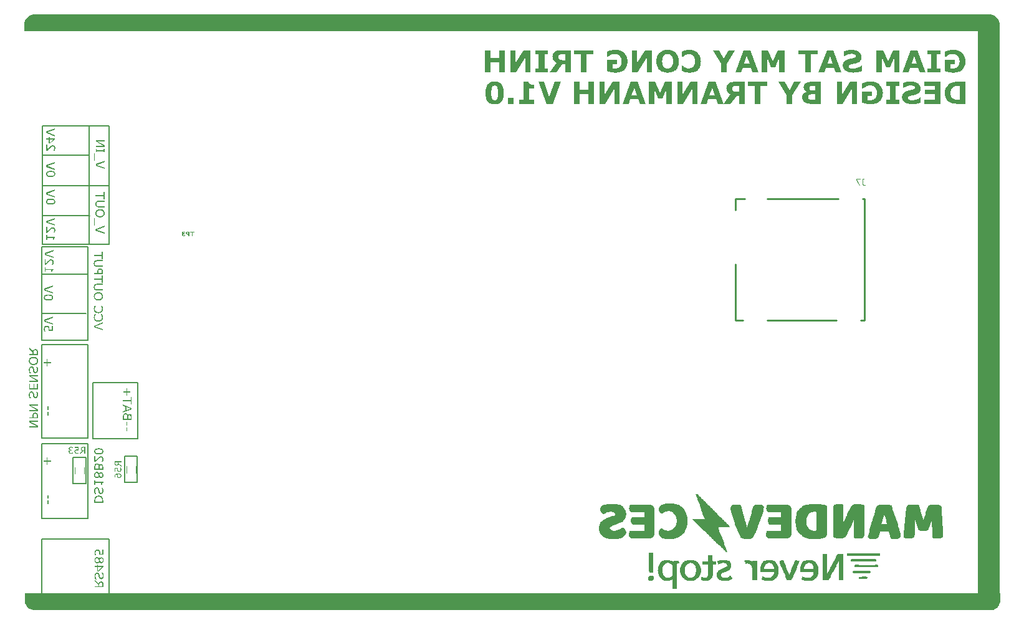
<source format=gbo>
G04*
G04 #@! TF.GenerationSoftware,Altium Limited,Altium Designer,18.1.6 (161)*
G04*
G04 Layer_Color=32896*
%FSTAX24Y24*%
%MOIN*%
G70*
G01*
G75*
%ADD13C,0.0100*%
%ADD16C,0.0050*%
%ADD19C,0.0040*%
%ADD20C,0.0079*%
%ADD24C,0.0030*%
G36*
X062352Y05017D02*
X062446Y050131D01*
X062531Y050074D01*
X062604Y050001D01*
X062661Y049916D01*
X0627Y049822D01*
X06272Y049721D01*
Y0493D01*
X06154D01*
X06272Y0493D01*
X06272Y01922D01*
X06274D01*
Y01883D01*
X06274Y01883D01*
X06274D01*
Y018781D01*
X062721Y018684D01*
X062683Y018593D01*
X062628Y018511D01*
X062559Y018442D01*
X062477Y018387D01*
X062386Y018349D01*
X062289Y01833D01*
X011049D01*
X010948Y01835D01*
X010854Y018389D01*
X010769Y018446D01*
X010696Y018519D01*
X010639Y018604D01*
X0106Y018698D01*
X01058Y018799D01*
Y01922D01*
X06154D01*
Y0493D01*
X01056D01*
Y04969D01*
X01056Y04969D01*
X01056Y04969D01*
Y049739D01*
X010579Y049836D01*
X010617Y049927D01*
X010672Y050009D01*
X010741Y050078D01*
X010823Y050133D01*
X010914Y050171D01*
X011011Y05019D01*
X062251D01*
X062352Y05017D01*
D02*
G37*
G36*
X036257Y047104D02*
X035952D01*
Y047623D01*
X035504D01*
Y047104D01*
X0352D01*
Y048281D01*
X035504D01*
Y047851D01*
X035952D01*
Y048281D01*
X036257D01*
Y047104D01*
D02*
G37*
G36*
X04812Y047545D02*
Y047104D01*
X047815D01*
Y047557D01*
X047382Y048281D01*
X047717D01*
X047961Y047825D01*
X048214Y048281D01*
X048561D01*
X04812Y047545D01*
D02*
G37*
G36*
X057368Y047104D02*
X057082D01*
Y047891D01*
X056865Y047381D01*
X056654D01*
X056435Y047891D01*
Y047104D01*
X056131D01*
Y048281D01*
X056486D01*
X05675Y04769D01*
X057016Y048281D01*
X057368D01*
Y047104D01*
D02*
G37*
G36*
X051212Y047104D02*
X050925D01*
Y047891D01*
X050709Y047381D01*
X050497D01*
X050279Y047891D01*
Y047104D01*
X049974D01*
Y048281D01*
X05033D01*
X050594Y04769D01*
X05086Y048281D01*
X051212D01*
Y047104D01*
D02*
G37*
G36*
X044122Y047104D02*
X043843D01*
Y047911D01*
X043342Y047104D01*
X043049D01*
Y048281D01*
X043328D01*
Y047605D01*
X04376Y048281D01*
X044122D01*
Y047104D01*
D02*
G37*
G36*
X037629Y047104D02*
X03735D01*
Y047911D01*
X036849Y047104D01*
X036555D01*
Y048281D01*
X036834D01*
Y047605D01*
X037266Y048281D01*
X037629D01*
Y047104D01*
D02*
G37*
G36*
X046188Y048303D02*
X046234Y048297D01*
X046276Y04829D01*
X046312Y048283D01*
X046329Y048279D01*
X046343Y048275D01*
X046356Y048272D01*
X046367Y048268D01*
X046376Y048264D01*
X046381Y048262D01*
X046385Y048261D01*
X046387D01*
X046427Y048244D01*
X046463Y048224D01*
X046496Y048204D01*
X046524Y048184D01*
X046545Y048168D01*
X046562Y048153D01*
X046573Y048144D01*
X046575Y048142D01*
X046576Y04814D01*
X046604Y048108D01*
X046629Y048075D01*
X046651Y048042D01*
X046667Y048011D01*
X04668Y047984D01*
X046686Y047973D01*
X046691Y047964D01*
X046695Y047955D01*
X046697Y047949D01*
X046698Y047945D01*
Y047944D01*
X046711Y0479D01*
X046722Y047856D01*
X046729Y047814D01*
X046733Y047774D01*
X046737Y047741D01*
Y047727D01*
X046739Y047714D01*
Y047705D01*
Y047696D01*
Y047692D01*
Y04769D01*
X046737Y047636D01*
X046731Y047585D01*
X046724Y047539D01*
X046717Y047501D01*
X046713Y047484D01*
X046709Y047468D01*
X046706Y047455D01*
X046702Y047444D01*
X046698Y047435D01*
X046697Y04743D01*
X046695Y047426D01*
Y047424D01*
X046677Y047382D01*
X046657Y047346D01*
X046636Y047313D01*
X046616Y047286D01*
X0466Y047264D01*
X046585Y047248D01*
X046576Y047237D01*
X046573Y047235D01*
Y047233D01*
X046542Y047206D01*
X046509Y047182D01*
X046476Y047164D01*
X046447Y047147D01*
X046421Y047135D01*
X0464Y047126D01*
X046392Y047122D01*
X046387Y04712D01*
X046383Y047118D01*
X046381D01*
X04634Y047106D01*
X046296Y047096D01*
X046256Y047089D01*
X046219Y047085D01*
X046186Y047082D01*
X046174D01*
X046161Y04708D01*
X046108D01*
X046079Y047082D01*
X046055Y047084D01*
X046037Y047085D01*
X046021D01*
X04601Y047087D01*
X046002Y047089D01*
X046001D01*
X045962Y047096D01*
X045944Y0471D01*
X045926Y047104D01*
X045913Y047107D01*
X0459Y047111D01*
X045893Y047113D01*
X045891D01*
X04586Y047122D01*
X045846Y047127D01*
X045833Y047133D01*
X045822Y047136D01*
X045815Y04714D01*
X045809Y047142D01*
X045807D01*
X045777Y047157D01*
X045762Y047162D01*
X045749Y047167D01*
X045738Y047173D01*
X045729Y047177D01*
X045724Y04718D01*
X045722D01*
Y047463D01*
X045755D01*
X045773Y047446D01*
X045789Y047432D01*
X045798Y047426D01*
X045804Y047421D01*
X045807Y047419D01*
X045809Y047417D01*
X045835Y047399D01*
X045857Y047382D01*
X045866Y047377D01*
X045873Y047372D01*
X045879Y04737D01*
X04588Y047368D01*
X045915Y04735D01*
X045931Y047342D01*
X045948Y047335D01*
X045961Y047331D01*
X045971Y047328D01*
X045979Y047324D01*
X045981D01*
X046021Y047315D01*
X046039Y047311D01*
X046055Y04731D01*
X04607D01*
X046081Y047308D01*
X04609D01*
X046134Y047311D01*
X046154Y047313D01*
X04617Y047317D01*
X046186Y04732D01*
X046197Y047322D01*
X046205Y047326D01*
X046208D01*
X04623Y047333D01*
X04625Y047344D01*
X046267Y047353D01*
X046283Y047364D01*
X046296Y047373D01*
X046305Y047381D01*
X046312Y047386D01*
X046314Y047388D01*
X04633Y047404D01*
X046347Y047424D01*
X04636Y047443D01*
X04637Y047463D01*
X04638Y047479D01*
X046387Y047492D01*
X046391Y047501D01*
X046392Y047505D01*
X046403Y047534D01*
X046411Y047565D01*
X046416Y047596D01*
X04642Y047625D01*
X046421Y04765D01*
X046423Y04767D01*
Y047678D01*
Y047683D01*
Y047687D01*
Y047689D01*
X046421Y047727D01*
X04642Y047761D01*
X046414Y047792D01*
X046409Y04782D01*
X046405Y04784D01*
X0464Y047856D01*
X046398Y047865D01*
X046396Y047869D01*
X046385Y047896D01*
X046372Y04792D01*
X04636Y04794D01*
X046347Y047956D01*
X046336Y047971D01*
X046327Y04798D01*
X046321Y047987D01*
X046319Y047989D01*
X046301Y048006D01*
X046283Y048018D01*
X046265Y048029D01*
X046248Y048038D01*
X046234Y048046D01*
X046223Y048051D01*
X046216Y048055D01*
X046214D01*
X046192Y048062D01*
X04617Y048068D01*
X04615Y048071D01*
X04613Y048075D01*
X046115D01*
X046103Y048077D01*
X046092D01*
X04605Y048073D01*
X046032Y048071D01*
X046015Y048068D01*
X046002Y048064D01*
X045993Y048062D01*
X045986Y048058D01*
X045984D01*
X045948Y048044D01*
X045931Y048037D01*
X045917Y048029D01*
X045906Y048024D01*
X045897Y048018D01*
X045891Y048017D01*
X045889Y048015D01*
X04586Y047996D01*
X045848Y047987D01*
X045837Y04798D01*
X045828Y047973D01*
X04582Y047969D01*
X045817Y047965D01*
X045815Y047964D01*
X045791Y047945D01*
X045773Y047933D01*
X045767Y047927D01*
X045762Y047924D01*
X04576Y04792D01*
X045722D01*
Y048206D01*
X045747Y048217D01*
X045773Y048228D01*
X045782Y048232D01*
X045791Y048235D01*
X045797Y048239D01*
X045798D01*
X045831Y048253D01*
X045848Y048259D01*
X045862Y048264D01*
X045877Y048268D01*
X045886Y048272D01*
X045893Y048273D01*
X045895D01*
X045933Y048283D01*
X045951Y048286D01*
X045968Y04829D01*
X045982Y048292D01*
X045993Y048293D01*
X046001Y048295D01*
X046004D01*
X04605Y048301D01*
X046073Y048303D01*
X046094D01*
X046112Y048304D01*
X046139D01*
X046188Y048303D01*
D02*
G37*
G36*
X060298Y048303D02*
X060349Y048297D01*
X0604Y048288D01*
X060445Y048279D01*
X060487Y048264D01*
X060527Y048252D01*
X060562Y048235D01*
X060595Y048221D01*
X060624Y048204D01*
X060648Y048188D01*
X06067Y048175D01*
X060688Y048162D01*
X060701Y048151D01*
X060711Y048142D01*
X060717Y048137D01*
X060719Y048135D01*
X06075Y048102D01*
X060775Y048068D01*
X060799Y048033D01*
X060817Y047995D01*
X060834Y047958D01*
X060848Y047922D01*
X060859Y047885D01*
X060868Y047853D01*
X060875Y04782D01*
X060881Y047789D01*
X060885Y047763D01*
X060886Y04774D01*
X060888Y04772D01*
X06089Y047707D01*
Y047698D01*
Y047694D01*
X060888Y047641D01*
X060883Y047592D01*
X060874Y047545D01*
X060863Y047503D01*
X06085Y047461D01*
X060837Y047424D01*
X060821Y047392D01*
X060804Y047361D01*
X06079Y047333D01*
X060773Y04731D01*
X060761Y04729D01*
X060746Y047273D01*
X060737Y047259D01*
X060728Y047249D01*
X060722Y047244D01*
X060721Y047242D01*
X060688Y047213D01*
X060651Y047189D01*
X060615Y047167D01*
X060575Y047149D01*
X060537Y047133D01*
X060496Y04712D01*
X060458Y047109D01*
X060422Y0471D01*
X060387Y047093D01*
X060354Y047089D01*
X060325Y047085D01*
X0603Y047082D01*
X06028D01*
X060263Y04708D01*
X06025D01*
X060201Y047082D01*
X060156Y047085D01*
X060112Y047089D01*
X060072Y047095D01*
X060056Y047098D01*
X060039Y0471D01*
X060026Y047102D01*
X060014Y047106D01*
X060005Y047107D01*
X059997D01*
X059994Y047109D01*
X059992D01*
X059944Y04712D01*
X059902Y047133D01*
X059868Y047142D01*
X059837Y047151D01*
X059813Y04716D01*
X059795Y047166D01*
X059784Y047169D01*
X05978Y047171D01*
Y047752D01*
X060323D01*
Y04753D01*
X060088D01*
Y047299D01*
X060103Y047297D01*
X060167D01*
X060203Y047299D01*
X060238Y0473D01*
X060271Y047306D01*
X0603Y047313D01*
X060327Y04732D01*
X060353Y04733D01*
X060374Y047339D01*
X060396Y047348D01*
X060413Y047357D01*
X060429Y047366D01*
X060442Y047375D01*
X060453Y047382D01*
X060462Y04739D01*
X060467Y047395D01*
X060471Y047397D01*
X060473Y047399D01*
X060491Y047419D01*
X060506Y047441D01*
X06052Y047464D01*
X060531Y04749D01*
X060549Y047539D01*
X060562Y047587D01*
X060566Y04761D01*
X060569Y04763D01*
X060571Y047648D01*
X060573Y047665D01*
X060575Y047679D01*
Y047689D01*
Y047696D01*
Y047698D01*
X060573Y047732D01*
X060571Y047763D01*
X060566Y047792D01*
X06056Y047818D01*
X060557Y047838D01*
X060551Y047853D01*
X060549Y047862D01*
X060547Y047865D01*
X060537Y047893D01*
X060522Y047916D01*
X060509Y047936D01*
X060496Y047955D01*
X060486Y047969D01*
X060476Y047978D01*
X060471Y047986D01*
X060469Y047987D01*
X060449Y048006D01*
X060429Y04802D01*
X060409Y048033D01*
X060391Y048042D01*
X060374Y048049D01*
X060362Y048057D01*
X060354Y048058D01*
X060351Y04806D01*
X060325Y048068D01*
X0603Y048075D01*
X060276Y048078D01*
X060252Y04808D01*
X060234Y048082D01*
X060218Y048084D01*
X060179D01*
X060156Y04808D01*
X060134Y048078D01*
X060114Y048075D01*
X060097Y048071D01*
X060086Y048069D01*
X060077Y048066D01*
X060076D01*
X060054Y048058D01*
X060032Y048051D01*
X060014Y048044D01*
X059999Y048037D01*
X059986Y048031D01*
X059975Y048026D01*
X05997Y048024D01*
X059968Y048022D01*
X059939Y048004D01*
X059924Y047996D01*
X059912Y047987D01*
X059901Y04798D01*
X059893Y047975D01*
X059888Y047971D01*
X059886Y047969D01*
X059872Y047958D01*
X059857Y047949D01*
X059846Y047942D01*
X059837Y047936D01*
X05983Y047931D01*
X059824Y047927D01*
X059822Y047924D01*
X059786D01*
Y048199D01*
X059833Y048221D01*
X059877Y048239D01*
X059917Y048253D01*
X059952Y048264D01*
X059981Y048272D01*
X059992Y048275D01*
X060003Y048279D01*
X06001Y048281D01*
X060015D01*
X060019Y048283D01*
X060021D01*
X060061Y04829D01*
X060099Y048295D01*
X060136Y048299D01*
X06017Y048303D01*
X060199D01*
X06021Y048304D01*
X060241D01*
X060298Y048303D01*
D02*
G37*
G36*
X042225Y048303D02*
X042276Y048297D01*
X042327Y048288D01*
X042373Y048279D01*
X042415Y048264D01*
X042455Y048252D01*
X04249Y048235D01*
X042522Y048221D01*
X042552Y048204D01*
X042575Y048188D01*
X042597Y048175D01*
X042615Y048162D01*
X042628Y048151D01*
X042639Y048142D01*
X042644Y048137D01*
X042646Y048135D01*
X042677Y048102D01*
X042703Y048068D01*
X042726Y048033D01*
X042745Y047995D01*
X042761Y047958D01*
X042776Y047922D01*
X042787Y047885D01*
X042796Y047853D01*
X042803Y04782D01*
X042808Y047789D01*
X042812Y047763D01*
X042814Y04774D01*
X042816Y04772D01*
X042818Y047707D01*
Y047698D01*
Y047694D01*
X042816Y047641D01*
X04281Y047592D01*
X042801Y047545D01*
X04279Y047503D01*
X042778Y047461D01*
X042765Y047424D01*
X042748Y047392D01*
X042732Y047361D01*
X042717Y047333D01*
X042701Y04731D01*
X042688Y04729D01*
X042674Y047273D01*
X042665Y047259D01*
X042655Y047249D01*
X04265Y047244D01*
X042648Y047242D01*
X042615Y047213D01*
X042579Y047189D01*
X042542Y047167D01*
X042502Y047149D01*
X042464Y047133D01*
X042424Y04712D01*
X042386Y047109D01*
X042349Y0471D01*
X042315Y047093D01*
X042282Y047089D01*
X042253Y047085D01*
X042227Y047082D01*
X042207D01*
X042191Y04708D01*
X042178D01*
X042129Y047082D01*
X042083Y047085D01*
X04204Y047089D01*
X042Y047095D01*
X041983Y047098D01*
X041967Y0471D01*
X041954Y047102D01*
X041941Y047106D01*
X041932Y047107D01*
X041925D01*
X041921Y047109D01*
X041919D01*
X041872Y04712D01*
X04183Y047133D01*
X041795Y047142D01*
X041764Y047151D01*
X041741Y04716D01*
X041723Y047166D01*
X041712Y047169D01*
X041708Y047171D01*
Y047752D01*
X042251D01*
Y04753D01*
X042016D01*
Y047299D01*
X04203Y047297D01*
X042094D01*
X042131Y047299D01*
X042165Y0473D01*
X042198Y047306D01*
X042227Y047313D01*
X042255Y04732D01*
X04228Y04733D01*
X042302Y047339D01*
X042324Y047348D01*
X04234Y047357D01*
X042357Y047366D01*
X042369Y047375D01*
X04238Y047382D01*
X042389Y04739D01*
X042395Y047395D01*
X042399Y047397D01*
X0424Y047399D01*
X042419Y047419D01*
X042433Y047441D01*
X042448Y047464D01*
X042459Y04749D01*
X042477Y047539D01*
X04249Y047587D01*
X042493Y04761D01*
X042497Y04763D01*
X042499Y047648D01*
X042501Y047665D01*
X042502Y047679D01*
Y047689D01*
Y047696D01*
Y047698D01*
X042501Y047732D01*
X042499Y047763D01*
X042493Y047792D01*
X042488Y047818D01*
X042484Y047838D01*
X042479Y047853D01*
X042477Y047862D01*
X042475Y047865D01*
X042464Y047893D01*
X04245Y047916D01*
X042437Y047936D01*
X042424Y047955D01*
X042413Y047969D01*
X042404Y047978D01*
X042399Y047986D01*
X042397Y047987D01*
X042377Y048006D01*
X042357Y04802D01*
X042337Y048033D01*
X042318Y048042D01*
X042302Y048049D01*
X042289Y048057D01*
X042282Y048058D01*
X042278Y04806D01*
X042253Y048068D01*
X042227Y048075D01*
X042204Y048078D01*
X04218Y04808D01*
X042162Y048082D01*
X042145Y048084D01*
X042107D01*
X042083Y04808D01*
X042061Y048078D01*
X042041Y048075D01*
X042025Y048071D01*
X042014Y048069D01*
X042005Y048066D01*
X042003D01*
X041981Y048058D01*
X041959Y048051D01*
X041941Y048044D01*
X041927Y048037D01*
X041914Y048031D01*
X041903Y048026D01*
X041897Y048024D01*
X041896Y048022D01*
X041866Y048004D01*
X041852Y047996D01*
X041839Y047987D01*
X041828Y04798D01*
X041821Y047975D01*
X041815Y047971D01*
X041814Y047969D01*
X041799Y047958D01*
X041785Y047949D01*
X041774Y047942D01*
X041764Y047936D01*
X041757Y047931D01*
X041752Y047927D01*
X04175Y047924D01*
X041713D01*
Y048199D01*
X041761Y048221D01*
X041805Y048239D01*
X041845Y048253D01*
X041879Y048264D01*
X041908Y048272D01*
X041919Y048275D01*
X04193Y048279D01*
X041938Y048281D01*
X041943D01*
X041947Y048283D01*
X041948D01*
X041989Y04829D01*
X042027Y048295D01*
X042063Y048299D01*
X042098Y048303D01*
X042127D01*
X042138Y048304D01*
X042169D01*
X042225Y048303D01*
D02*
G37*
G36*
X059562Y048071D02*
X059369D01*
Y047313D01*
X059562D01*
Y047104D01*
X058871D01*
Y047313D01*
X059064D01*
Y048071D01*
X058871D01*
Y048281D01*
X059562D01*
Y048071D01*
D02*
G37*
G36*
X058756Y047104D02*
X05845D01*
X058368Y047341D01*
X057935Y047341D01*
X057853Y047104D01*
X057536D01*
X057971Y048281D01*
X058323Y048281D01*
X058756Y047104D01*
D02*
G37*
G36*
X054258Y047104D02*
X053952D01*
X05387Y047341D01*
X053436D01*
X053354Y047104D01*
X053037D01*
X053473Y048281D01*
X053824D01*
X054258Y047104D01*
D02*
G37*
G36*
X052986Y048053D02*
X052618D01*
Y047104D01*
X052314D01*
Y048053D01*
X051946Y048053D01*
Y048281D01*
X052986Y048281D01*
Y048053D01*
D02*
G37*
G36*
X049807Y047104D02*
X049501D01*
X049419Y047341D01*
X048985D01*
X048903Y047104D01*
X048586D01*
X049021Y048281D01*
X049373D01*
X049807Y047104D01*
D02*
G37*
G36*
X040999Y048053D02*
X040631Y048053D01*
Y047104D01*
X040327D01*
Y048053D01*
X039959D01*
Y048281D01*
X040999Y048281D01*
Y048053D01*
D02*
G37*
G36*
X039778Y047104D02*
X039474D01*
Y047536D01*
X039338D01*
X039017Y047104D01*
X038643D01*
X039037Y047607D01*
X038997Y047628D01*
X038964Y04765D01*
X038933Y047674D01*
X038909Y047696D01*
X038891Y047714D01*
X038877Y04773D01*
X038869Y04774D01*
X038866Y047743D01*
X038846Y047776D01*
X038829Y047812D01*
X038818Y047847D01*
X038811Y047882D01*
X038807Y047911D01*
X038806Y047924D01*
X038804Y047935D01*
Y047944D01*
Y047951D01*
Y047955D01*
Y047956D01*
X038806Y047991D01*
X038809Y04802D01*
X038816Y048047D01*
X038824Y048071D01*
X038831Y048089D01*
X038838Y048102D01*
X038842Y048109D01*
X038844Y048113D01*
X038858Y048137D01*
X038877Y048157D01*
X038895Y048173D01*
X038911Y04819D01*
X038926Y048201D01*
X038939Y04821D01*
X038946Y048215D01*
X038949Y048217D01*
X038975Y04823D01*
X038999Y048241D01*
X039022Y04825D01*
X039044Y048257D01*
X039064Y048262D01*
X039079Y048266D01*
X039088Y048268D01*
X039092D01*
X039121Y048272D01*
X039152Y048275D01*
X039181Y048277D01*
X039208Y048279D01*
X039234Y048281D01*
X039778D01*
Y047104D01*
D02*
G37*
G36*
X038565Y048071D02*
X038372D01*
Y047313D01*
X038565D01*
Y047104D01*
X037875D01*
Y047313D01*
X038068D01*
Y048071D01*
X037875D01*
Y048281D01*
X038565D01*
Y048071D01*
D02*
G37*
G36*
X05485Y048303D02*
X054892Y048301D01*
X05493Y048295D01*
X054967Y048288D01*
X054999Y048281D01*
X05503Y048272D01*
X05506Y048261D01*
X055085Y048252D01*
X055109Y048242D01*
X055131Y048232D01*
X055147Y048222D01*
X055162Y048215D01*
X055174Y048208D01*
X055182Y048204D01*
X055187Y048201D01*
X055189Y048199D01*
X055214Y048179D01*
X055236Y048157D01*
X055256Y048135D01*
X055273Y048113D01*
X055287Y048091D01*
X055298Y048068D01*
X055309Y048047D01*
X055317Y048026D01*
X055322Y048006D01*
X055327Y047989D01*
X055331Y047973D01*
X055333Y047958D01*
Y047947D01*
X055335Y047938D01*
Y047933D01*
Y047931D01*
X055331Y047887D01*
X055324Y047847D01*
X055315Y047811D01*
X055302Y047781D01*
X055291Y047756D01*
X05528Y047738D01*
X055276Y047732D01*
X055273Y047727D01*
X055271Y047725D01*
Y047723D01*
X055258Y047709D01*
X055244Y047694D01*
X055209Y047668D01*
X055174Y047647D01*
X055138Y047628D01*
X055107Y047614D01*
X055092Y047607D01*
X05508Y047603D01*
X055071Y047599D01*
X055063Y047596D01*
X055058Y047594D01*
X055056D01*
X055007Y047579D01*
X054983Y047572D01*
X054961Y047568D01*
X054945Y047563D01*
X05493Y047559D01*
X054921Y047557D01*
X054917D01*
X05489Y047552D01*
X054863Y047548D01*
X054839Y047543D01*
X054819Y047537D01*
X054801Y047534D01*
X054786Y047532D01*
X054779Y047528D01*
X054775D01*
X054753Y047523D01*
X054733Y047515D01*
X054719Y047508D01*
X054704Y047501D01*
X054693Y047495D01*
X054686Y04749D01*
X054682Y047486D01*
X054681Y047484D01*
X05467Y047474D01*
X054661Y047463D01*
X054655Y047452D01*
X05465Y047441D01*
X054648Y047432D01*
X054646Y047426D01*
Y047421D01*
Y047419D01*
X054648Y047404D01*
X05465Y047392D01*
X054653Y047381D01*
X054657Y047372D01*
X054662Y047364D01*
X054666Y047359D01*
X054668Y047357D01*
X05467Y047355D01*
X054688Y047341D01*
X054706Y04733D01*
X054713Y047324D01*
X054721Y04732D01*
X054724Y047319D01*
X054726D01*
X05475Y047311D01*
X054774Y047306D01*
X054784Y047304D01*
X054794D01*
X054799Y047302D01*
X054801D01*
X054817Y0473D01*
X054845D01*
X054854Y047299D01*
X054874D01*
X054914Y0473D01*
X054954Y047304D01*
X054992Y047311D01*
X055027Y047319D01*
X055056Y047326D01*
X055067Y04733D01*
X055078Y047333D01*
X055087Y047335D01*
X055092Y047337D01*
X055096Y047339D01*
X055098D01*
X05514Y047355D01*
X05518Y047373D01*
X055216Y047393D01*
X055247Y047412D01*
X055273Y04743D01*
X055293Y047443D01*
X0553Y047448D01*
X055306Y047452D01*
X055307Y047455D01*
X055342D01*
Y047171D01*
X055271Y047146D01*
X055236Y047135D01*
X055205Y047126D01*
X055178Y047118D01*
X055158Y047113D01*
X055151Y047109D01*
X055145D01*
X055142Y047107D01*
X05514D01*
X055098Y047098D01*
X055054Y047093D01*
X05501Y047087D01*
X05497Y047085D01*
X054936Y047084D01*
X054921Y047082D01*
X054885D01*
X054839Y047084D01*
X054795Y047087D01*
X054753Y047091D01*
X054715Y047098D01*
X054679Y047107D01*
X054646Y047116D01*
X054617Y047126D01*
X05459Y047136D01*
X054566Y047146D01*
X054544Y047155D01*
X054526Y047164D01*
X054511Y047173D01*
X054498Y04718D01*
X054491Y047184D01*
X054486Y047188D01*
X054484Y047189D01*
X054458Y047211D01*
X054435Y047233D01*
X054415Y047257D01*
X054398Y04728D01*
X054384Y047304D01*
X054371Y047328D01*
X054362Y04735D01*
X054353Y047373D01*
X054347Y047393D01*
X054342Y047412D01*
X054338Y04743D01*
X054336Y047444D01*
Y047457D01*
X054334Y047466D01*
Y047472D01*
Y047474D01*
X054338Y047517D01*
X054345Y047556D01*
X054354Y04759D01*
X054367Y047619D01*
X05438Y047641D01*
X054389Y047658D01*
X054396Y047668D01*
X0544Y047672D01*
X054427Y047699D01*
X054458Y047723D01*
X054491Y047743D01*
X054524Y047761D01*
X054553Y047774D01*
X054568Y04778D01*
X054579Y047785D01*
X054588Y047789D01*
X054595Y047791D01*
X054599Y047792D01*
X0546D01*
X054626Y0478D01*
X05465Y047807D01*
X054672Y047812D01*
X054692Y047818D01*
X054708Y047822D01*
X054719Y047825D01*
X054726Y047827D01*
X05473D01*
X054774Y047836D01*
X054795Y047842D01*
X054814Y047845D01*
X05483Y047849D01*
X054843Y047853D01*
X05485Y047854D01*
X054854D01*
X054888Y047862D01*
X054916Y047869D01*
X054939Y047876D01*
X054958Y047884D01*
X054972Y047889D01*
X054981Y047894D01*
X054987Y047896D01*
X054989Y047898D01*
X054999Y047909D01*
X055009Y04792D01*
X055014Y047933D01*
X05502Y047944D01*
X055021Y047955D01*
X055023Y047964D01*
Y047969D01*
Y047971D01*
X055021Y047982D01*
X05502Y047993D01*
X055012Y048009D01*
X055009Y048017D01*
X055005Y048022D01*
X055001Y048024D01*
Y048026D01*
X054983Y048042D01*
X054967Y048053D01*
X054959Y048057D01*
X054954Y04806D01*
X05495Y048062D01*
X054948D01*
X054923Y048071D01*
X054899Y048078D01*
X05489Y04808D01*
X054883D01*
X054879Y048082D01*
X054877D01*
X05485Y048086D01*
X054825Y048088D01*
X054801D01*
X054761Y048086D01*
X054723Y048082D01*
X054686Y048075D01*
X054655Y048069D01*
X054628Y048062D01*
X054617Y048058D01*
X054608Y048055D01*
X0546Y048053D01*
X054595Y048051D01*
X054591Y048049D01*
X05459D01*
X054551Y048035D01*
X054518Y048018D01*
X054489Y048002D01*
X054464Y047987D01*
X054442Y047975D01*
X054427Y047964D01*
X054418Y047956D01*
X054415Y047955D01*
X054382D01*
Y048224D01*
X054415Y048237D01*
X054447Y048248D01*
X054482Y048257D01*
X054513Y048266D01*
X05454Y048272D01*
X054551Y048275D01*
X05456Y048277D01*
X054569Y048279D01*
X054575D01*
X054579Y048281D01*
X05458D01*
X054622Y048288D01*
X054664Y048295D01*
X054702Y048299D01*
X054737Y048301D01*
X054766Y048303D01*
X054777Y048304D01*
X054808D01*
X05485Y048303D01*
D02*
G37*
G36*
X045013Y048303D02*
X045062Y048297D01*
X045108Y04829D01*
X04515Y048279D01*
X04519Y048266D01*
X045226Y048252D01*
X045261Y048237D01*
X04529Y048222D01*
X045317Y048206D01*
X045341Y048191D01*
X045361Y048177D01*
X045377Y048164D01*
X04539Y048153D01*
X045399Y048146D01*
X045405Y04814D01*
X045407Y048139D01*
X045434Y048106D01*
X045459Y048073D01*
X045481Y048037D01*
X0455Y048D01*
X045514Y047962D01*
X045527Y047925D01*
X045538Y047889D01*
X045547Y047853D01*
X045554Y04782D01*
X045558Y047789D01*
X045562Y047761D01*
X045565Y047738D01*
Y047718D01*
X045567Y047703D01*
Y047694D01*
Y04769D01*
X045565Y047639D01*
X04556Y04759D01*
X045552Y047545D01*
X045541Y047503D01*
X045531Y047463D01*
X045516Y047426D01*
X045501Y047392D01*
X045487Y047362D01*
X045472Y047335D01*
X045458Y047311D01*
X045443Y047291D01*
X045432Y047275D01*
X045421Y04726D01*
X045414Y047251D01*
X045408Y047246D01*
X045407Y047244D01*
X045376Y047215D01*
X045341Y047189D01*
X045305Y047167D01*
X045268Y047149D01*
X045232Y047133D01*
X045195Y04712D01*
X045159Y047109D01*
X045124Y0471D01*
X04509Y047095D01*
X04506Y047089D01*
X045033Y047085D01*
X045009Y047082D01*
X044989D01*
X044975Y04708D01*
X044962D01*
X044911Y047082D01*
X044862Y047087D01*
X044814Y047095D01*
X044773Y047106D01*
X044732Y047118D01*
X044696Y047133D01*
X044663Y047147D01*
X044632Y047162D01*
X044605Y047177D01*
X044581Y047193D01*
X044561Y047206D01*
X044545Y047218D01*
X044532Y047229D01*
X044523Y047237D01*
X044518Y047242D01*
X044516Y047244D01*
X044487Y047277D01*
X044463Y047311D01*
X044441Y047346D01*
X044423Y047384D01*
X044406Y047421D01*
X044394Y047459D01*
X044383Y047494D01*
X044374Y04753D01*
X044366Y047563D01*
X044363Y047594D01*
X044359Y047621D01*
X044355Y047645D01*
Y047663D01*
X044354Y047678D01*
Y047687D01*
Y04769D01*
X044355Y047743D01*
X044361Y047791D01*
X044368Y047838D01*
X044379Y04788D01*
X044392Y04792D01*
X044405Y047956D01*
X044419Y047991D01*
X044434Y048022D01*
X04445Y048047D01*
X044465Y048071D01*
X044477Y048091D01*
X04449Y048109D01*
X044501Y048122D01*
X044508Y048131D01*
X044514Y048137D01*
X044516Y048139D01*
X044547Y048168D01*
X044581Y048193D01*
X044618Y048215D01*
X044654Y048235D01*
X044691Y04825D01*
X044729Y048264D01*
X044765Y048275D01*
X0448Y048284D01*
X044833Y04829D01*
X044864Y048295D01*
X044891Y048299D01*
X044915Y048303D01*
X044935D01*
X044949Y048304D01*
X044962D01*
X045013Y048303D01*
D02*
G37*
G36*
X041019Y045414D02*
X040715Y045414D01*
Y045933D01*
X040267D01*
Y045414D01*
X039963D01*
Y046591D01*
X040267D01*
Y046161D01*
X040715D01*
Y046591D01*
X041019Y046591D01*
Y045414D01*
D02*
G37*
G36*
X051632Y045855D02*
Y045414D01*
X051328D01*
Y045867D01*
X050895Y046591D01*
X05123D01*
X051474Y046135D01*
X051727Y046591D01*
X052073D01*
X051632Y045855D01*
D02*
G37*
G36*
X045184Y045414D02*
X044898D01*
Y046201D01*
X044681Y045691D01*
X04447D01*
X044251Y046201D01*
Y045414D01*
X043947D01*
Y046591D01*
X044303D01*
X044567Y046D01*
X044833Y046591D01*
X045184D01*
Y045414D01*
D02*
G37*
G36*
X055091Y045414D02*
X054812D01*
Y046221D01*
X054311Y045414D01*
X054017D01*
Y046591D01*
X054296D01*
Y045915D01*
X054728Y046591D01*
X055091D01*
Y045414D01*
D02*
G37*
G36*
X046556Y045414D02*
X046278D01*
Y046221D01*
X045777Y045414D01*
X045483D01*
Y046591D01*
X045762D01*
Y045915D01*
X046194Y046591D01*
X046556D01*
Y045414D01*
D02*
G37*
G36*
X042391D02*
X042112D01*
Y046221D01*
X041611Y045414D01*
X041318D01*
Y046591D01*
X041597D01*
Y045915D01*
X042029Y046591D01*
X042391D01*
Y045414D01*
D02*
G37*
G36*
X038811Y045414D02*
X038472D01*
X03804Y046591D01*
X038352D01*
X038638Y04576D01*
X038924Y046591D01*
X039241D01*
X038811Y045414D01*
D02*
G37*
G36*
X05588Y046613D02*
X055931Y046607D01*
X055982Y046598D01*
X056027Y046589D01*
X056069Y046574D01*
X056109Y046562D01*
X056144Y046545D01*
X056176Y046531D01*
X056206Y046514D01*
X056229Y046498D01*
X056251Y046485D01*
X056269Y046472D01*
X056282Y046461D01*
X056293Y046452D01*
X056299Y046447D01*
X0563Y046445D01*
X056331Y046412D01*
X056357Y046378D01*
X056381Y046343D01*
X056399Y046305D01*
X056415Y046268D01*
X05643Y046232D01*
X056441Y046195D01*
X05645Y046163D01*
X056457Y04613D01*
X056463Y046099D01*
X056466Y046073D01*
X056468Y04605D01*
X05647Y04603D01*
X056472Y046017D01*
Y046008D01*
Y046004D01*
X05647Y045951D01*
X056464Y045902D01*
X056455Y045855D01*
X056444Y045813D01*
X056432Y045771D01*
X056419Y045734D01*
X056402Y045702D01*
X056386Y045671D01*
X056371Y045643D01*
X056355Y04562D01*
X056342Y0456D01*
X056328Y045583D01*
X056319Y045569D01*
X056309Y045559D01*
X056304Y045554D01*
X056302Y045552D01*
X056269Y045523D01*
X056233Y045499D01*
X056197Y045477D01*
X056156Y045459D01*
X056118Y045443D01*
X056078Y04543D01*
X05604Y045419D01*
X056003Y04541D01*
X055969Y045403D01*
X055936Y045399D01*
X055907Y045395D01*
X055881Y045392D01*
X055861D01*
X055845Y04539D01*
X055832D01*
X055783Y045392D01*
X055737Y045395D01*
X055694Y045399D01*
X055654Y045405D01*
X055637Y045408D01*
X055621Y04541D01*
X055608Y045412D01*
X055595Y045416D01*
X055586Y045417D01*
X055579D01*
X055575Y045419D01*
X055573D01*
X055526Y04543D01*
X055484Y045443D01*
X05545Y045452D01*
X055419Y045461D01*
X055395Y04547D01*
X055377Y045476D01*
X055366Y045479D01*
X055362Y045481D01*
Y046062D01*
X055905D01*
Y04584D01*
X05567D01*
Y045609D01*
X055685Y045607D01*
X055748D01*
X055785Y045609D01*
X055819Y04561D01*
X055852Y045616D01*
X055881Y045623D01*
X055909Y04563D01*
X055934Y04564D01*
X055956Y045649D01*
X055978Y045658D01*
X055994Y045667D01*
X056011Y045676D01*
X056023Y045685D01*
X056034Y045692D01*
X056043Y0457D01*
X056049Y045705D01*
X056053Y045707D01*
X056054Y045709D01*
X056073Y045729D01*
X056087Y045751D01*
X056102Y045774D01*
X056113Y0458D01*
X056131Y045849D01*
X056144Y045897D01*
X056147Y04592D01*
X056151Y04594D01*
X056153Y045958D01*
X056155Y045975D01*
X056156Y045989D01*
Y045999D01*
Y046006D01*
Y046008D01*
X056155Y046042D01*
X056153Y046073D01*
X056147Y046102D01*
X056142Y046128D01*
X056138Y046148D01*
X056133Y046163D01*
X056131Y046172D01*
X056129Y046175D01*
X056118Y046203D01*
X056104Y046226D01*
X056091Y046246D01*
X056078Y046265D01*
X056067Y046279D01*
X056058Y046288D01*
X056053Y046296D01*
X056051Y046297D01*
X056031Y046316D01*
X056011Y04633D01*
X055991Y046343D01*
X055972Y046352D01*
X055956Y046359D01*
X055943Y046367D01*
X055936Y046368D01*
X055932Y04637D01*
X055907Y046378D01*
X055881Y046385D01*
X055858Y046388D01*
X055834Y04639D01*
X055816Y046392D01*
X055799Y046394D01*
X055761D01*
X055737Y04639D01*
X055716Y046388D01*
X055695Y046385D01*
X055679Y046381D01*
X055668Y046379D01*
X055659Y046376D01*
X055657D01*
X055635Y046368D01*
X055613Y046361D01*
X055595Y046354D01*
X055581Y046347D01*
X055568Y046341D01*
X055557Y046336D01*
X055552Y046334D01*
X05555Y046332D01*
X055521Y046314D01*
X055506Y046306D01*
X055493Y046297D01*
X055482Y04629D01*
X055475Y046285D01*
X05547Y046281D01*
X055468Y046279D01*
X055453Y046268D01*
X055439Y046259D01*
X055428Y046252D01*
X055419Y046246D01*
X055411Y046241D01*
X055406Y046237D01*
X055404Y046234D01*
X055368D01*
Y046509D01*
X055415Y046531D01*
X055459Y046549D01*
X055499Y046563D01*
X055533Y046574D01*
X055562Y046582D01*
X055573Y046585D01*
X055584Y046589D01*
X055592Y046591D01*
X055597D01*
X055601Y046593D01*
X055603D01*
X055643Y0466D01*
X055681Y046605D01*
X055717Y046609D01*
X055752Y046613D01*
X055781D01*
X055792Y046614D01*
X055823D01*
X05588Y046613D01*
D02*
G37*
G36*
X06089Y045414D02*
X060476D01*
X060425Y045416D01*
X060378Y045417D01*
X060336Y045421D01*
X060301Y045425D01*
X060285Y045426D01*
X060272Y045428D01*
X06026D01*
X06025Y04543D01*
X060243Y045432D01*
X060238Y045434D01*
X060232D01*
X060194Y045443D01*
X060159Y045454D01*
X060127Y045467D01*
X060099Y045477D01*
X060076Y045488D01*
X060057Y045497D01*
X060046Y045505D01*
X060045Y045507D01*
X060043D01*
X060001Y045536D01*
X059964Y045567D01*
X059932Y0456D01*
X059904Y045632D01*
X059882Y045661D01*
X059873Y045672D01*
X059866Y045683D01*
X059861Y045692D01*
X059857Y0457D01*
X059853Y045703D01*
Y045705D01*
X059828Y045756D01*
X05981Y045807D01*
X059795Y045856D01*
X059786Y045902D01*
X059782Y045922D01*
X05978Y045942D01*
X059779Y045958D01*
Y045973D01*
X059777Y045984D01*
Y045993D01*
Y045999D01*
Y046D01*
X05978Y046062D01*
X059788Y046119D01*
X059799Y04617D01*
X059806Y046192D01*
X059811Y046214D01*
X059819Y046232D01*
X059826Y046248D01*
X059831Y046263D01*
X059837Y046275D01*
X059841Y046285D01*
X059844Y046292D01*
X059848Y046296D01*
Y046297D01*
X059875Y046343D01*
X059906Y046381D01*
X059939Y046416D01*
X05997Y046445D01*
X059997Y046467D01*
X060008Y046476D01*
X060019Y046485D01*
X060028Y04649D01*
X060034Y046494D01*
X060037Y046498D01*
X060039D01*
X060066Y046514D01*
X060097Y046527D01*
X060127Y046538D01*
X060154Y046549D01*
X060179Y046556D01*
X060198Y046562D01*
X060205Y046563D01*
X06021D01*
X060214Y046565D01*
X060216D01*
X060256Y046574D01*
X060298Y04658D01*
X06034Y046585D01*
X060378Y046587D01*
X060413Y046589D01*
X060427Y046591D01*
X06089D01*
Y045414D01*
D02*
G37*
G36*
X059545D02*
X058693D01*
Y045641D01*
X059241D01*
Y045933D01*
X058733D01*
Y046161D01*
X059241D01*
Y046363D01*
X058693D01*
Y046591D01*
X059545D01*
Y045414D01*
D02*
G37*
G36*
X057341Y046381D02*
X057148D01*
Y045623D01*
X057341D01*
Y045414D01*
X05665D01*
Y045623D01*
X056843D01*
Y046381D01*
X05665D01*
Y046591D01*
X057341D01*
Y046381D01*
D02*
G37*
G36*
X053165Y045414D02*
X052651D01*
X052605Y045416D01*
X052563Y045417D01*
X052529Y045421D01*
X052498Y045425D01*
X052472Y045428D01*
X052454Y045432D01*
X052449Y045434D01*
X052443Y045436D01*
X05244D01*
X052409Y045445D01*
X052379Y045456D01*
X052354Y045468D01*
X052332Y045481D01*
X052312Y045492D01*
X052299Y045499D01*
X05229Y045507D01*
X052287Y045508D01*
X052265Y045527D01*
X052246Y045545D01*
X05223Y045563D01*
X052217Y045581D01*
X052206Y045596D01*
X052197Y045609D01*
X052194Y045616D01*
X052192Y04562D01*
X052181Y045645D01*
X052172Y045672D01*
X052166Y045698D01*
X052161Y045722D01*
X052159Y045742D01*
X052157Y045758D01*
Y045769D01*
Y045771D01*
Y045773D01*
X052161Y045815D01*
X052168Y045853D01*
X052179Y045886D01*
X052192Y045911D01*
X052205Y045933D01*
X052215Y045949D01*
X052223Y045958D01*
X052226Y045962D01*
X052254Y045988D01*
X052283Y046008D01*
X052314Y046024D01*
X052343Y046037D01*
X052369Y046046D01*
X05239Y046053D01*
X052398Y046055D01*
X052403D01*
X052407Y046057D01*
X052409D01*
Y046064D01*
X052379Y046079D01*
X052354Y046095D01*
X052332Y046113D01*
X052314Y04613D01*
X052299Y046144D01*
X05229Y046155D01*
X052283Y046163D01*
X052281Y046166D01*
X052266Y046192D01*
X052256Y046217D01*
X052246Y046243D01*
X052241Y046266D01*
X052237Y046286D01*
X052235Y046301D01*
Y046312D01*
Y046316D01*
X052237Y046343D01*
X052241Y046368D01*
X052246Y04639D01*
X052252Y046409D01*
X052259Y046425D01*
X052265Y046438D01*
X052268Y046445D01*
X05227Y046447D01*
X052283Y046467D01*
X052299Y046485D01*
X052316Y046501D01*
X052332Y046514D01*
X052347Y046525D01*
X052358Y046532D01*
X052365Y046536D01*
X052369Y046538D01*
X052392Y046549D01*
X052416Y046558D01*
X05244Y046565D01*
X052458Y046571D01*
X052476Y046576D01*
X052489Y046578D01*
X052496Y04658D01*
X0525D01*
X052512Y046582D01*
X052527Y046583D01*
X05256Y046587D01*
X052594Y046589D01*
X052629D01*
X05266Y046591D01*
X053165D01*
Y045414D01*
D02*
G37*
G36*
X050301Y046363D02*
X049932D01*
Y045414D01*
X049628D01*
Y046363D01*
X04926D01*
Y046591D01*
X050301D01*
Y046363D01*
D02*
G37*
G36*
X04908Y045414D02*
X048776D01*
Y045845D01*
X048639D01*
X048318Y045414D01*
X047945D01*
X048338Y045917D01*
X048298Y045938D01*
X048265Y04596D01*
X048234Y045984D01*
X048211Y046006D01*
X048192Y046024D01*
X048178Y04604D01*
X048171Y04605D01*
X048167Y046053D01*
X048147Y046086D01*
X048131Y046122D01*
X04812Y046157D01*
X048112Y046192D01*
X048109Y046221D01*
X048107Y046234D01*
X048105Y046245D01*
Y046254D01*
Y046261D01*
Y046265D01*
Y046266D01*
X048107Y046301D01*
X04811Y04633D01*
X048118Y046357D01*
X048125Y046381D01*
X048132Y046399D01*
X04814Y046412D01*
X048143Y046419D01*
X048145Y046423D01*
X04816Y046447D01*
X048178Y046467D01*
X048196Y046483D01*
X048213Y0465D01*
X048227Y046511D01*
X04824Y04652D01*
X048247Y046525D01*
X048251Y046527D01*
X048276Y04654D01*
X0483Y046551D01*
X048324Y04656D01*
X048346Y046567D01*
X048366Y046572D01*
X04838Y046576D01*
X048389Y046578D01*
X048393D01*
X048422Y046582D01*
X048453Y046585D01*
X048482Y046587D01*
X04851Y046589D01*
X048535Y046591D01*
X04908D01*
Y045414D01*
D02*
G37*
G36*
X047945D02*
X047639D01*
X047557Y045651D01*
X047123D01*
X047041Y045414D01*
X046724D01*
X047159Y046591D01*
X047511D01*
X047945Y045414D01*
D02*
G37*
G36*
X04378Y045414D02*
X043474D01*
X043392Y045651D01*
X042958D01*
X042876Y045414D01*
X042559D01*
X042994Y046591D01*
X043346D01*
X04378Y045414D01*
D02*
G37*
G36*
X037532Y046576D02*
X037536Y046562D01*
X037539Y046547D01*
X037545Y046536D01*
X037548Y046527D01*
X037552Y04652D01*
X037554Y046516D01*
X037556Y046514D01*
X037565Y046503D01*
X037574Y046492D01*
X037594Y046478D01*
X037601Y04647D01*
X037608Y046467D01*
X037614Y046465D01*
X037616Y046463D01*
X037643Y046452D01*
X037672Y046445D01*
X037685Y046443D01*
X037694Y046441D01*
X037701Y046439D01*
X037703D01*
X037741Y046436D01*
X03776D01*
X037776Y046434D01*
X037811D01*
Y046243D01*
X037563D01*
Y04562D01*
X037811D01*
Y045414D01*
X037025D01*
Y04562D01*
X037268D01*
Y046594D01*
X03753D01*
X037532Y046576D01*
D02*
G37*
G36*
X036727Y045414D02*
X036431D01*
Y045725D01*
X036727D01*
Y045414D01*
D02*
G37*
G36*
X058011Y046613D02*
X058053Y046611D01*
X058091Y046605D01*
X058128Y046598D01*
X058161Y046591D01*
X058192Y046582D01*
X058221Y046571D01*
X058246Y046562D01*
X05827Y046552D01*
X058292Y046542D01*
X058308Y046532D01*
X058323Y046525D01*
X058336Y046518D01*
X058343Y046514D01*
X058348Y046511D01*
X05835Y046509D01*
X058376Y046489D01*
X058397Y046467D01*
X058418Y046445D01*
X058434Y046423D01*
X058449Y046401D01*
X058459Y046378D01*
X05847Y046357D01*
X058478Y046336D01*
X058483Y046316D01*
X058489Y046299D01*
X058492Y046283D01*
X058494Y046268D01*
Y046257D01*
X058496Y046248D01*
Y046243D01*
Y046241D01*
X058492Y046197D01*
X058485Y046157D01*
X058476Y046121D01*
X058463Y046091D01*
X058452Y046066D01*
X058441Y046048D01*
X058438Y046042D01*
X058434Y046037D01*
X058432Y046035D01*
Y046033D01*
X058419Y046019D01*
X058405Y046004D01*
X05837Y045979D01*
X058336Y045957D01*
X058299Y045938D01*
X058268Y045924D01*
X058254Y045917D01*
X058241Y045913D01*
X058232Y045909D01*
X058224Y045906D01*
X058219Y045904D01*
X058217D01*
X058168Y045889D01*
X058144Y045882D01*
X058122Y045878D01*
X058106Y045873D01*
X058091Y045869D01*
X058082Y045867D01*
X058079D01*
X058051Y045862D01*
X058024Y045858D01*
X058Y045853D01*
X05798Y045847D01*
X057962Y045844D01*
X057947Y045842D01*
X05794Y045838D01*
X057937D01*
X057915Y045833D01*
X057895Y045825D01*
X05788Y045818D01*
X057865Y045811D01*
X057855Y045805D01*
X057847Y0458D01*
X057844Y045796D01*
X057842Y045794D01*
X057831Y045784D01*
X057822Y045773D01*
X057816Y045762D01*
X057811Y045751D01*
X057809Y045742D01*
X057807Y045736D01*
Y045731D01*
Y045729D01*
X057809Y045714D01*
X057811Y045702D01*
X057814Y045691D01*
X057818Y045682D01*
X057824Y045674D01*
X057827Y045669D01*
X057829Y045667D01*
X057831Y045665D01*
X057849Y045651D01*
X057867Y04564D01*
X057875Y045634D01*
X057882Y04563D01*
X057886Y045629D01*
X057887D01*
X057911Y045621D01*
X057935Y045616D01*
X057946Y045614D01*
X057955D01*
X05796Y045612D01*
X057962D01*
X057978Y04561D01*
X058006D01*
X058015Y045609D01*
X058035Y045609D01*
X058075Y04561D01*
X058115Y045614D01*
X058153Y045621D01*
X058188Y045629D01*
X058217Y045636D01*
X058228Y04564D01*
X058239Y045643D01*
X058248Y045645D01*
X058254Y045647D01*
X058257Y045649D01*
X058259D01*
X058301Y045665D01*
X058341Y045683D01*
X058377Y045703D01*
X058408Y045722D01*
X058434Y04574D01*
X058454Y045753D01*
X058461Y045758D01*
X058467Y045762D01*
X058469Y045765D01*
X058503D01*
Y045481D01*
X058432Y045456D01*
X058397Y045445D01*
X058367Y045436D01*
X058339Y045428D01*
X058319Y045423D01*
X058312Y045419D01*
X058306D01*
X058303Y045417D01*
X058301D01*
X058259Y045408D01*
X058215Y045403D01*
X058172Y045397D01*
X058131Y045395D01*
X058097Y045394D01*
X058082Y045392D01*
X058046D01*
X058Y045394D01*
X057957Y045397D01*
X057915Y045401D01*
X057876Y045408D01*
X05784Y045417D01*
X057807Y045426D01*
X057778Y045436D01*
X057751Y045446D01*
X057727Y045456D01*
X057705Y045465D01*
X057687Y045474D01*
X057672Y045483D01*
X05766Y04549D01*
X057652Y045494D01*
X057647Y045497D01*
X057645Y045499D01*
X05762Y045521D01*
X057596Y045543D01*
X057576Y045567D01*
X057559Y04559D01*
X057545Y045614D01*
X057532Y045638D01*
X057523Y04566D01*
X057514Y045683D01*
X057508Y045703D01*
X057503Y045722D01*
X057499Y04574D01*
X057497Y045754D01*
Y045767D01*
X057496Y045776D01*
Y045782D01*
Y045784D01*
X057499Y045827D01*
X057507Y045866D01*
X057516Y0459D01*
X057528Y045929D01*
X057541Y045951D01*
X05755Y045968D01*
X057558Y045978D01*
X057561Y045982D01*
X057589Y046009D01*
X05762Y046033D01*
X057652Y046053D01*
X057685Y046071D01*
X057714Y046084D01*
X057729Y04609D01*
X05774Y046095D01*
X057749Y046099D01*
X057756Y046101D01*
X05776Y046102D01*
X057762D01*
X057787Y04611D01*
X057811Y046117D01*
X057833Y046122D01*
X057853Y046128D01*
X057869Y046132D01*
X05788Y046135D01*
X057887Y046137D01*
X057891D01*
X057935Y046146D01*
X057957Y046152D01*
X057975Y046155D01*
X057991Y046159D01*
X058004Y046163D01*
X058011Y046164D01*
X058015D01*
X05805Y046172D01*
X058077Y046179D01*
X058101Y046186D01*
X058119Y046193D01*
X058133Y046199D01*
X058142Y046204D01*
X058148Y046206D01*
X05815Y046208D01*
X058161Y046219D01*
X05817Y04623D01*
X058175Y046243D01*
X058181Y046254D01*
X058183Y046265D01*
X058184Y046274D01*
Y046279D01*
Y046281D01*
X058183Y046292D01*
X058181Y046303D01*
X058173Y046319D01*
X05817Y046327D01*
X058166Y046332D01*
X058162Y046334D01*
Y046336D01*
X058144Y046352D01*
X058128Y046363D01*
X058121Y046367D01*
X058115Y04637D01*
X058111Y046372D01*
X05811D01*
X058084Y046381D01*
X05806Y046388D01*
X058051Y04639D01*
X058044D01*
X05804Y046392D01*
X058039D01*
X058011Y046396D01*
X057986Y046398D01*
X057962D01*
X057922Y046396D01*
X057884Y046392D01*
X057847Y046385D01*
X057816Y046379D01*
X057789Y046372D01*
X057778Y046368D01*
X057769Y046365D01*
X057762Y046363D01*
X057756Y046361D01*
X057753Y046359D01*
X057751D01*
X057712Y046345D01*
X05768Y046328D01*
X05765Y046312D01*
X057625Y046297D01*
X057603Y046285D01*
X057589Y046274D01*
X057579Y046266D01*
X057576Y046265D01*
X057543D01*
Y046534D01*
X057576Y046547D01*
X057609Y046558D01*
X057643Y046567D01*
X057674Y046576D01*
X057702Y046582D01*
X057712Y046585D01*
X057722Y046587D01*
X057731Y046589D01*
X057736D01*
X05774Y046591D01*
X057742D01*
X057783Y046598D01*
X057825Y046605D01*
X057864Y046609D01*
X057898Y046611D01*
X057927Y046613D01*
X057938Y046614D01*
X057969D01*
X058011Y046613D01*
D02*
G37*
G36*
X035757Y046613D02*
X035801Y046609D01*
X035839Y046602D01*
X03587Y046594D01*
X035898Y046587D01*
X035909Y046583D01*
X035918Y04658D01*
X035925Y046578D01*
X03593Y046576D01*
X035932Y046574D01*
X035934D01*
X035967Y046558D01*
X035996Y04654D01*
X036023Y046521D01*
X036045Y046503D01*
X036062Y046485D01*
X036074Y046472D01*
X036082Y046463D01*
X036085Y04646D01*
X036105Y046429D01*
X036124Y046396D01*
X036138Y046365D01*
X036149Y046334D01*
X03616Y046308D01*
X036165Y046286D01*
X036167Y046279D01*
X036169Y046274D01*
X036171Y04627D01*
Y046268D01*
X03618Y046224D01*
X036186Y046179D01*
X036191Y046135D01*
X036193Y046093D01*
X036195Y046073D01*
Y046057D01*
X036196Y04604D01*
Y046028D01*
Y046017D01*
Y046009D01*
Y046004D01*
Y046002D01*
X036195Y045948D01*
X036193Y045898D01*
X036189Y045853D01*
X036184Y045815D01*
X036182Y045798D01*
X036178Y045782D01*
X036176Y045769D01*
X036175Y045758D01*
X036173Y045749D01*
Y045743D01*
X036171Y04574D01*
Y045738D01*
X03616Y045696D01*
X036147Y04566D01*
X036133Y045627D01*
X03612Y045598D01*
X036107Y045576D01*
X036096Y045559D01*
X036089Y045549D01*
X036087Y045547D01*
Y045545D01*
X036063Y045518D01*
X036038Y045494D01*
X036014Y045474D01*
X035989Y045457D01*
X035969Y045445D01*
X03595Y045436D01*
X03594Y04543D01*
X035938Y045428D01*
X035936D01*
X035899Y045416D01*
X035861Y045406D01*
X035823Y045399D01*
X035788Y045395D01*
X035757Y045392D01*
X035743D01*
X035732Y04539D01*
X03571D01*
X035663Y045392D01*
X035619Y045395D01*
X035581Y045403D01*
X035548Y04541D01*
X035522Y045416D01*
X035511Y045419D01*
X035502Y045423D01*
X035495Y045425D01*
X035489Y045426D01*
X035488Y045428D01*
X035486D01*
X035453Y045445D01*
X035422Y045463D01*
X035397Y045481D01*
X035375Y045499D01*
X035358Y045518D01*
X035346Y04553D01*
X035336Y045539D01*
X035335Y045543D01*
X035315Y045574D01*
X035298Y045605D01*
X035284Y045638D01*
X035271Y045669D01*
X035262Y045696D01*
X035256Y045716D01*
X035254Y045725D01*
X035253Y045731D01*
X035251Y045734D01*
Y045736D01*
X035242Y045782D01*
X035234Y045827D01*
X035231Y045871D01*
X035227Y045913D01*
X035225Y045931D01*
Y045949D01*
X035223Y045964D01*
Y045977D01*
Y045988D01*
Y045995D01*
Y046D01*
Y046002D01*
X035225Y046055D01*
X035227Y046106D01*
X035233Y04615D01*
X035236Y046188D01*
X03524Y046204D01*
X035242Y046219D01*
X035244Y046232D01*
X035247Y046243D01*
X035249Y046252D01*
Y046257D01*
X035251Y046261D01*
Y046263D01*
X035262Y046305D01*
X035275Y046341D01*
X035289Y046374D01*
X035302Y046401D01*
X035315Y046423D01*
X035326Y046439D01*
X035333Y04645D01*
X035335Y046454D01*
X035358Y046483D01*
X035382Y046507D01*
X035408Y046527D01*
X035431Y046545D01*
X035451Y046558D01*
X035469Y046567D01*
X03548Y046572D01*
X035482Y046574D01*
X035484D01*
X03552Y046587D01*
X035557Y046598D01*
X035595Y046605D01*
X035632Y046609D01*
X035663Y046613D01*
X035675D01*
X035688Y046614D01*
X03571D01*
X035757Y046613D01*
D02*
G37*
G36*
X019088Y03858D02*
X019096Y038579D01*
X019104Y038578D01*
X019111Y038577D01*
X019116Y038576D01*
X019119Y038576D01*
X019121Y038576D01*
X019122Y038575D01*
X019123D01*
X019124Y038575D01*
X019125D01*
X019133Y038573D01*
X019139Y038571D01*
X019145Y03857D01*
X01915Y038568D01*
X019154Y038567D01*
X019157Y038566D01*
X019159Y038565D01*
X01916Y038565D01*
Y038514D01*
X019154D01*
X019148Y038517D01*
X019142Y03852D01*
X019136Y038523D01*
X019131Y038525D01*
X019126Y038526D01*
X019123Y038527D01*
X019121Y038528D01*
X019121Y038529D01*
X01912D01*
X019114Y03853D01*
X019108Y038531D01*
X019102Y038533D01*
X019097Y038533D01*
X019093Y038533D01*
X01909Y038534D01*
X019083D01*
X019078Y038533D01*
X019077Y038533D01*
X019075D01*
X019074Y038533D01*
X019074D01*
X019068Y038531D01*
X019065Y038531D01*
X019063Y03853D01*
X019062Y03853D01*
X01906Y038529D01*
X019059Y038529D01*
X019059D01*
X019055Y038527D01*
X019052Y038525D01*
X01905Y038523D01*
X01905Y038522D01*
Y038522D01*
X019047Y038518D01*
X019046Y038515D01*
X019046Y038513D01*
Y038512D01*
Y038511D01*
Y038511D01*
Y038507D01*
X019047Y038505D01*
X019047Y038502D01*
X019048Y0385D01*
X019049Y038498D01*
X019049Y038497D01*
X01905Y038497D01*
Y038496D01*
X019053Y038493D01*
X019056Y038491D01*
X019058Y03849D01*
X019059Y038489D01*
X01906Y038489D01*
X01906D01*
X019065Y038487D01*
X019071Y038486D01*
X019073Y038485D01*
X019075Y038485D01*
X019076D01*
X019083Y038485D01*
X019087D01*
X019091Y038484D01*
X019111D01*
Y038442D01*
X019085D01*
X019082Y038442D01*
X019078D01*
X019074Y038442D01*
X019071Y038441D01*
X019068Y038441D01*
X019065Y03844D01*
X019063Y03844D01*
X019061Y038439D01*
X01906Y038439D01*
X01906D01*
X019055Y038437D01*
X019051Y038434D01*
X019049Y038433D01*
X019048Y038432D01*
X019048Y038431D01*
X019047Y038431D01*
X019046Y038429D01*
X019045Y038426D01*
X019043Y038421D01*
X019043Y038419D01*
X019042Y038417D01*
Y038416D01*
Y038415D01*
Y038411D01*
X019043Y038408D01*
X019043Y038406D01*
X019044Y038403D01*
X019045Y038401D01*
X019045Y0384D01*
X019046Y038399D01*
Y038399D01*
X019049Y038395D01*
X019052Y038392D01*
X019054Y03839D01*
X019055Y03839D01*
X019055Y038389D01*
X019061Y038386D01*
X019067Y038384D01*
X01907Y038384D01*
X019072Y038383D01*
X019073Y038383D01*
X019074D01*
X019081Y038382D01*
X019085Y038382D01*
X019087D01*
X01909Y038382D01*
X019093D01*
X019099Y038382D01*
X019105Y038383D01*
X019111Y038383D01*
X019117Y038384D01*
X019121Y038386D01*
X019125Y038387D01*
X019126Y038387D01*
X019127D01*
X019127Y038387D01*
X019128D01*
X019135Y03839D01*
X019141Y038392D01*
X019146Y038395D01*
X019151Y038397D01*
X019155Y038399D01*
X019158Y0384D01*
X01916Y038402D01*
X019161Y038402D01*
X019166D01*
Y03835D01*
X019161Y038348D01*
X019156Y038346D01*
X01915Y038344D01*
X019145Y038343D01*
X01914Y038342D01*
X019136Y038341D01*
X019134Y03834D01*
X019133D01*
X019133Y03834D01*
X019133D01*
X019124Y038339D01*
X019116Y038337D01*
X019107Y038336D01*
X019099Y038336D01*
X019093Y038336D01*
X01909Y038335D01*
X019082D01*
X019073Y038336D01*
X019065Y038336D01*
X019058Y038337D01*
X019051Y038338D01*
X019046Y038339D01*
X019042Y03834D01*
X019041Y03834D01*
X01904D01*
X019039Y03834D01*
X019039D01*
X019032Y038343D01*
X019026Y038345D01*
X019021Y038348D01*
X019016Y03835D01*
X019013Y038352D01*
X01901Y038354D01*
X019008Y038355D01*
X019008Y038356D01*
X019003Y03836D01*
X018999Y038364D01*
X018995Y038368D01*
X018993Y038372D01*
X018991Y038375D01*
X018989Y038378D01*
X018988Y038379D01*
X018988Y03838D01*
X018986Y038386D01*
X018984Y038391D01*
X018983Y038396D01*
X018982Y038401D01*
X018981Y038405D01*
X018981Y038408D01*
Y038411D01*
Y038411D01*
X018981Y038416D01*
X018982Y038421D01*
X018982Y038425D01*
X018983Y038428D01*
X018984Y038431D01*
X018985Y038433D01*
X018985Y038434D01*
X018986Y038435D01*
X01899Y038441D01*
X018991Y038444D01*
X018994Y038446D01*
X018995Y038448D01*
X018996Y038449D01*
X018998Y03845D01*
X018998Y03845D01*
X019003Y038454D01*
X019009Y038457D01*
X019011Y038458D01*
X019013Y038459D01*
X019014Y03846D01*
X019014D01*
X019021Y038462D01*
X019024Y038463D01*
X019026Y038463D01*
X019028Y038464D01*
X01903D01*
X019031Y038464D01*
X019031D01*
Y038467D01*
X019024Y038468D01*
X019018Y038471D01*
X019012Y038475D01*
X019008Y038478D01*
X019004Y038481D01*
X019002Y038483D01*
X019Y038485D01*
X018999Y038486D01*
X018995Y038492D01*
X018992Y038498D01*
X01899Y038504D01*
X018988Y038509D01*
X018988Y038514D01*
X018987Y038518D01*
Y038519D01*
Y03852D01*
Y038521D01*
Y038521D01*
X018987Y038526D01*
X018988Y038531D01*
X018989Y038536D01*
X01899Y038539D01*
X018991Y038542D01*
X018992Y038545D01*
X018993Y038546D01*
X018994Y038547D01*
X018996Y038551D01*
X018999Y038554D01*
X019002Y038558D01*
X019006Y03856D01*
X019008Y038562D01*
X019011Y038564D01*
X019012Y038565D01*
X019013Y038566D01*
X019017Y038568D01*
X019022Y03857D01*
X019026Y038572D01*
X019031Y038573D01*
X019035Y038574D01*
X019038Y038575D01*
X01904Y038576D01*
X01904D01*
X019047Y038577D01*
X019054Y038578D01*
X01906Y038579D01*
X019066Y03858D01*
X019071D01*
X019076Y03858D01*
X019079D01*
X019088Y03858D01*
D02*
G37*
G36*
X01964Y03853D02*
X019566D01*
Y03834D01*
X019506D01*
Y03853D01*
X019432D01*
Y038575D01*
X01964D01*
Y03853D01*
D02*
G37*
G36*
X019396Y03834D02*
X019335D01*
Y038416D01*
X019298D01*
X019289Y038417D01*
X01928Y038418D01*
X019273Y038419D01*
X019267Y03842D01*
X019262Y038421D01*
X019258Y038422D01*
X019257Y038423D01*
X019256Y038423D01*
X019255Y038423D01*
X019255D01*
X019248Y038426D01*
X019243Y03843D01*
X019237Y038433D01*
X019232Y038437D01*
X019229Y03844D01*
X019226Y038442D01*
X019224Y038444D01*
X019223Y038444D01*
X01922Y038448D01*
X019216Y038453D01*
X019214Y038457D01*
X019212Y038461D01*
X01921Y038464D01*
X019209Y038467D01*
X019208Y038469D01*
X019208Y03847D01*
X019206Y038475D01*
X019204Y038481D01*
X019203Y038486D01*
X019202Y038491D01*
X019202Y038495D01*
X019202Y038498D01*
Y0385D01*
Y038501D01*
X019202Y038508D01*
X019203Y038515D01*
X019204Y038521D01*
X019205Y038526D01*
X019207Y03853D01*
X019208Y038533D01*
X019209Y038535D01*
X019209Y038535D01*
X019213Y038541D01*
X019216Y038545D01*
X01922Y038549D01*
X019223Y038553D01*
X019226Y038556D01*
X019229Y038558D01*
X019231Y038559D01*
X019231Y038559D01*
X019236Y038562D01*
X01924Y038565D01*
X019245Y038566D01*
X019249Y038568D01*
X019253Y038569D01*
X019256Y03857D01*
X019258Y038571D01*
X019259D01*
X019264Y038573D01*
X019271Y038573D01*
X019277Y038574D01*
X019283Y038575D01*
X019288D01*
X019293Y038575D01*
X019396D01*
Y03834D01*
D02*
G37*
G36*
X016062Y030019D02*
X016235D01*
Y029967D01*
X016062D01*
Y029794D01*
X016012D01*
Y029967D01*
X015839D01*
Y030019D01*
X016012D01*
Y030192D01*
X016062D01*
Y030019D01*
D02*
G37*
G36*
X016301Y029328D02*
X016246D01*
Y029497D01*
X01583D01*
Y029559D01*
X016246D01*
Y029728D01*
X016301D01*
Y029328D01*
D02*
G37*
G36*
Y029148D02*
Y029064D01*
X01583Y028893D01*
Y028956D01*
X015961Y029002D01*
Y029207D01*
X01583Y029253D01*
Y02932D01*
X016301Y029148D01*
D02*
G37*
G36*
X015992Y028858D02*
X016008Y028855D01*
X016022Y028851D01*
X016033Y028846D01*
X016043Y02884D01*
X016049Y028836D01*
X016054Y028833D01*
X016055Y028832D01*
X016066Y028821D01*
X016076Y028808D01*
X016083Y028796D01*
X016089Y028784D01*
X016092Y028773D01*
X016095Y028765D01*
X016096Y028761D01*
X016097Y028759D01*
X016098Y028757D01*
Y028757D01*
X0161D01*
X016106Y028767D01*
X016112Y028776D01*
X016118Y028784D01*
X016125Y02879D01*
X01613Y028795D01*
X016134Y028799D01*
X016137Y028801D01*
X016138Y028802D01*
X016147Y028808D01*
X016157Y028812D01*
X016167Y028815D01*
X016176Y028817D01*
X016184Y028819D01*
X016189Y028819D01*
X016194D01*
X016195D01*
X016205Y028819D01*
X016216Y028817D01*
X016224Y028816D01*
X016232Y028813D01*
X016238Y028811D01*
X016242Y028809D01*
X016245Y028808D01*
X016246Y028807D01*
X016254Y028802D01*
X01626Y028796D01*
X016267Y02879D01*
X016272Y028784D01*
X016275Y028778D01*
X016279Y028774D01*
X016281Y028771D01*
X016281Y02877D01*
X016286Y028761D01*
X016289Y028752D01*
X016291Y028743D01*
X016294Y028736D01*
X016295Y02873D01*
X016296Y028725D01*
X016297Y028722D01*
Y02872D01*
X016298Y028709D01*
X016299Y028698D01*
X0163Y028684D01*
Y028672D01*
X016301Y028661D01*
Y028504D01*
X01583D01*
Y028671D01*
X015831Y028688D01*
X015831Y028704D01*
X015833Y028718D01*
X015834Y02873D01*
X015836Y028739D01*
X015837Y028746D01*
X015839Y02875D01*
Y028751D01*
X015842Y028763D01*
X015847Y028774D01*
X015852Y028784D01*
X015857Y028793D01*
X015861Y0288D01*
X015864Y028805D01*
X015867Y028808D01*
X015868Y02881D01*
X015875Y028818D01*
X015882Y028825D01*
X01589Y028831D01*
X015897Y028836D01*
X015903Y02884D01*
X015908Y028843D01*
X015911Y028845D01*
X015912Y028846D01*
X015923Y02885D01*
X015934Y028854D01*
X015944Y028856D01*
X015953Y028858D01*
X015962Y028859D01*
X015969Y028859D01*
X015973D01*
X015974D01*
X015974D01*
X015992Y028858D01*
D02*
G37*
G36*
X016065Y028195D02*
X016008D01*
Y028392D01*
X016065D01*
Y028195D01*
D02*
G37*
G36*
Y0279D02*
X016008D01*
Y028098D01*
X016065D01*
Y0279D01*
D02*
G37*
G36*
X012201Y039247D02*
X011785Y039099D01*
X012201Y038951D01*
Y038884D01*
X01173Y039056D01*
Y039139D01*
X012201Y039311D01*
Y039247D01*
D02*
G37*
G36*
X011785Y03858D02*
X011804Y038604D01*
X011815Y038615D01*
X011823Y038626D01*
X011831Y038634D01*
X011836Y038642D01*
X01184Y038646D01*
X011842Y038647D01*
Y038647D01*
X011853Y038661D01*
X011865Y038674D01*
X011876Y038685D01*
X011886Y038696D01*
X011894Y038705D01*
X011901Y038712D01*
X011905Y038716D01*
X011906Y038717D01*
X011914Y038726D01*
X011922Y038733D01*
X01193Y03874D01*
X011936Y038747D01*
X011941Y038751D01*
X011944Y038755D01*
X011947Y038757D01*
X011948Y038757D01*
X011962Y038769D01*
X011968Y038774D01*
X011974Y038779D01*
X011979Y038782D01*
X011983Y038784D01*
X011986Y038786D01*
X011987Y038787D01*
X012003Y038795D01*
X01201Y038798D01*
X012017Y038801D01*
X012022Y038803D01*
X012027Y038805D01*
X01203Y038806D01*
X01203D01*
X012048Y038811D01*
X012057Y038812D01*
X012065Y038813D01*
X012071Y038814D01*
X012076D01*
X012079D01*
X012081D01*
X012092Y038813D01*
X012102Y038812D01*
X012111Y03881D01*
X012121Y038807D01*
X012137Y0388D01*
X012151Y038793D01*
X012156Y038789D01*
X012162Y038785D01*
X012165Y038782D01*
X012169Y038779D01*
X012172Y038776D01*
X012174Y038774D01*
X012175Y038773D01*
X012175Y038772D01*
X012181Y038764D01*
X012187Y038755D01*
X012196Y038737D01*
X012202Y038718D01*
X012206Y038701D01*
X012207Y038692D01*
X012209Y038684D01*
X01221Y038677D01*
Y038671D01*
X01221Y038666D01*
Y038659D01*
X01221Y038646D01*
X012209Y038633D01*
X012207Y03862D01*
X012206Y038609D01*
X012204Y0386D01*
X012202Y038593D01*
X012202Y03859D01*
Y038588D01*
X012201Y038587D01*
Y038586D01*
X012197Y038573D01*
X012194Y038561D01*
X01219Y038551D01*
X012187Y038542D01*
X012184Y038536D01*
X012183Y038531D01*
X012181Y038528D01*
X012181Y038527D01*
X012114D01*
Y03853D01*
X012121Y038542D01*
X012127Y038554D01*
X012133Y038565D01*
X012138Y038574D01*
X01214Y038582D01*
X012143Y038589D01*
X012144Y038593D01*
X012145Y038595D01*
X012148Y038607D01*
X012151Y038619D01*
X012153Y038629D01*
X012154Y038639D01*
X012155Y038647D01*
X012156Y038652D01*
Y038658D01*
X012155Y038673D01*
X012153Y038686D01*
X012149Y038698D01*
X012146Y038707D01*
X012141Y038714D01*
X012138Y03872D01*
X012135Y038723D01*
X012135Y038725D01*
X012127Y038733D01*
X012117Y038739D01*
X012108Y038744D01*
X012099Y038747D01*
X01209Y038748D01*
X012084Y038749D01*
X012079D01*
X012078D01*
X012078D01*
X012063Y038749D01*
X012049Y038746D01*
X012036Y038742D01*
X012025Y038739D01*
X012016Y038734D01*
X012008Y03873D01*
X012006Y038729D01*
X012004Y038728D01*
X012003Y038727D01*
X012003D01*
X011996Y038722D01*
X011989Y038717D01*
X011973Y038704D01*
X011958Y03869D01*
X011943Y038677D01*
X01193Y038664D01*
X011924Y038658D01*
X011919Y038653D01*
X011915Y03865D01*
X011912Y038647D01*
X01191Y038644D01*
X011909Y038644D01*
X011889Y038622D01*
X011879Y038611D01*
X011871Y038601D01*
X011863Y038593D01*
X011858Y038587D01*
X011855Y038582D01*
X011853Y038582D01*
Y038581D01*
X011842Y038569D01*
X011832Y038557D01*
X011823Y038546D01*
X011814Y038536D01*
X011807Y038528D01*
X011801Y038521D01*
X011798Y038517D01*
X011796Y038516D01*
Y038515D01*
X01173D01*
Y038833D01*
X011785D01*
Y03858D01*
D02*
G37*
G36*
X011778Y038299D02*
X012203D01*
Y03825D01*
X012196Y038249D01*
X012189Y038248D01*
X012183Y038246D01*
X012178Y038244D01*
X012175Y038243D01*
X012172Y038241D01*
X01217Y038241D01*
X01217Y03824D01*
X012162Y038233D01*
X012156Y038225D01*
X012153Y038222D01*
X012151Y038219D01*
X012151Y038218D01*
X01215Y038217D01*
X012148Y038212D01*
X012146Y038207D01*
X012143Y038195D01*
X012142Y03819D01*
X012141Y038186D01*
X01214Y038183D01*
Y038182D01*
X012139Y038166D01*
X012138Y038159D01*
Y038152D01*
X012138Y038147D01*
Y03814D01*
X012095D01*
Y038238D01*
X011778D01*
Y03814D01*
X01173D01*
Y038395D01*
X011778D01*
Y038299D01*
D02*
G37*
G36*
X012201Y04076D02*
X011785Y040612D01*
X012201Y040463D01*
Y040397D01*
X01173Y040568D01*
Y040652D01*
X012201Y040824D01*
Y04076D01*
D02*
G37*
G36*
X011988Y040345D02*
X012008Y040344D01*
X012028Y040342D01*
X012046Y04034D01*
X012062Y040337D01*
X012078Y040333D01*
X012092Y04033D01*
X012103Y040326D01*
X012114Y040323D01*
X012124Y040319D01*
X012132Y040316D01*
X012138Y040312D01*
X012143Y04031D01*
X012146Y040308D01*
X012148Y040307D01*
X012149Y040307D01*
X01216Y040298D01*
X01217Y04029D01*
X012178Y04028D01*
X012185Y040271D01*
X012191Y040261D01*
X012196Y04025D01*
X012199Y040239D01*
X012203Y04023D01*
X012205Y04022D01*
X012207Y040212D01*
X012208Y040204D01*
X01221Y040196D01*
Y040191D01*
X01221Y040186D01*
Y040183D01*
X01221Y040167D01*
X012207Y040153D01*
X012205Y04014D01*
X012201Y040128D01*
X012197Y040117D01*
X012191Y040107D01*
X012186Y040098D01*
X012181Y040089D01*
X012175Y040083D01*
X012169Y040076D01*
X012164Y040071D01*
X012159Y040067D01*
X012156Y040064D01*
X012153Y040062D01*
X012151Y04006D01*
X01215Y040059D01*
X012138Y040053D01*
X012125Y040046D01*
X012111Y040041D01*
X012096Y040037D01*
X012065Y040029D01*
X012035Y040025D01*
X012021Y040024D01*
X012008Y040022D01*
X011995Y040021D01*
X011985Y040021D01*
X011976Y04002D01*
X011971D01*
X011966D01*
X011965D01*
X011965D01*
X011942Y040021D01*
X011921Y040021D01*
X011901Y040024D01*
X011883Y040026D01*
X011867Y040029D01*
X011852Y040032D01*
X011838Y040036D01*
X011825Y04004D01*
X011815Y040043D01*
X011806Y040046D01*
X011798Y04005D01*
X011792Y040053D01*
X011787Y040055D01*
X011783Y040057D01*
X011781Y040058D01*
X01178Y040059D01*
X01177Y040067D01*
X011761Y040075D01*
X011753Y040085D01*
X011746Y040094D01*
X01174Y040105D01*
X011735Y040115D01*
X011731Y040126D01*
X011728Y040135D01*
X011726Y040145D01*
X011723Y040153D01*
X011723Y040161D01*
X011721Y040169D01*
Y040175D01*
X011721Y040179D01*
Y040183D01*
X011721Y040198D01*
X011723Y040212D01*
X011726Y040225D01*
X01173Y040237D01*
X011734Y040248D01*
X011739Y040258D01*
X011745Y040268D01*
X01175Y040276D01*
X011756Y040282D01*
X011761Y040289D01*
X011766Y040294D01*
X01177Y040298D01*
X011774Y040301D01*
X011777Y040304D01*
X011779Y040305D01*
X01178Y040306D01*
X011791Y040313D01*
X011804Y040319D01*
X011819Y040325D01*
X011834Y040329D01*
X011864Y040336D01*
X011895Y040341D01*
X011909Y040342D01*
X011922Y040344D01*
X011934Y040344D01*
X011945Y040345D01*
X011953Y040346D01*
X01196D01*
X011964D01*
X011965D01*
X011988Y040345D01*
D02*
G37*
G36*
X012201Y04224D02*
X011785Y042092D01*
X012201Y041943D01*
Y041877D01*
X01173Y042048D01*
Y042132D01*
X012201Y042304D01*
Y04224D01*
D02*
G37*
G36*
X011988Y041825D02*
X012008Y041824D01*
X012028Y041822D01*
X012046Y04182D01*
X012062Y041817D01*
X012078Y041813D01*
X012092Y04181D01*
X012103Y041806D01*
X012114Y041803D01*
X012124Y041799D01*
X012132Y041796D01*
X012138Y041792D01*
X012143Y04179D01*
X012146Y041788D01*
X012148Y041787D01*
X012149Y041786D01*
X01216Y041778D01*
X01217Y04177D01*
X012178Y04176D01*
X012185Y041751D01*
X012191Y041741D01*
X012196Y04173D01*
X012199Y041719D01*
X012203Y04171D01*
X012205Y0417D01*
X012207Y041692D01*
X012208Y041684D01*
X01221Y041676D01*
Y041671D01*
X01221Y041666D01*
Y041663D01*
X01221Y041647D01*
X012207Y041633D01*
X012205Y04162D01*
X012201Y041608D01*
X012197Y041597D01*
X012191Y041587D01*
X012186Y041578D01*
X012181Y041569D01*
X012175Y041563D01*
X012169Y041556D01*
X012164Y041551D01*
X012159Y041547D01*
X012156Y041544D01*
X012153Y041542D01*
X012151Y04154D01*
X01215Y041539D01*
X012138Y041533D01*
X012125Y041526D01*
X012111Y041521D01*
X012096Y041517D01*
X012065Y041509D01*
X012035Y041505D01*
X012021Y041504D01*
X012008Y041502D01*
X011995Y041501D01*
X011985Y041501D01*
X011976Y0415D01*
X011971D01*
X011966D01*
X011965D01*
X011965D01*
X011942Y041501D01*
X011921Y041501D01*
X011901Y041504D01*
X011883Y041506D01*
X011867Y041509D01*
X011852Y041512D01*
X011838Y041516D01*
X011825Y04152D01*
X011815Y041523D01*
X011806Y041526D01*
X011798Y04153D01*
X011792Y041533D01*
X011787Y041535D01*
X011783Y041537D01*
X011781Y041538D01*
X01178Y041539D01*
X01177Y041547D01*
X011761Y041555D01*
X011753Y041565D01*
X011746Y041574D01*
X01174Y041585D01*
X011735Y041596D01*
X011731Y041606D01*
X011728Y041615D01*
X011726Y041625D01*
X011723Y041633D01*
X011723Y041641D01*
X011721Y041649D01*
Y041655D01*
X011721Y041659D01*
Y041663D01*
X011721Y041678D01*
X011723Y041692D01*
X011726Y041705D01*
X01173Y041717D01*
X011734Y041728D01*
X011739Y041738D01*
X011745Y041748D01*
X01175Y041756D01*
X011756Y041762D01*
X011761Y041769D01*
X011766Y041774D01*
X01177Y041778D01*
X011774Y041781D01*
X011777Y041784D01*
X011779Y041785D01*
X01178Y041786D01*
X011791Y041793D01*
X011804Y041799D01*
X011819Y041805D01*
X011834Y041809D01*
X011864Y041816D01*
X011895Y041821D01*
X011909Y041822D01*
X011922Y041824D01*
X011934Y041824D01*
X011945Y041825D01*
X011953Y041826D01*
X01196D01*
X011964D01*
X011965D01*
X011988Y041825D01*
D02*
G37*
G36*
X012201Y044044D02*
X011785Y043896D01*
X012201Y043747D01*
Y043681D01*
X01173Y043852D01*
Y043936D01*
X012201Y044108D01*
Y044044D01*
D02*
G37*
G36*
X011913Y043571D02*
X012201D01*
Y043513D01*
X011935Y043285D01*
X011863D01*
Y043511D01*
X01173D01*
Y043571D01*
X011863D01*
Y043641D01*
X011913D01*
Y043571D01*
D02*
G37*
G36*
X011785Y042965D02*
X011804Y042989D01*
X011815Y043D01*
X011823Y04301D01*
X011831Y043019D01*
X011836Y043026D01*
X01184Y04303D01*
X011842Y043031D01*
Y043032D01*
X011853Y043046D01*
X011865Y043058D01*
X011876Y04307D01*
X011886Y043081D01*
X011894Y04309D01*
X011901Y043096D01*
X011905Y0431D01*
X011906Y043102D01*
X011914Y043111D01*
X011922Y043118D01*
X01193Y043125D01*
X011936Y043131D01*
X011941Y043135D01*
X011944Y043139D01*
X011947Y043141D01*
X011948Y043142D01*
X011962Y043154D01*
X011968Y043159D01*
X011974Y043163D01*
X011979Y043166D01*
X011983Y043169D01*
X011986Y04317D01*
X011987Y043171D01*
X012003Y04318D01*
X01201Y043183D01*
X012017Y043186D01*
X012022Y043188D01*
X012027Y043189D01*
X01203Y043191D01*
X01203D01*
X012048Y043195D01*
X012057Y043197D01*
X012065Y043197D01*
X012071Y043198D01*
X012076D01*
X012079D01*
X012081D01*
X012092Y043197D01*
X012102Y043197D01*
X012111Y043195D01*
X012121Y043192D01*
X012137Y043185D01*
X012151Y043178D01*
X012156Y043173D01*
X012162Y04317D01*
X012165Y043166D01*
X012169Y043163D01*
X012172Y04316D01*
X012174Y043158D01*
X012175Y043157D01*
X012175Y043157D01*
X012181Y043149D01*
X012187Y04314D01*
X012196Y043122D01*
X012202Y043103D01*
X012206Y043085D01*
X012207Y043076D01*
X012209Y043068D01*
X01221Y043062D01*
Y043055D01*
X01221Y043051D01*
Y043044D01*
X01221Y04303D01*
X012209Y043017D01*
X012207Y043005D01*
X012206Y042994D01*
X012204Y042985D01*
X012202Y042977D01*
X012202Y042974D01*
Y042972D01*
X012201Y042971D01*
Y042971D01*
X012197Y042958D01*
X012194Y042946D01*
X01219Y042936D01*
X012187Y042927D01*
X012184Y04292D01*
X012183Y042916D01*
X012181Y042912D01*
X012181Y042912D01*
X012114D01*
Y042915D01*
X012121Y042926D01*
X012127Y042939D01*
X012133Y04295D01*
X012138Y042959D01*
X01214Y042967D01*
X012143Y042974D01*
X012144Y042978D01*
X012145Y042979D01*
X012148Y042992D01*
X012151Y043004D01*
X012153Y043014D01*
X012154Y043023D01*
X012155Y043031D01*
X012156Y043037D01*
Y043042D01*
X012155Y043057D01*
X012153Y043071D01*
X012149Y043082D01*
X012146Y043092D01*
X012141Y043099D01*
X012138Y043105D01*
X012135Y043108D01*
X012135Y043109D01*
X012127Y043117D01*
X012117Y043124D01*
X012108Y043128D01*
X012099Y043131D01*
X01209Y043133D01*
X012084Y043134D01*
X012079D01*
X012078D01*
X012078D01*
X012063Y043133D01*
X012049Y04313D01*
X012036Y043127D01*
X012025Y043123D01*
X012016Y043119D01*
X012008Y043115D01*
X012006Y043114D01*
X012004Y043112D01*
X012003Y043111D01*
X012003D01*
X011996Y043107D01*
X011989Y043101D01*
X011973Y043089D01*
X011958Y043075D01*
X011943Y043061D01*
X01193Y043049D01*
X011924Y043043D01*
X011919Y043038D01*
X011915Y043034D01*
X011912Y043031D01*
X01191Y043029D01*
X011909Y043028D01*
X011889Y043006D01*
X011879Y042996D01*
X011871Y042986D01*
X011863Y042978D01*
X011858Y042971D01*
X011855Y042967D01*
X011853Y042966D01*
Y042966D01*
X011842Y042953D01*
X011832Y042942D01*
X011823Y042931D01*
X011814Y04292D01*
X011807Y042912D01*
X011801Y042906D01*
X011798Y042901D01*
X011796Y042901D01*
Y0429D01*
X01173D01*
Y043218D01*
X011785D01*
Y042965D01*
D02*
G37*
G36*
X014841Y040292D02*
X014786D01*
Y04046D01*
X01437D01*
Y040523D01*
X014786D01*
Y040691D01*
X014841D01*
Y040292D01*
D02*
G37*
G36*
Y040173D02*
X014554D01*
X014542D01*
X014531Y040172D01*
X014521Y040172D01*
X014513Y04017D01*
X014506Y04017D01*
X014501Y040168D01*
X014498Y040167D01*
X014497D01*
X014488Y040165D01*
X014481Y040162D01*
X014474Y040159D01*
X014468Y040156D01*
X014463Y040154D01*
X014458Y040152D01*
X014456Y040151D01*
X014455Y04015D01*
X014448Y040144D01*
X014442Y040138D01*
X014436Y040132D01*
X014433Y040126D01*
X014429Y04012D01*
X014427Y040116D01*
X014425Y040113D01*
X014425Y040112D01*
X014421Y040102D01*
X014419Y040093D01*
X014417Y040083D01*
X014416Y040074D01*
X014415Y040066D01*
X014414Y04006D01*
Y040054D01*
X014415Y040042D01*
X014416Y040031D01*
X014417Y040022D01*
X01442Y040013D01*
X014422Y040006D01*
X014423Y040001D01*
X014424Y039998D01*
X014425Y039997D01*
X014429Y039988D01*
X014434Y039981D01*
X014439Y039974D01*
X014444Y039969D01*
X014448Y039965D01*
X014452Y039962D01*
X014455Y03996D01*
X014455Y039959D01*
X014469Y039951D01*
X014476Y039948D01*
X014482Y039946D01*
X014487Y039944D01*
X014492Y039942D01*
X014495Y039941D01*
X014495D01*
X014504Y03994D01*
X014514Y039938D01*
X014525Y039938D01*
X014534Y039937D01*
X014543Y039936D01*
X014549D01*
X014552D01*
X014554D01*
X014555D01*
X014556D01*
X014841D01*
Y039874D01*
X014559D01*
X01454Y039874D01*
X014522Y039875D01*
X014507Y039877D01*
X014494Y039879D01*
X014483Y039881D01*
X014479Y039882D01*
X014475Y039883D01*
X014472Y039884D01*
X01447D01*
X014469Y039884D01*
X014468D01*
X014455Y03989D01*
X014444Y039895D01*
X014433Y039901D01*
X014424Y039907D01*
X014417Y039913D01*
X014411Y039917D01*
X014408Y03992D01*
X014406Y039922D01*
X014398Y03993D01*
X014392Y039939D01*
X014386Y039949D01*
X014381Y039957D01*
X014377Y039965D01*
X014374Y039971D01*
X014373Y039975D01*
X014372Y039976D01*
X014369Y039989D01*
X014366Y040003D01*
X014363Y040016D01*
X014362Y040028D01*
X014361Y040038D01*
X014361Y040047D01*
Y040054D01*
X014361Y04007D01*
X014362Y040084D01*
X014364Y040097D01*
X014366Y040108D01*
X014368Y040118D01*
X01437Y040124D01*
X014371Y040129D01*
X014371Y04013D01*
X014376Y040142D01*
X014382Y040153D01*
X014388Y040162D01*
X014393Y040171D01*
X014398Y040178D01*
X014403Y040183D01*
X014406Y040186D01*
X014406Y040187D01*
X014416Y040196D01*
X014427Y040204D01*
X014437Y04021D01*
X014447Y040215D01*
X014456Y040219D01*
X014463Y040222D01*
X014466Y040223D01*
X014468Y040223D01*
X014468Y040224D01*
X014469D01*
X014484Y040228D01*
X0145Y040231D01*
X014514Y040233D01*
X014528Y040234D01*
X014541Y040235D01*
X014546Y040236D01*
X01455D01*
X014554D01*
X014557D01*
X014558D01*
X014559D01*
X014841D01*
Y040173D01*
D02*
G37*
G36*
X014626Y039781D02*
X014646Y039779D01*
X014663Y039777D01*
X014679Y039774D01*
X014686Y039772D01*
X014691Y039771D01*
X014697Y039769D01*
X014701Y039768D01*
X014705Y039767D01*
X014707Y039766D01*
X014708Y039766D01*
X014709D01*
X014726Y039759D01*
X01474Y039753D01*
X014753Y039745D01*
X014765Y039738D01*
X014774Y039731D01*
X01478Y039726D01*
X014785Y039723D01*
X014786Y039722D01*
X014797Y039711D01*
X014807Y039699D01*
X014815Y039688D01*
X014821Y039677D01*
X014827Y039667D01*
X014831Y039659D01*
X014832Y039656D01*
X014833Y039655D01*
X014834Y039653D01*
Y039653D01*
X014839Y039637D01*
X014843Y039621D01*
X014846Y039607D01*
X014848Y039592D01*
X01485Y03958D01*
Y039575D01*
X01485Y039571D01*
Y039562D01*
X01485Y039544D01*
X014847Y039527D01*
X014845Y039512D01*
X014842Y039499D01*
X014839Y039488D01*
X014837Y039483D01*
X014837Y039479D01*
X014835Y039476D01*
X014834Y039474D01*
X014834Y039473D01*
Y039472D01*
X014827Y039457D01*
X014819Y039443D01*
X014811Y039432D01*
X014804Y039422D01*
X014797Y039414D01*
X014791Y039408D01*
X014788Y039404D01*
X014786Y039403D01*
X014773Y039392D01*
X01476Y039384D01*
X014747Y039376D01*
X014734Y03937D01*
X014724Y039365D01*
X014719Y039362D01*
X014716Y039361D01*
X014712Y03936D01*
X01471Y039359D01*
X014708Y039358D01*
X014708D01*
X01469Y039353D01*
X014673Y039349D01*
X014655Y039347D01*
X014639Y039346D01*
X014632Y039345D01*
X014625Y039344D01*
X014619D01*
X014614Y039344D01*
X014611D01*
X014608D01*
X014605D01*
X014605D01*
X014584Y039344D01*
X014564Y039346D01*
X014546Y039349D01*
X014531Y039352D01*
X014524Y039352D01*
X014518Y039354D01*
X014513Y039355D01*
X014509Y039357D01*
X014505Y039357D01*
X014503Y039358D01*
X014501Y039359D01*
X0145D01*
X014484Y039365D01*
X014469Y039372D01*
X014457Y039379D01*
X014445Y039387D01*
X014436Y039393D01*
X01443Y039398D01*
X014425Y039401D01*
X014425Y039403D01*
X014424D01*
X014413Y039414D01*
X014404Y039425D01*
X014396Y039437D01*
X014389Y039448D01*
X014384Y039457D01*
X014379Y039465D01*
X014378Y039468D01*
X014377Y03947D01*
X014377Y039471D01*
Y039472D01*
X014371Y039487D01*
X014367Y039503D01*
X014364Y039519D01*
X014363Y039532D01*
X014361Y039545D01*
Y03955D01*
X014361Y039554D01*
Y039562D01*
X014361Y03958D01*
X014363Y039598D01*
X014366Y039613D01*
X014369Y039626D01*
X014371Y039637D01*
X014373Y039642D01*
X014374Y039646D01*
X014375Y039649D01*
X014376Y039651D01*
X014377Y039652D01*
Y039653D01*
X014383Y039667D01*
X01439Y03968D01*
X014398Y039692D01*
X014406Y039702D01*
X014413Y03971D01*
X014419Y039717D01*
X014422Y03972D01*
X014424Y039722D01*
X014436Y039732D01*
X014449Y03974D01*
X014462Y039748D01*
X014474Y039754D01*
X014484Y039759D01*
X014493Y039763D01*
X014496Y039764D01*
X014498Y039765D01*
X0145Y039766D01*
X0145D01*
X014519Y039771D01*
X014536Y039775D01*
X014554Y039778D01*
X01457Y039779D01*
X014578Y03978D01*
X014584Y039781D01*
X01459D01*
X014595Y039782D01*
X014599D01*
X014603D01*
X014604D01*
X014605D01*
X014626Y039781D01*
D02*
G37*
G36*
X014313Y038894D02*
X014275D01*
Y039309D01*
X014313D01*
Y038894D01*
D02*
G37*
G36*
X014841Y038823D02*
X014425Y038675D01*
X014841Y038526D01*
Y03846D01*
X01437Y038631D01*
Y038715D01*
X014841Y038887D01*
Y038823D01*
D02*
G37*
G36*
X01485Y043414D02*
X014466D01*
X01485Y04321D01*
Y043113D01*
X014379D01*
Y043171D01*
X0148D01*
X014379Y043395D01*
Y043473D01*
X01485D01*
Y043414D01*
D02*
G37*
G36*
Y04282D02*
X014802D01*
Y042882D01*
X014428D01*
Y04282D01*
X014379D01*
Y043007D01*
X014428D01*
Y042945D01*
X014802D01*
Y043007D01*
X01485D01*
Y04282D01*
D02*
G37*
G36*
X014323Y042364D02*
X014285D01*
Y042779D01*
X014323D01*
Y042364D01*
D02*
G37*
G36*
X01485Y042293D02*
X014435Y042145D01*
X01485Y041996D01*
Y04193D01*
X014379Y042101D01*
Y042185D01*
X01485Y042357D01*
Y042293D01*
D02*
G37*
G36*
X012081Y033964D02*
X011665Y033816D01*
X012081Y033667D01*
Y033601D01*
X01161Y033772D01*
Y033856D01*
X012081Y034028D01*
Y033964D01*
D02*
G37*
G36*
X011774Y033546D02*
X011788Y033545D01*
X0118Y033543D01*
X011809Y03354D01*
X011817Y033537D01*
X011823Y033535D01*
X011827Y033533D01*
X011828Y033532D01*
X011838Y033526D01*
X011847Y033521D01*
X011854Y033514D01*
X011861Y033508D01*
X011866Y033502D01*
X01187Y033497D01*
X011872Y033494D01*
X011873Y033493D01*
X011879Y033483D01*
X011884Y033475D01*
X011888Y033465D01*
X011891Y033457D01*
X011894Y03345D01*
X011895Y033445D01*
X011897Y033441D01*
Y03344D01*
X011899Y033429D01*
X0119Y033417D01*
X011902Y033406D01*
X011902Y033396D01*
X011903Y033387D01*
Y033357D01*
X011902Y033353D01*
Y033348D01*
X011902Y033338D01*
X011901Y033329D01*
Y033326D01*
X0119Y033323D01*
Y033321D01*
X012026D01*
Y033544D01*
X012081D01*
Y03326D01*
X011838D01*
X011841Y033275D01*
X011842Y033282D01*
X011843Y033289D01*
X011844Y033295D01*
X011845Y0333D01*
X011845Y033303D01*
Y033304D01*
X011848Y033324D01*
X011849Y033333D01*
Y033341D01*
X01185Y033348D01*
Y033369D01*
X011849Y033379D01*
X011848Y033387D01*
X011848Y033395D01*
X011846Y033402D01*
X011845Y033406D01*
X011845Y03341D01*
Y033411D01*
X011843Y033419D01*
X01184Y033427D01*
X011837Y033434D01*
X011835Y03344D01*
X011832Y033444D01*
X01183Y033448D01*
X011829Y03345D01*
X011828Y033451D01*
X011819Y033461D01*
X01181Y033468D01*
X011807Y03347D01*
X011804Y033473D01*
X011802Y033474D01*
X011801D01*
X011794Y033477D01*
X011787Y033479D01*
X011781Y033481D01*
X011774Y033482D01*
X011768D01*
X011764Y033483D01*
X011761D01*
X011759D01*
X011751D01*
X011742Y033481D01*
X011735Y033481D01*
X011728Y033479D01*
X011723Y033478D01*
X011719Y033477D01*
X011716Y033475D01*
X011716D01*
X011703Y033469D01*
X011697Y033465D01*
X011692Y033462D01*
X011689Y033459D01*
X011686Y033457D01*
X011684Y033455D01*
X011684Y033454D01*
X011678Y033448D01*
X011673Y033441D01*
X01167Y033435D01*
X011666Y033429D01*
X011664Y033424D01*
X011662Y03342D01*
X011661Y033417D01*
Y033416D01*
X011657Y033401D01*
X011657Y033394D01*
X011656Y033387D01*
X011655Y033381D01*
Y033373D01*
X011656Y033361D01*
X011657Y033349D01*
X011659Y033337D01*
X011661Y033327D01*
X011662Y033318D01*
X011665Y033311D01*
X011665Y033306D01*
X011666Y033306D01*
Y033305D01*
X011671Y033292D01*
X011676Y033281D01*
X01168Y033271D01*
X011685Y033262D01*
X011689Y033255D01*
X011692Y033249D01*
X011694Y033246D01*
X011695Y033244D01*
Y03324D01*
X011628D01*
X011624Y033249D01*
X01162Y03326D01*
X011617Y033269D01*
X011614Y033279D01*
X011611Y033287D01*
X01161Y033294D01*
X011609Y033298D01*
X011609Y033299D01*
Y0333D01*
X011606Y033313D01*
X011604Y033327D01*
X011603Y033339D01*
X011601Y03335D01*
Y03336D01*
X011601Y033368D01*
Y033374D01*
X011601Y033389D01*
X011603Y033403D01*
X011604Y033416D01*
X011606Y033426D01*
X011609Y033435D01*
X011611Y033441D01*
X011611Y033446D01*
X011612Y033447D01*
X011617Y033459D01*
X011622Y033469D01*
X011628Y033478D01*
X011633Y033486D01*
X011638Y033493D01*
X011642Y033498D01*
X011645Y033501D01*
X011646Y033502D01*
X011654Y033509D01*
X011662Y033516D01*
X011671Y033521D01*
X011679Y033526D01*
X011687Y033529D01*
X011692Y033532D01*
X011695Y033534D01*
X011697Y033535D01*
X011708Y033539D01*
X011719Y033542D01*
X01173Y033544D01*
X011739Y033545D01*
X011748Y033546D01*
X011754Y033547D01*
X011758D01*
X011759D01*
X011774Y033546D01*
D02*
G37*
G36*
X012081Y03563D02*
X011665Y035482D01*
X012081Y035333D01*
Y035267D01*
X01161Y035438D01*
Y035522D01*
X012081Y035694D01*
Y03563D01*
D02*
G37*
G36*
X011868Y035215D02*
X011888Y035214D01*
X011908Y035212D01*
X011926Y03521D01*
X011942Y035207D01*
X011958Y035203D01*
X011972Y0352D01*
X011983Y035196D01*
X011994Y035193D01*
X012004Y035189D01*
X012012Y035186D01*
X012018Y035182D01*
X012023Y03518D01*
X012026Y035178D01*
X012028Y035177D01*
X012029Y035176D01*
X01204Y035168D01*
X01205Y03516D01*
X012058Y03515D01*
X012065Y035141D01*
X012071Y035131D01*
X012076Y03512D01*
X012079Y035109D01*
X012083Y0351D01*
X012085Y03509D01*
X012087Y035082D01*
X012088Y035074D01*
X01209Y035066D01*
Y035061D01*
X01209Y035056D01*
Y035053D01*
X01209Y035037D01*
X012087Y035023D01*
X012085Y03501D01*
X012081Y034998D01*
X012077Y034987D01*
X012071Y034977D01*
X012066Y034968D01*
X012061Y034959D01*
X012055Y034953D01*
X012049Y034946D01*
X012044Y034941D01*
X012039Y034937D01*
X012036Y034934D01*
X012033Y034932D01*
X012031Y03493D01*
X01203Y034929D01*
X012018Y034923D01*
X012005Y034916D01*
X011991Y034911D01*
X011976Y034907D01*
X011945Y034899D01*
X011915Y034895D01*
X011901Y034894D01*
X011888Y034892D01*
X011875Y034891D01*
X011865Y034891D01*
X011856Y03489D01*
X011851D01*
X011846D01*
X011845D01*
X011845D01*
X011822Y034891D01*
X011801Y034891D01*
X011781Y034894D01*
X011763Y034896D01*
X011747Y034899D01*
X011732Y034902D01*
X011718Y034906D01*
X011705Y03491D01*
X011695Y034913D01*
X011686Y034916D01*
X011678Y03492D01*
X011672Y034923D01*
X011667Y034925D01*
X011663Y034927D01*
X011661Y034928D01*
X01166Y034929D01*
X01165Y034937D01*
X011641Y034945D01*
X011633Y034955D01*
X011626Y034964D01*
X01162Y034975D01*
X011615Y034985D01*
X011611Y034996D01*
X011608Y035005D01*
X011606Y035015D01*
X011603Y035023D01*
X011603Y035031D01*
X011601Y035039D01*
Y035045D01*
X011601Y035049D01*
Y035053D01*
X011601Y035068D01*
X011603Y035082D01*
X011606Y035095D01*
X01161Y035107D01*
X011614Y035118D01*
X011619Y035128D01*
X011625Y035138D01*
X01163Y035146D01*
X011636Y035152D01*
X011641Y035159D01*
X011646Y035164D01*
X01165Y035168D01*
X011654Y035171D01*
X011657Y035174D01*
X011659Y035175D01*
X01166Y035176D01*
X011671Y035183D01*
X011684Y035189D01*
X011699Y035195D01*
X011714Y035199D01*
X011744Y035206D01*
X011775Y035211D01*
X011789Y035212D01*
X011802Y035214D01*
X011814Y035214D01*
X011825Y035215D01*
X011833Y035216D01*
X01184D01*
X011844D01*
X011845D01*
X011868Y035215D01*
D02*
G37*
G36*
X012111Y037527D02*
X011695Y037379D01*
X012111Y037231D01*
Y037164D01*
X01164Y037336D01*
Y037419D01*
X012111Y037592D01*
Y037527D01*
D02*
G37*
G36*
X011695Y03686D02*
X011714Y036884D01*
X011725Y036895D01*
X011733Y036906D01*
X011741Y036914D01*
X011746Y036922D01*
X01175Y036926D01*
X011752Y036927D01*
Y036927D01*
X011763Y036941D01*
X011775Y036954D01*
X011786Y036965D01*
X011796Y036976D01*
X011804Y036985D01*
X011811Y036992D01*
X011815Y036996D01*
X011816Y036997D01*
X011824Y037006D01*
X011832Y037013D01*
X01184Y03702D01*
X011846Y037027D01*
X011851Y037031D01*
X011854Y037035D01*
X011857Y037037D01*
X011858Y037037D01*
X011872Y037049D01*
X011878Y037054D01*
X011884Y037059D01*
X011889Y037062D01*
X011893Y037064D01*
X011896Y037066D01*
X011897Y037067D01*
X011913Y037075D01*
X01192Y037078D01*
X011926Y037081D01*
X011932Y037083D01*
X011937Y037085D01*
X01194Y037086D01*
X01194D01*
X011958Y037091D01*
X011967Y037092D01*
X011975Y037093D01*
X011981Y037094D01*
X011986D01*
X011989D01*
X011991D01*
X012002Y037093D01*
X012012Y037092D01*
X012021Y03709D01*
X012031Y037087D01*
X012047Y03708D01*
X012061Y037073D01*
X012066Y037069D01*
X012072Y037065D01*
X012075Y037062D01*
X012079Y037059D01*
X012082Y037056D01*
X012084Y037053D01*
X012085Y037053D01*
X012085Y037052D01*
X012091Y037044D01*
X012097Y037035D01*
X012106Y037017D01*
X012112Y036998D01*
X012116Y036981D01*
X012117Y036972D01*
X012119Y036964D01*
X01212Y036957D01*
Y036951D01*
X01212Y036946D01*
Y036939D01*
X01212Y036926D01*
X012119Y036913D01*
X012117Y0369D01*
X012116Y036889D01*
X012114Y03688D01*
X012112Y036873D01*
X012112Y03687D01*
Y036868D01*
X012111Y036867D01*
Y036866D01*
X012107Y036853D01*
X012104Y036841D01*
X0121Y036831D01*
X012097Y036822D01*
X012094Y036816D01*
X012093Y036811D01*
X012091Y036808D01*
X012091Y036807D01*
X012024D01*
Y03681D01*
X012031Y036822D01*
X012037Y036834D01*
X012043Y036845D01*
X012048Y036854D01*
X01205Y036862D01*
X012053Y036869D01*
X012054Y036873D01*
X012055Y036875D01*
X012058Y036887D01*
X012061Y036899D01*
X012063Y036909D01*
X012064Y036919D01*
X012065Y036927D01*
X012066Y036932D01*
Y036938D01*
X012065Y036953D01*
X012063Y036966D01*
X012059Y036978D01*
X012056Y036987D01*
X012051Y036994D01*
X012048Y037D01*
X012045Y037003D01*
X012045Y037005D01*
X012037Y037013D01*
X012027Y037019D01*
X012018Y037024D01*
X012009Y037027D01*
X012Y037028D01*
X011994Y037029D01*
X011989D01*
X011988D01*
X011988D01*
X011973Y037029D01*
X011959Y037026D01*
X011946Y037022D01*
X011935Y037019D01*
X011926Y037014D01*
X011918Y03701D01*
X011916Y037009D01*
X011914Y037008D01*
X011913Y037007D01*
X011913D01*
X011906Y037002D01*
X011899Y036997D01*
X011883Y036984D01*
X011868Y03697D01*
X011853Y036957D01*
X01184Y036944D01*
X011834Y036938D01*
X011829Y036933D01*
X011825Y03693D01*
X011822Y036927D01*
X01182Y036924D01*
X011819Y036924D01*
X011799Y036902D01*
X011789Y036891D01*
X011781Y036881D01*
X011773Y036873D01*
X011768Y036867D01*
X011765Y036862D01*
X011763Y036862D01*
Y036861D01*
X011752Y036849D01*
X011742Y036837D01*
X011733Y036826D01*
X011724Y036816D01*
X011717Y036808D01*
X011711Y036801D01*
X011708Y036797D01*
X011706Y036796D01*
Y036795D01*
X01164D01*
Y037113D01*
X011695D01*
Y03686D01*
D02*
G37*
G36*
X011688Y036579D02*
X012113D01*
Y03653D01*
X012106Y036529D01*
X012099Y036528D01*
X012093Y036526D01*
X012088Y036524D01*
X012085Y036523D01*
X012082Y036521D01*
X01208Y036521D01*
X01208Y03652D01*
X012072Y036513D01*
X012066Y036505D01*
X012063Y036502D01*
X012061Y036499D01*
X012061Y036498D01*
X01206Y036497D01*
X012058Y036492D01*
X012056Y036487D01*
X012053Y036475D01*
X012052Y03647D01*
X012051Y036466D01*
X01205Y036463D01*
Y036462D01*
X012049Y036446D01*
X012048Y036439D01*
Y036432D01*
X012048Y036427D01*
Y03642D01*
X012004D01*
Y036518D01*
X011688D01*
Y03642D01*
X01164D01*
Y036675D01*
X011688D01*
Y036579D01*
D02*
G37*
G36*
X014751Y037109D02*
X014696D01*
Y037277D01*
X01428D01*
Y03734D01*
X014696D01*
Y037508D01*
X014751D01*
Y037109D01*
D02*
G37*
G36*
Y03699D02*
X014464D01*
X014452D01*
X014441Y036989D01*
X014431Y036988D01*
X014423Y036987D01*
X014416Y036986D01*
X014411Y036985D01*
X014408Y036984D01*
X014407D01*
X014398Y036982D01*
X014391Y036979D01*
X014384Y036976D01*
X014378Y036973D01*
X014373Y036971D01*
X014368Y036969D01*
X014366Y036967D01*
X014365Y036966D01*
X014358Y036961D01*
X014352Y036955D01*
X014346Y036948D01*
X014343Y036942D01*
X014339Y036936D01*
X014337Y036932D01*
X014335Y036929D01*
X014335Y036928D01*
X014331Y036919D01*
X014329Y036909D01*
X014327Y0369D01*
X014326Y036891D01*
X014325Y036883D01*
X014324Y036877D01*
Y036871D01*
X014325Y036858D01*
X014326Y036848D01*
X014327Y036838D01*
X01433Y036829D01*
X014332Y036823D01*
X014333Y036818D01*
X014334Y036815D01*
X014335Y036813D01*
X014339Y036805D01*
X014344Y036797D01*
X014349Y036791D01*
X014354Y036786D01*
X014358Y036781D01*
X014362Y036778D01*
X014365Y036776D01*
X014365Y036775D01*
X014379Y036767D01*
X014386Y036764D01*
X014392Y036762D01*
X014397Y03676D01*
X014402Y036759D01*
X014405Y036758D01*
X014405D01*
X014414Y036756D01*
X014424Y036755D01*
X014435Y036754D01*
X014444Y036753D01*
X014453Y036753D01*
X014459D01*
X014462D01*
X014464D01*
X014465D01*
X014466D01*
X014751D01*
Y03669D01*
X014469D01*
X01445Y036691D01*
X014432Y036692D01*
X014417Y036694D01*
X014404Y036696D01*
X014393Y036697D01*
X014389Y036699D01*
X014385Y0367D01*
X014382Y0367D01*
X01438D01*
X014379Y036701D01*
X014378D01*
X014365Y036706D01*
X014354Y036711D01*
X014343Y036718D01*
X014334Y036724D01*
X014327Y036729D01*
X014321Y036734D01*
X014318Y036737D01*
X014316Y036738D01*
X014308Y036747D01*
X014302Y036756D01*
X014296Y036765D01*
X014291Y036774D01*
X014287Y036781D01*
X014284Y036788D01*
X014283Y036791D01*
X014282Y036793D01*
X014279Y036806D01*
X014276Y036819D01*
X014273Y036832D01*
X014272Y036845D01*
X014271Y036855D01*
X014271Y036864D01*
Y036871D01*
X014271Y036886D01*
X014272Y036901D01*
X014274Y036914D01*
X014276Y036925D01*
X014278Y036934D01*
X01428Y036941D01*
X014281Y036945D01*
X014281Y036947D01*
X014286Y036958D01*
X014292Y036969D01*
X014297Y036979D01*
X014303Y036987D01*
X014308Y036994D01*
X014313Y036999D01*
X014316Y037003D01*
X014316Y037004D01*
X014326Y037013D01*
X014337Y03702D01*
X014347Y037027D01*
X014357Y037032D01*
X014366Y037036D01*
X014373Y037039D01*
X014375Y037039D01*
X014378Y03704D01*
X014378Y037041D01*
X014379D01*
X014394Y037044D01*
X01441Y037047D01*
X014424Y037049D01*
X014438Y037051D01*
X014451Y037052D01*
X014456Y037052D01*
X01446D01*
X014464D01*
X014467D01*
X014468D01*
X014469D01*
X014751D01*
Y03699D01*
D02*
G37*
G36*
X014623Y036614D02*
X014636Y036613D01*
X014648Y03661D01*
X014658Y036608D01*
X014666Y036605D01*
X014671Y036602D01*
X014674Y0366D01*
X014676Y0366D01*
X014685Y036594D01*
X014694Y036587D01*
X014702Y03658D01*
X014709Y036573D01*
X014714Y036568D01*
X014718Y036562D01*
X01472Y03656D01*
X014721Y036558D01*
X014726Y036549D01*
X014731Y036541D01*
X014735Y036532D01*
X014738Y036523D01*
X014741Y036517D01*
X014742Y036511D01*
X014744Y036507D01*
Y036506D01*
X014746Y036494D01*
X014748Y036482D01*
X014749Y03647D01*
X01475Y036459D01*
X014751Y036449D01*
Y036307D01*
X01428D01*
Y036369D01*
X014456D01*
Y036431D01*
X014456Y036449D01*
X014458Y036466D01*
X014459Y03648D01*
X014462Y036493D01*
X014464Y036502D01*
X014466Y036509D01*
X014467Y036514D01*
X014467Y036515D01*
X014472Y036527D01*
X014478Y036538D01*
X014484Y036549D01*
X01449Y036557D01*
X014496Y036564D01*
X0145Y036569D01*
X014503Y036572D01*
X014504Y036573D01*
X014511Y036581D01*
X014519Y036587D01*
X014527Y036592D01*
X014534Y036596D01*
X01454Y0366D01*
X014545Y036602D01*
X014548Y036603D01*
X01455Y036604D01*
X01456Y036608D01*
X01457Y036611D01*
X01458Y036612D01*
X014589Y036614D01*
X014596Y036614D01*
X014603Y036615D01*
X014607D01*
X014608D01*
X014623Y036614D01*
D02*
G37*
G36*
X014751Y035844D02*
X014696D01*
Y036012D01*
X01428D01*
Y036075D01*
X014696D01*
Y036243D01*
X014751D01*
Y035844D01*
D02*
G37*
G36*
Y035725D02*
X014464D01*
X014452D01*
X014441Y035724D01*
X014431Y035723D01*
X014423Y035722D01*
X014416Y035721D01*
X014411Y03572D01*
X014408Y035719D01*
X014407D01*
X014398Y035717D01*
X014391Y035714D01*
X014384Y035711D01*
X014378Y035708D01*
X014373Y035706D01*
X014368Y035704D01*
X014366Y035702D01*
X014365Y035702D01*
X014358Y035696D01*
X014352Y03569D01*
X014346Y035683D01*
X014343Y035677D01*
X014339Y035672D01*
X014337Y035667D01*
X014335Y035664D01*
X014335Y035664D01*
X014331Y035654D01*
X014329Y035645D01*
X014327Y035635D01*
X014326Y035626D01*
X014325Y035618D01*
X014324Y035612D01*
Y035606D01*
X014325Y035594D01*
X014326Y035583D01*
X014327Y035573D01*
X01433Y035564D01*
X014332Y035558D01*
X014333Y035553D01*
X014334Y03555D01*
X014335Y035548D01*
X014339Y03554D01*
X014344Y035532D01*
X014349Y035526D01*
X014354Y035521D01*
X014358Y035516D01*
X014362Y035513D01*
X014365Y035511D01*
X014365Y035511D01*
X014379Y035503D01*
X014386Y0355D01*
X014392Y035497D01*
X014397Y035495D01*
X014402Y035494D01*
X014405Y035493D01*
X014405D01*
X014414Y035492D01*
X014424Y03549D01*
X014435Y035489D01*
X014444Y035489D01*
X014453Y035488D01*
X014459D01*
X014462D01*
X014464D01*
X014465D01*
X014466D01*
X014751D01*
Y035425D01*
X014469D01*
X01445Y035426D01*
X014432Y035427D01*
X014417Y035429D01*
X014404Y035431D01*
X014393Y035433D01*
X014389Y035434D01*
X014385Y035435D01*
X014382Y035435D01*
X01438D01*
X014379Y035436D01*
X014378D01*
X014365Y035441D01*
X014354Y035446D01*
X014343Y035453D01*
X014334Y035459D01*
X014327Y035465D01*
X014321Y035469D01*
X014318Y035472D01*
X014316Y035473D01*
X014308Y035482D01*
X014302Y035491D01*
X014296Y0355D01*
X014291Y035509D01*
X014287Y035516D01*
X014284Y035523D01*
X014283Y035527D01*
X014282Y035528D01*
X014279Y035541D01*
X014276Y035554D01*
X014273Y035567D01*
X014272Y03558D01*
X014271Y03559D01*
X014271Y035599D01*
Y035606D01*
X014271Y035621D01*
X014272Y035636D01*
X014274Y035649D01*
X014276Y03566D01*
X014278Y035669D01*
X01428Y035676D01*
X014281Y03568D01*
X014281Y035682D01*
X014286Y035694D01*
X014292Y035704D01*
X014297Y035714D01*
X014303Y035723D01*
X014308Y035729D01*
X014313Y035734D01*
X014316Y035738D01*
X014316Y035739D01*
X014326Y035748D01*
X014337Y035755D01*
X014347Y035762D01*
X014357Y035767D01*
X014366Y035771D01*
X014373Y035774D01*
X014375Y035774D01*
X014378Y035775D01*
X014378Y035776D01*
X014379D01*
X014394Y03578D01*
X01441Y035782D01*
X014424Y035785D01*
X014438Y035786D01*
X014451Y035787D01*
X014456Y035788D01*
X01446D01*
X014464D01*
X014467D01*
X014468D01*
X014469D01*
X014751D01*
Y035725D01*
D02*
G37*
G36*
X014536Y035333D02*
X014556Y035331D01*
X014573Y035328D01*
X014589Y035325D01*
X014596Y035324D01*
X014601Y035322D01*
X014607Y035321D01*
X014611Y03532D01*
X014615Y035319D01*
X014617Y035318D01*
X014618Y035317D01*
X014619D01*
X014636Y035311D01*
X01465Y035304D01*
X014663Y035297D01*
X014675Y03529D01*
X014684Y035283D01*
X01469Y035278D01*
X014695Y035275D01*
X014696Y035274D01*
X014707Y035263D01*
X014717Y035251D01*
X014725Y035239D01*
X014731Y035228D01*
X014737Y035219D01*
X014741Y035211D01*
X014742Y035208D01*
X014743Y035207D01*
X014744Y035205D01*
Y035204D01*
X014749Y035189D01*
X014753Y035173D01*
X014756Y035158D01*
X014758Y035144D01*
X01476Y035132D01*
Y035127D01*
X01476Y035123D01*
Y035114D01*
X01476Y035096D01*
X014757Y035079D01*
X014755Y035064D01*
X014752Y035051D01*
X014749Y03504D01*
X014747Y035034D01*
X014747Y035031D01*
X014745Y035028D01*
X014744Y035026D01*
X014744Y035024D01*
Y035024D01*
X014737Y035009D01*
X014729Y034995D01*
X014721Y034983D01*
X014714Y034973D01*
X014707Y034965D01*
X014701Y034959D01*
X014698Y034956D01*
X014696Y034954D01*
X014683Y034944D01*
X01467Y034935D01*
X014657Y034927D01*
X014645Y034922D01*
X014634Y034916D01*
X014629Y034914D01*
X014626Y034913D01*
X014622Y034911D01*
X01462Y034911D01*
X014618Y03491D01*
X014618D01*
X0146Y034905D01*
X014583Y034901D01*
X014565Y034899D01*
X014549Y034897D01*
X014542Y034897D01*
X014535Y034896D01*
X014529D01*
X014524Y034895D01*
X014521D01*
X014518D01*
X014515D01*
X014515D01*
X014494Y034896D01*
X014474Y034897D01*
X014456Y0349D01*
X014441Y034903D01*
X014434Y034904D01*
X014428Y034905D01*
X014423Y034907D01*
X014419Y034908D01*
X014415Y034909D01*
X014413Y03491D01*
X014411Y034911D01*
X01441D01*
X014394Y034917D01*
X014379Y034924D01*
X014367Y034931D01*
X014355Y034938D01*
X014346Y034945D01*
X01434Y03495D01*
X014335Y034953D01*
X014335Y034954D01*
X014334D01*
X014323Y034965D01*
X014314Y034977D01*
X014306Y034989D01*
X014299Y034999D01*
X014294Y035009D01*
X014289Y035017D01*
X014288Y03502D01*
X014287Y035022D01*
X014287Y035023D01*
Y035024D01*
X014281Y035039D01*
X014277Y035055D01*
X014274Y03507D01*
X014273Y035084D01*
X014271Y035096D01*
Y035102D01*
X014271Y035106D01*
Y035114D01*
X014271Y035132D01*
X014273Y03515D01*
X014276Y035165D01*
X014279Y035178D01*
X014281Y035189D01*
X014283Y035193D01*
X014284Y035198D01*
X014285Y035201D01*
X014286Y035203D01*
X014287Y035204D01*
Y035204D01*
X014293Y035219D01*
X0143Y035232D01*
X014308Y035244D01*
X014316Y035254D01*
X014323Y035262D01*
X014329Y035269D01*
X014332Y035272D01*
X014334Y035274D01*
X014346Y035284D01*
X014359Y035292D01*
X014372Y0353D01*
X014384Y035306D01*
X014394Y035311D01*
X014403Y035314D01*
X014406Y035316D01*
X014408Y035317D01*
X01441Y035317D01*
X01441D01*
X014429Y035322D01*
X014446Y035327D01*
X014464Y03533D01*
X01448Y035331D01*
X014488Y035332D01*
X014494Y035333D01*
X0145D01*
X014505Y035333D01*
X014509D01*
X014513D01*
X014514D01*
X014515D01*
X014536Y035333D01*
D02*
G37*
G36*
X014727Y034588D02*
X014733Y034572D01*
X014739Y034558D01*
X014744Y034545D01*
X014747Y034535D01*
X014749Y034527D01*
X01475Y034524D01*
Y034522D01*
X014751Y034521D01*
Y034521D01*
X014754Y034507D01*
X014757Y034493D01*
X014758Y03448D01*
X014759Y034469D01*
X01476Y034459D01*
X01476Y034451D01*
Y034445D01*
X01476Y034426D01*
X014757Y034408D01*
X014755Y034392D01*
X014752Y034378D01*
X014749Y034366D01*
X014747Y034362D01*
X014747Y034357D01*
X014745Y034354D01*
X014744Y034352D01*
X014744Y034351D01*
Y03435D01*
X014737Y034335D01*
X01473Y034321D01*
X014722Y034308D01*
X014714Y034298D01*
X014707Y034289D01*
X014702Y034283D01*
X014698Y034279D01*
X014697Y034278D01*
X014685Y034267D01*
X014671Y034257D01*
X014658Y034249D01*
X014646Y034243D01*
X014635Y034238D01*
X014627Y034233D01*
X014623Y034232D01*
X014621Y034231D01*
X01462Y03423D01*
X014619D01*
X014601Y034225D01*
X014583Y034221D01*
X014566Y034218D01*
X01455Y034217D01*
X014542Y034216D01*
X014536Y034215D01*
X01453D01*
X014525Y034214D01*
X014521D01*
X014518D01*
X014515D01*
X014515D01*
X014493Y034215D01*
X014472Y034217D01*
X014454Y034219D01*
X014438Y034223D01*
X014431Y034225D01*
X014425Y034226D01*
X014419Y034227D01*
X014415Y034228D01*
X014411Y03423D01*
X014409Y03423D01*
X014408Y034231D01*
X014407D01*
X01439Y034238D01*
X014375Y034246D01*
X014362Y034254D01*
X014351Y034261D01*
X014343Y034268D01*
X014336Y034273D01*
X014332Y034277D01*
X01433Y034279D01*
X014319Y034291D01*
X014311Y034303D01*
X014303Y034316D01*
X014296Y034327D01*
X014292Y034337D01*
X014288Y034344D01*
X014287Y034347D01*
X014286Y034349D01*
X014285Y034351D01*
Y034351D01*
X014281Y034367D01*
X014277Y034384D01*
X014275Y0344D01*
X014273Y034414D01*
X014272Y034427D01*
Y034432D01*
X014271Y034436D01*
Y034455D01*
X014272Y034464D01*
X014273Y034472D01*
X014273Y03448D01*
X014274Y034486D01*
X014275Y034491D01*
X014276Y034494D01*
Y034494D01*
X014279Y03451D01*
X014281Y034518D01*
X014282Y034524D01*
X014284Y034529D01*
X014284Y034533D01*
X014285Y034536D01*
Y034537D01*
X014288Y034545D01*
X01429Y034552D01*
X014292Y034558D01*
X014295Y034564D01*
X014297Y034567D01*
X014297Y034571D01*
X014299Y034572D01*
Y034573D01*
X014304Y034584D01*
X014309Y034595D01*
X014311Y034599D01*
X014312Y034602D01*
X014314Y034604D01*
Y034605D01*
X014387D01*
Y0346D01*
X014376Y034587D01*
X014367Y034574D01*
X014359Y034561D01*
X014352Y03455D01*
X014347Y03454D01*
X014343Y034532D01*
X014342Y034529D01*
X014341Y034527D01*
X014341Y034526D01*
Y034526D01*
X014335Y034511D01*
X014332Y034496D01*
X014329Y034482D01*
X014327Y034469D01*
X014326Y034457D01*
Y034453D01*
X014325Y034449D01*
Y034441D01*
X014326Y034429D01*
X014327Y034418D01*
X014329Y034407D01*
X014331Y034397D01*
X014332Y034389D01*
X014335Y034383D01*
X014335Y03438D01*
X014336Y034378D01*
X014341Y034368D01*
X014346Y034358D01*
X014352Y034349D01*
X014358Y034342D01*
X014363Y034336D01*
X014367Y034331D01*
X01437Y034328D01*
X014371Y034327D01*
X01438Y034319D01*
X014389Y034313D01*
X014399Y034307D01*
X014408Y034302D01*
X014416Y034297D01*
X014423Y034295D01*
X014427Y034293D01*
X014428Y034292D01*
X014429D01*
X014443Y034288D01*
X014458Y034285D01*
X014472Y034282D01*
X014486Y034281D01*
X014497Y03428D01*
X014502D01*
X014507Y034279D01*
X01451D01*
X014513D01*
X014514D01*
X014515D01*
X014532Y03428D01*
X014548Y034281D01*
X014562Y034283D01*
X014575Y034285D01*
X014585Y034287D01*
X014592Y034289D01*
X014595Y03429D01*
X014597D01*
X014598Y034291D01*
X014599D01*
X014612Y034296D01*
X014623Y034302D01*
X014634Y034307D01*
X014642Y034313D01*
X014649Y034318D01*
X014654Y034322D01*
X014658Y034324D01*
X014658Y034325D01*
X014667Y034334D01*
X014674Y034343D01*
X014681Y034351D01*
X014686Y034359D01*
X01469Y034366D01*
X014693Y034371D01*
X014694Y034375D01*
X014695Y034376D01*
X014698Y034387D01*
X014701Y034398D01*
X014704Y034409D01*
X014705Y034419D01*
X014706Y034427D01*
X014706Y034435D01*
Y03444D01*
X014706Y034456D01*
X014704Y034472D01*
X014701Y034486D01*
X014699Y034498D01*
X014696Y034508D01*
X014693Y034516D01*
X014693Y034519D01*
X014692Y034521D01*
X014691Y034522D01*
Y034523D01*
X014685Y034537D01*
X014678Y034551D01*
X01467Y034564D01*
X014663Y034576D01*
X014655Y034585D01*
X01465Y034593D01*
X014647Y034596D01*
X014646Y034599D01*
X014645Y034599D01*
X014645Y0346D01*
Y034605D01*
X014719D01*
X014727Y034588D01*
D02*
G37*
G36*
Y034136D02*
X014733Y03412D01*
X014739Y034105D01*
X014744Y034093D01*
X014747Y034082D01*
X014749Y034074D01*
X01475Y034071D01*
Y034069D01*
X014751Y034069D01*
Y034068D01*
X014754Y034054D01*
X014757Y03404D01*
X014758Y034027D01*
X014759Y034016D01*
X01476Y034006D01*
X01476Y033999D01*
Y033992D01*
X01476Y033973D01*
X014757Y033956D01*
X014755Y03394D01*
X014752Y033925D01*
X014749Y033913D01*
X014747Y033909D01*
X014747Y033905D01*
X014745Y033902D01*
X014744Y033899D01*
X014744Y033898D01*
Y033897D01*
X014737Y033882D01*
X01473Y033868D01*
X014722Y033856D01*
X014714Y033846D01*
X014707Y033837D01*
X014702Y03383D01*
X014698Y033827D01*
X014697Y033825D01*
X014685Y033814D01*
X014671Y033805D01*
X014658Y033797D01*
X014646Y03379D01*
X014635Y033785D01*
X014627Y033781D01*
X014623Y033779D01*
X014621Y033778D01*
X01462Y033778D01*
X014619D01*
X014601Y033773D01*
X014583Y033768D01*
X014566Y033765D01*
X01455Y033764D01*
X014542Y033763D01*
X014536Y033762D01*
X01453D01*
X014525Y033762D01*
X014521D01*
X014518D01*
X014515D01*
X014515D01*
X014493Y033762D01*
X014472Y033765D01*
X014454Y033767D01*
X014438Y03377D01*
X014431Y033772D01*
X014425Y033773D01*
X014419Y033775D01*
X014415Y033776D01*
X014411Y033777D01*
X014409Y033778D01*
X014408Y033778D01*
X014407D01*
X01439Y033785D01*
X014375Y033793D01*
X014362Y033801D01*
X014351Y033808D01*
X014343Y033816D01*
X014336Y033821D01*
X014332Y033824D01*
X01433Y033826D01*
X014319Y033838D01*
X014311Y033851D01*
X014303Y033863D01*
X014296Y033874D01*
X014292Y033884D01*
X014288Y033891D01*
X014287Y033894D01*
X014286Y033897D01*
X014285Y033898D01*
Y033899D01*
X014281Y033915D01*
X014277Y033932D01*
X014275Y033947D01*
X014273Y033961D01*
X014272Y033974D01*
Y033979D01*
X014271Y033983D01*
Y034002D01*
X014272Y034011D01*
X014273Y03402D01*
X014273Y034027D01*
X014274Y034033D01*
X014275Y034038D01*
X014276Y034041D01*
Y034042D01*
X014279Y034058D01*
X014281Y034065D01*
X014282Y034071D01*
X014284Y034077D01*
X014284Y03408D01*
X014285Y034083D01*
Y034084D01*
X014288Y034092D01*
X01429Y034099D01*
X014292Y034105D01*
X014295Y034111D01*
X014297Y034114D01*
X014297Y034118D01*
X014299Y03412D01*
Y03412D01*
X014304Y034131D01*
X014309Y034142D01*
X014311Y034146D01*
X014312Y034149D01*
X014314Y034152D01*
Y034152D01*
X014387D01*
Y034147D01*
X014376Y034134D01*
X014367Y034121D01*
X014359Y034109D01*
X014352Y034097D01*
X014347Y034088D01*
X014343Y03408D01*
X014342Y034077D01*
X014341Y034074D01*
X014341Y034074D01*
Y034073D01*
X014335Y034058D01*
X014332Y034043D01*
X014329Y034029D01*
X014327Y034016D01*
X014326Y034004D01*
Y034D01*
X014325Y033996D01*
Y033988D01*
X014326Y033976D01*
X014327Y033965D01*
X014329Y033954D01*
X014331Y033945D01*
X014332Y033937D01*
X014335Y033931D01*
X014335Y033927D01*
X014336Y033926D01*
X014341Y033915D01*
X014346Y033905D01*
X014352Y033897D01*
X014358Y033889D01*
X014363Y033883D01*
X014367Y033878D01*
X01437Y033875D01*
X014371Y033875D01*
X01438Y033867D01*
X014389Y03386D01*
X014399Y033854D01*
X014408Y033849D01*
X014416Y033845D01*
X014423Y033842D01*
X014427Y03384D01*
X014428Y03384D01*
X014429D01*
X014443Y033835D01*
X014458Y033832D01*
X014472Y033829D01*
X014486Y033828D01*
X014497Y033827D01*
X014502D01*
X014507Y033827D01*
X01451D01*
X014513D01*
X014514D01*
X014515D01*
X014532Y033827D01*
X014548Y033829D01*
X014562Y03383D01*
X014575Y033832D01*
X014585Y033835D01*
X014592Y033837D01*
X014595Y033837D01*
X014597D01*
X014598Y033838D01*
X014599D01*
X014612Y033843D01*
X014623Y033849D01*
X014634Y033854D01*
X014642Y03386D01*
X014649Y033865D01*
X014654Y033869D01*
X014658Y033872D01*
X014658Y033872D01*
X014667Y033881D01*
X014674Y03389D01*
X014681Y033899D01*
X014686Y033907D01*
X01469Y033913D01*
X014693Y033918D01*
X014694Y033922D01*
X014695Y033923D01*
X014698Y033934D01*
X014701Y033945D01*
X014704Y033956D01*
X014705Y033967D01*
X014706Y033975D01*
X014706Y033982D01*
Y033988D01*
X014706Y034004D01*
X014704Y034019D01*
X014701Y034033D01*
X014699Y034045D01*
X014696Y034055D01*
X014693Y034063D01*
X014693Y034066D01*
X014692Y034069D01*
X014691Y034069D01*
Y03407D01*
X014685Y034085D01*
X014678Y034098D01*
X01467Y034112D01*
X014663Y034123D01*
X014655Y034133D01*
X01465Y034141D01*
X014647Y034144D01*
X014646Y034146D01*
X014645Y034147D01*
X014645Y034147D01*
Y034152D01*
X014719D01*
X014727Y034136D01*
D02*
G37*
G36*
X014751Y033653D02*
X014335Y033505D01*
X014751Y033356D01*
Y03329D01*
X01428Y033461D01*
Y033545D01*
X014751Y033717D01*
Y033653D01*
D02*
G37*
G36*
X011855Y029025D02*
X011798D01*
Y029222D01*
X011855D01*
Y029025D01*
D02*
G37*
G36*
Y02873D02*
X011798D01*
Y028928D01*
X011855D01*
Y02873D01*
D02*
G37*
G36*
X011802Y031585D02*
X011975D01*
Y031533D01*
X011802D01*
Y03136D01*
X011752D01*
Y031533D01*
X011579D01*
Y031585D01*
X011752D01*
Y031758D01*
X011802D01*
Y031585D01*
D02*
G37*
G36*
X011016Y032192D02*
X011023Y032208D01*
X011031Y032222D01*
X01104Y032234D01*
X011048Y032244D01*
X011056Y032252D01*
X011062Y032258D01*
X011066Y032261D01*
X011067Y032263D01*
X011067D01*
X011081Y032271D01*
X011095Y032278D01*
X01111Y032282D01*
X011123Y032286D01*
X011134Y032287D01*
X01114Y032288D01*
X011144D01*
X011148Y032289D01*
X01115D01*
X011152D01*
X011153D01*
X011166Y032288D01*
X011178Y032287D01*
X011188Y032284D01*
X011198Y032282D01*
X011205Y032279D01*
X01121Y032276D01*
X011213Y032275D01*
X011215Y032274D01*
X011223Y032268D01*
X011231Y032262D01*
X011239Y032255D01*
X011244Y032249D01*
X011249Y032243D01*
X011252Y032239D01*
X011255Y032236D01*
X011255Y032234D01*
X011261Y032225D01*
X011264Y032217D01*
X011268Y032208D01*
X011271Y0322D01*
X011272Y032193D01*
X011274Y032188D01*
X011275Y032184D01*
Y032182D01*
X011277Y032171D01*
X011279Y032159D01*
X011279Y032147D01*
X01128Y032136D01*
X011281Y032126D01*
Y03198D01*
X01081D01*
Y032042D01*
X010997D01*
Y03213D01*
X01081Y032288D01*
Y03237D01*
X011016Y032192D01*
D02*
G37*
G36*
X011066Y03188D02*
X011086Y031878D01*
X011103Y031875D01*
X011119Y031873D01*
X011126Y031871D01*
X011131Y03187D01*
X011137Y031868D01*
X011141Y031867D01*
X011145Y031866D01*
X011147Y031865D01*
X011148Y031865D01*
X011149D01*
X011166Y031858D01*
X01118Y031851D01*
X011193Y031844D01*
X011205Y031837D01*
X011214Y03183D01*
X01122Y031825D01*
X011225Y031822D01*
X011226Y031821D01*
X011237Y03181D01*
X011247Y031798D01*
X011255Y031787D01*
X011261Y031776D01*
X011267Y031766D01*
X011271Y031758D01*
X011272Y031755D01*
X011273Y031754D01*
X011274Y031752D01*
Y031752D01*
X011279Y031736D01*
X011283Y03172D01*
X011286Y031706D01*
X011288Y031691D01*
X01129Y031679D01*
Y031674D01*
X01129Y03167D01*
Y031661D01*
X01129Y031643D01*
X011287Y031626D01*
X011285Y031611D01*
X011282Y031598D01*
X011279Y031587D01*
X011277Y031582D01*
X011277Y031578D01*
X011275Y031575D01*
X011274Y031573D01*
X011274Y031572D01*
Y031571D01*
X011267Y031556D01*
X011259Y031542D01*
X011251Y031531D01*
X011244Y03152D01*
X011237Y031512D01*
X011231Y031507D01*
X011228Y031503D01*
X011226Y031502D01*
X011213Y031491D01*
X0112Y031483D01*
X011187Y031475D01*
X011174Y031469D01*
X011164Y031464D01*
X011159Y031461D01*
X011156Y03146D01*
X011152Y031458D01*
X01115Y031458D01*
X011148Y031457D01*
X011148D01*
X01113Y031452D01*
X011113Y031448D01*
X011095Y031446D01*
X011079Y031445D01*
X011072Y031444D01*
X011065Y031443D01*
X011059D01*
X011054Y031442D01*
X011051D01*
X011048D01*
X011045D01*
X011045D01*
X011024Y031443D01*
X011004Y031445D01*
X010986Y031448D01*
X010971Y03145D01*
X010964Y031451D01*
X010958Y031453D01*
X010953Y031454D01*
X010949Y031456D01*
X010945Y031456D01*
X010943Y031457D01*
X010941Y031458D01*
X01094D01*
X010924Y031464D01*
X010909Y031471D01*
X010897Y031478D01*
X010885Y031485D01*
X010876Y031492D01*
X01087Y031497D01*
X010865Y0315D01*
X010865Y031502D01*
X010864D01*
X010853Y031512D01*
X010844Y031524D01*
X010836Y031536D01*
X010829Y031547D01*
X010824Y031556D01*
X010819Y031564D01*
X010818Y031567D01*
X010817Y031569D01*
X010817Y03157D01*
Y031571D01*
X010811Y031586D01*
X010807Y031602D01*
X010804Y031617D01*
X010803Y031631D01*
X010801Y031644D01*
Y031649D01*
X010801Y031653D01*
Y031661D01*
X010801Y031679D01*
X010803Y031697D01*
X010806Y031712D01*
X010809Y031725D01*
X010811Y031736D01*
X010813Y031741D01*
X010814Y031745D01*
X010815Y031748D01*
X010816Y03175D01*
X010817Y031751D01*
Y031752D01*
X010823Y031766D01*
X01083Y031779D01*
X010838Y031791D01*
X010846Y031801D01*
X010853Y031809D01*
X010859Y031816D01*
X010862Y031819D01*
X010864Y031821D01*
X010876Y031831D01*
X010889Y031839D01*
X010902Y031847D01*
X010914Y031853D01*
X010924Y031858D01*
X010933Y031862D01*
X010936Y031863D01*
X010938Y031864D01*
X01094Y031865D01*
X01094D01*
X010959Y03187D01*
X010976Y031874D01*
X010994Y031877D01*
X01101Y031878D01*
X011018Y031879D01*
X011024Y03188D01*
X01103D01*
X011035Y031881D01*
X011039D01*
X011043D01*
X011044D01*
X011045D01*
X011066Y03188D01*
D02*
G37*
G36*
X010962Y031367D02*
X010978Y031364D01*
X010992Y031359D01*
X011002Y031355D01*
X011011Y03135D01*
X011018Y031346D01*
X011021Y031343D01*
X011023Y031341D01*
X011033Y03133D01*
X011042Y031318D01*
X011049Y031305D01*
X011055Y031292D01*
X011059Y031281D01*
X011061Y031276D01*
X011062Y031271D01*
X011064Y031268D01*
X011064Y031265D01*
X011065Y031263D01*
Y031262D01*
X011067Y031252D01*
X01107Y031241D01*
X011072Y03123D01*
X011074Y031221D01*
X011076Y031211D01*
X011077Y031205D01*
X011078Y031202D01*
X011078Y0312D01*
Y031198D01*
X01108Y031185D01*
X011083Y031173D01*
X011085Y031164D01*
X011086Y031156D01*
X011088Y031149D01*
X011088Y031145D01*
X011089Y031142D01*
Y031141D01*
X011093Y031128D01*
X011097Y031117D01*
X011101Y031107D01*
X011105Y0311D01*
X011109Y031094D01*
X011112Y03109D01*
X011114Y031088D01*
X011115Y031087D01*
X011121Y031082D01*
X011129Y031079D01*
X011137Y031077D01*
X011145Y031075D01*
X011151Y031074D01*
X011156Y031073D01*
X01116D01*
X011161D01*
X011173Y031074D01*
X011184Y031077D01*
X011193Y031082D01*
X011201Y031088D01*
X011207Y031093D01*
X011212Y031098D01*
X011215Y031101D01*
X011215Y031103D01*
X011223Y031115D01*
X011228Y031128D01*
X011231Y031142D01*
X011234Y031155D01*
X011236Y031166D01*
Y031171D01*
X011236Y031176D01*
Y031184D01*
X011236Y0312D01*
X011234Y031217D01*
X011231Y031233D01*
X011229Y031246D01*
X011226Y031257D01*
X011225Y031262D01*
X011223Y031266D01*
X011223Y031269D01*
X011222Y031271D01*
X011221Y031273D01*
Y031273D01*
X011215Y031289D01*
X011209Y031303D01*
X011202Y031316D01*
X011196Y031325D01*
X011191Y031333D01*
X011187Y031339D01*
X011184Y031343D01*
X011183Y031344D01*
Y031349D01*
X011257D01*
X011262Y031337D01*
X011266Y031324D01*
X011271Y031312D01*
X011274Y0313D01*
X011277Y03129D01*
X011279Y031283D01*
X011279Y03128D01*
Y031278D01*
X01128Y031276D01*
Y031276D01*
X011284Y031259D01*
X011286Y031243D01*
X011288Y031228D01*
X011289Y031214D01*
X01129Y031203D01*
X01129Y031198D01*
Y031184D01*
X01129Y031171D01*
X011289Y031157D01*
X011287Y031144D01*
X011285Y031133D01*
X011282Y031121D01*
X011279Y031111D01*
X011275Y031101D01*
X011271Y031093D01*
X011268Y031085D01*
X011264Y031077D01*
X011261Y031071D01*
X011258Y031066D01*
X011256Y031063D01*
X011254Y03106D01*
X011253Y031058D01*
X011252Y031058D01*
X011245Y031049D01*
X011237Y031042D01*
X011229Y031035D01*
X011221Y031029D01*
X011213Y031024D01*
X011205Y03102D01*
X01119Y031015D01*
X011176Y031011D01*
X01117Y031009D01*
X011165Y031009D01*
X011161Y031008D01*
X011158D01*
X011156D01*
X011155D01*
X011137Y031009D01*
X01112Y031012D01*
X011105Y031017D01*
X011094Y031023D01*
X011084Y031028D01*
X011077Y031033D01*
X011072Y031036D01*
X011072Y031038D01*
X011071D01*
X011065Y031044D01*
X01106Y03105D01*
X011051Y031065D01*
X011043Y03108D01*
X011037Y031095D01*
X011032Y031109D01*
X01103Y031115D01*
X011029Y03112D01*
X011027Y031125D01*
X011027Y031128D01*
X011026Y03113D01*
Y03113D01*
X011024Y031142D01*
X011021Y031153D01*
X011019Y031163D01*
X011018Y031172D01*
X011016Y031179D01*
X011016Y031184D01*
X011015Y031188D01*
Y031189D01*
X011013Y0312D01*
X011012Y031209D01*
X01101Y031218D01*
X011008Y031225D01*
X011007Y031232D01*
X011006Y031236D01*
X011005Y03124D01*
Y031241D01*
X011001Y031251D01*
X010997Y031261D01*
X010994Y031269D01*
X01099Y031276D01*
X010986Y031281D01*
X010984Y031284D01*
X010982Y031286D01*
X010981Y031287D01*
X010975Y031292D01*
X010968Y031297D01*
X01096Y0313D01*
X010953Y031301D01*
X010946Y031302D01*
X01094Y031303D01*
X010937D01*
X010936D01*
X010935D01*
X010929D01*
X010922Y031302D01*
X010911Y031298D01*
X010901Y031293D01*
X010892Y031287D01*
X010886Y031281D01*
X010881Y031276D01*
X010878Y031272D01*
X010877Y031271D01*
Y03127D01*
X01087Y031257D01*
X010865Y031243D01*
X01086Y031227D01*
X010858Y031214D01*
X010857Y0312D01*
X010856Y031195D01*
Y031189D01*
X010855Y031186D01*
Y03118D01*
X010856Y031164D01*
X010857Y031149D01*
X01086Y031134D01*
X010863Y03112D01*
X010866Y031109D01*
X010868Y031104D01*
X010869Y0311D01*
X01087Y031096D01*
X010871Y031094D01*
X010871Y031093D01*
Y031092D01*
X010878Y031075D01*
X010885Y031059D01*
X010893Y031045D01*
X0109Y031033D01*
X010907Y031023D01*
X010912Y031016D01*
X010914Y031013D01*
X010916Y031011D01*
X010917Y03101D01*
Y031005D01*
X010838D01*
X010832Y03102D01*
X010827Y031036D01*
X010822Y03105D01*
X010818Y031062D01*
X010814Y031072D01*
X010812Y03108D01*
X010811Y031083D01*
Y031086D01*
X010811Y031087D01*
Y031087D01*
X010808Y031103D01*
X010806Y031119D01*
X010803Y031135D01*
X010803Y031149D01*
X010802Y031161D01*
X010801Y031166D01*
Y031179D01*
X010802Y031196D01*
X010803Y031212D01*
X010805Y031226D01*
X010807Y031238D01*
X010809Y031247D01*
X010811Y031254D01*
X010811Y031259D01*
X010812Y031259D01*
Y03126D01*
X010817Y031273D01*
X010822Y031284D01*
X010827Y031294D01*
X010833Y031302D01*
X010837Y03131D01*
X010841Y031315D01*
X010844Y031318D01*
X010844Y031319D01*
X010852Y031327D01*
X010859Y031335D01*
X010867Y03134D01*
X010873Y031346D01*
X01088Y03135D01*
X010885Y031353D01*
X010888Y031354D01*
X010889Y031355D01*
X0109Y031359D01*
X010909Y031362D01*
X010919Y031365D01*
X010927Y031367D01*
X010934Y031367D01*
X01094Y031368D01*
X010943D01*
X010944D01*
X010962Y031367D01*
D02*
G37*
G36*
X011281Y030842D02*
X010896D01*
X011281Y030638D01*
Y030541D01*
X01081D01*
Y0306D01*
X011231D01*
X01081Y030823D01*
Y030901D01*
X011281D01*
Y030842D01*
D02*
G37*
G36*
Y030132D02*
X01081D01*
Y030442D01*
X010865D01*
Y030194D01*
X011041D01*
Y030442D01*
X011097D01*
Y030194D01*
X011226D01*
Y030442D01*
X011281D01*
Y030132D01*
D02*
G37*
G36*
X010962Y030029D02*
X010978Y030026D01*
X010992Y030022D01*
X011002Y030017D01*
X011011Y030012D01*
X011018Y030008D01*
X011021Y030005D01*
X011023Y030003D01*
X011033Y029992D01*
X011042Y02998D01*
X011049Y029967D01*
X011055Y029955D01*
X011059Y029943D01*
X011061Y029938D01*
X011062Y029933D01*
X011064Y02993D01*
X011064Y029927D01*
X011065Y029925D01*
Y029925D01*
X011067Y029914D01*
X01107Y029904D01*
X011072Y029893D01*
X011074Y029883D01*
X011076Y029874D01*
X011077Y029867D01*
X011078Y029864D01*
X011078Y029862D01*
Y029861D01*
X01108Y029847D01*
X011083Y029836D01*
X011085Y029826D01*
X011086Y029818D01*
X011088Y029812D01*
X011088Y029807D01*
X011089Y029804D01*
Y029804D01*
X011093Y029791D01*
X011097Y029779D01*
X011101Y029769D01*
X011105Y029762D01*
X011109Y029756D01*
X011112Y029753D01*
X011114Y02975D01*
X011115Y02975D01*
X011121Y029745D01*
X011129Y029741D01*
X011137Y029739D01*
X011145Y029737D01*
X011151Y029736D01*
X011156Y029735D01*
X01116D01*
X011161D01*
X011173Y029737D01*
X011184Y02974D01*
X011193Y029745D01*
X011201Y02975D01*
X011207Y029756D01*
X011212Y029761D01*
X011215Y029764D01*
X011215Y029765D01*
X011223Y029777D01*
X011228Y029791D01*
X011231Y029804D01*
X011234Y029817D01*
X011236Y029828D01*
Y029834D01*
X011236Y029838D01*
Y029846D01*
X011236Y029863D01*
X011234Y029879D01*
X011231Y029895D01*
X011229Y029908D01*
X011226Y02992D01*
X011225Y029924D01*
X011223Y029928D01*
X011223Y029931D01*
X011222Y029933D01*
X011221Y029935D01*
Y029936D01*
X011215Y029952D01*
X011209Y029966D01*
X011202Y029978D01*
X011196Y029987D01*
X011191Y029995D01*
X011187Y030001D01*
X011184Y030005D01*
X011183Y030006D01*
Y030011D01*
X011257D01*
X011262Y029999D01*
X011266Y029987D01*
X011271Y029974D01*
X011274Y029963D01*
X011277Y029952D01*
X011279Y029945D01*
X011279Y029942D01*
Y02994D01*
X01128Y029939D01*
Y029938D01*
X011284Y029922D01*
X011286Y029906D01*
X011288Y02989D01*
X011289Y029877D01*
X01129Y029865D01*
X01129Y02986D01*
Y029847D01*
X01129Y029833D01*
X011289Y029819D01*
X011287Y029807D01*
X011285Y029795D01*
X011282Y029783D01*
X011279Y029773D01*
X011275Y029764D01*
X011271Y029755D01*
X011268Y029747D01*
X011264Y02974D01*
X011261Y029734D01*
X011258Y029729D01*
X011256Y029725D01*
X011254Y029722D01*
X011253Y029721D01*
X011252Y02972D01*
X011245Y029711D01*
X011237Y029704D01*
X011229Y029697D01*
X011221Y029691D01*
X011213Y029686D01*
X011205Y029683D01*
X01119Y029677D01*
X011176Y029673D01*
X01117Y029672D01*
X011165Y029671D01*
X011161Y02967D01*
X011158D01*
X011156D01*
X011155D01*
X011137Y029672D01*
X01112Y029675D01*
X011105Y02968D01*
X011094Y029686D01*
X011084Y029691D01*
X011077Y029696D01*
X011072Y029699D01*
X011072Y0297D01*
X011071D01*
X011065Y029706D01*
X01106Y029713D01*
X011051Y029727D01*
X011043Y029742D01*
X011037Y029758D01*
X011032Y029772D01*
X01103Y029777D01*
X011029Y029783D01*
X011027Y029787D01*
X011027Y02979D01*
X011026Y029792D01*
Y029793D01*
X011024Y029804D01*
X011021Y029815D01*
X011019Y029826D01*
X011018Y029834D01*
X011016Y029842D01*
X011016Y029847D01*
X011015Y02985D01*
Y029852D01*
X011013Y029862D01*
X011012Y029871D01*
X01101Y02988D01*
X011008Y029888D01*
X011007Y029894D01*
X011006Y029898D01*
X011005Y029902D01*
Y029903D01*
X011001Y029914D01*
X010997Y029923D01*
X010994Y029931D01*
X01099Y029938D01*
X010986Y029943D01*
X010984Y029947D01*
X010982Y029949D01*
X010981Y029949D01*
X010975Y029955D01*
X010968Y029959D01*
X01096Y029962D01*
X010953Y029963D01*
X010946Y029965D01*
X01094Y029966D01*
X010937D01*
X010936D01*
X010935D01*
X010929D01*
X010922Y029964D01*
X010911Y02996D01*
X010901Y029955D01*
X010892Y029949D01*
X010886Y029943D01*
X010881Y029938D01*
X010878Y029934D01*
X010877Y029933D01*
Y029933D01*
X01087Y02992D01*
X010865Y029905D01*
X01086Y02989D01*
X010858Y029876D01*
X010857Y029863D01*
X010856Y029857D01*
Y029852D01*
X010855Y029848D01*
Y029842D01*
X010856Y029826D01*
X010857Y029811D01*
X01086Y029796D01*
X010863Y029783D01*
X010866Y029771D01*
X010868Y029766D01*
X010869Y029762D01*
X01087Y029758D01*
X010871Y029756D01*
X010871Y029755D01*
Y029754D01*
X010878Y029737D01*
X010885Y029721D01*
X010893Y029707D01*
X0109Y029696D01*
X010907Y029686D01*
X010912Y029678D01*
X010914Y029675D01*
X010916Y029673D01*
X010917Y029672D01*
Y029667D01*
X010838D01*
X010832Y029683D01*
X010827Y029698D01*
X010822Y029712D01*
X010818Y029724D01*
X010814Y029734D01*
X010812Y029742D01*
X010811Y029745D01*
Y029748D01*
X010811Y029749D01*
Y02975D01*
X010808Y029766D01*
X010806Y029781D01*
X010803Y029797D01*
X010803Y029811D01*
X010802Y029823D01*
X010801Y029828D01*
Y029842D01*
X010802Y029858D01*
X010803Y029874D01*
X010805Y029888D01*
X010807Y0299D01*
X010809Y029909D01*
X010811Y029917D01*
X010811Y029921D01*
X010812Y029922D01*
Y029922D01*
X010817Y029935D01*
X010822Y029946D01*
X010827Y029956D01*
X010833Y029965D01*
X010837Y029972D01*
X010841Y029977D01*
X010844Y02998D01*
X010844Y029982D01*
X010852Y02999D01*
X010859Y029997D01*
X010867Y030003D01*
X010873Y030008D01*
X01088Y030012D01*
X010885Y030015D01*
X010888Y030017D01*
X010889Y030017D01*
X0109Y030022D01*
X010909Y030025D01*
X010919Y030027D01*
X010927Y030029D01*
X010934Y03003D01*
X01094Y03003D01*
X010943D01*
X010944D01*
X010962Y030029D01*
D02*
G37*
G36*
X011281Y029277D02*
X010896D01*
X011281Y029072D01*
Y028976D01*
X01081D01*
Y029034D01*
X011231D01*
X01081Y029257D01*
Y029335D01*
X011281D01*
Y029277D01*
D02*
G37*
G36*
X011153Y028892D02*
X011166Y028891D01*
X011178Y028888D01*
X011188Y028886D01*
X011196Y028883D01*
X011201Y02888D01*
X011204Y028879D01*
X011206Y028878D01*
X011215Y028872D01*
X011224Y028865D01*
X011232Y028858D01*
X011239Y028852D01*
X011244Y028846D01*
X011248Y028841D01*
X01125Y028838D01*
X011251Y028836D01*
X011256Y028828D01*
X011261Y028819D01*
X011265Y02881D01*
X011268Y028801D01*
X011271Y028795D01*
X011272Y028789D01*
X011274Y028785D01*
Y028784D01*
X011276Y028772D01*
X011278Y02876D01*
X011279Y028748D01*
X01128Y028737D01*
X011281Y028727D01*
Y028585D01*
X01081D01*
Y028647D01*
X010986D01*
Y028709D01*
X010986Y028728D01*
X010988Y028744D01*
X010989Y028758D01*
X010992Y028771D01*
X010994Y02878D01*
X010996Y028787D01*
X010997Y028792D01*
X010997Y028793D01*
X011002Y028806D01*
X011008Y028817D01*
X011014Y028827D01*
X01102Y028835D01*
X011026Y028842D01*
X01103Y028847D01*
X011033Y02885D01*
X011034Y028852D01*
X011041Y028859D01*
X011049Y028865D01*
X011057Y02887D01*
X011064Y028874D01*
X01107Y028878D01*
X011075Y02888D01*
X011078Y028881D01*
X01108Y028882D01*
X01109Y028886D01*
X0111Y028889D01*
X01111Y02889D01*
X011119Y028892D01*
X011126Y028892D01*
X011133Y028893D01*
X011137D01*
X011138D01*
X011153Y028892D01*
D02*
G37*
G36*
X011281Y028401D02*
X010896D01*
X011281Y028197D01*
Y0281D01*
X01081D01*
Y028158D01*
X011231D01*
X01081Y028381D01*
Y028459D01*
X011281D01*
Y028401D01*
D02*
G37*
G36*
X01456Y026987D02*
X01458Y026986D01*
X0146Y026984D01*
X014618Y026982D01*
X014634Y026979D01*
X014649Y026975D01*
X014663Y026972D01*
X014675Y026968D01*
X014686Y026964D01*
X014695Y026961D01*
X014703Y026958D01*
X014709Y026954D01*
X014714Y026952D01*
X014718Y02695D01*
X01472Y026949D01*
X014721Y026948D01*
X014732Y02694D01*
X014741Y026932D01*
X014749Y026922D01*
X014756Y026913D01*
X014762Y026902D01*
X014767Y026892D01*
X014771Y026881D01*
X014775Y026872D01*
X014777Y026862D01*
X014779Y026854D01*
X01478Y026846D01*
X014781Y026838D01*
Y026832D01*
X014782Y026828D01*
Y026824D01*
X014781Y026809D01*
X014779Y026795D01*
X014776Y026782D01*
X014772Y02677D01*
X014768Y026759D01*
X014763Y026749D01*
X014757Y02674D01*
X014752Y026731D01*
X014746Y026725D01*
X01474Y026718D01*
X014735Y026713D01*
X014731Y026708D01*
X014727Y026706D01*
X014724Y026703D01*
X014722Y026702D01*
X014721Y026701D01*
X01471Y026695D01*
X014697Y026688D01*
X014682Y026683D01*
X014667Y026679D01*
X014637Y026671D01*
X014606Y026667D01*
X014592Y026665D01*
X014579Y026664D01*
X014567Y026663D01*
X014557Y026663D01*
X014548Y026662D01*
X014542D01*
X014538D01*
X014537D01*
X014536D01*
X014514Y026663D01*
X014492Y026663D01*
X014473Y026665D01*
X014455Y026668D01*
X014439Y026671D01*
X014423Y026674D01*
X014409Y026678D01*
X014397Y026681D01*
X014387Y026684D01*
X014377Y026688D01*
X014369Y026692D01*
X014363Y026695D01*
X014358Y026697D01*
X014355Y026699D01*
X014352Y0267D01*
X014352Y0267D01*
X014342Y026708D01*
X014332Y026717D01*
X014324Y026727D01*
X014318Y026736D01*
X014312Y026746D01*
X014307Y026757D01*
X014303Y026768D01*
X014299Y026777D01*
X014297Y026786D01*
X014295Y026795D01*
X014294Y026803D01*
X014293Y026811D01*
Y026816D01*
X014292Y026821D01*
Y026824D01*
X014293Y02684D01*
X014295Y026854D01*
X014298Y026867D01*
X014301Y026879D01*
X014306Y02689D01*
X014311Y0269D01*
X014316Y02691D01*
X014322Y026918D01*
X014327Y026924D01*
X014332Y026931D01*
X014337Y026936D01*
X014342Y02694D01*
X014346Y026943D01*
X014349Y026945D01*
X01435Y026947D01*
X014351Y026948D01*
X014363Y026955D01*
X014376Y026961D01*
X01439Y026967D01*
X014405Y026971D01*
X014436Y026978D01*
X014466Y026983D01*
X01448Y026984D01*
X014494Y026985D01*
X014506Y026986D01*
X014517Y026987D01*
X014525Y026988D01*
X014531D01*
X014535D01*
X014537D01*
X01456Y026987D01*
D02*
G37*
G36*
X014356Y026323D02*
X014376Y026347D01*
X014386Y026358D01*
X014395Y026368D01*
X014402Y026377D01*
X014408Y026384D01*
X014412Y026388D01*
X014413Y026389D01*
Y02639D01*
X014425Y026404D01*
X014436Y026416D01*
X014447Y026428D01*
X014457Y026439D01*
X014465Y026447D01*
X014472Y026454D01*
X014476Y026458D01*
X014478Y02646D01*
X014486Y026469D01*
X014494Y026476D01*
X014501Y026482D01*
X014507Y026489D01*
X014512Y026493D01*
X014516Y026497D01*
X014519Y026499D01*
X014519Y0265D01*
X014533Y026512D01*
X01454Y026517D01*
X014546Y026521D01*
X014551Y026524D01*
X014554Y026527D01*
X014557Y026528D01*
X014558Y026529D01*
X014574Y026538D01*
X014581Y026541D01*
X014588Y026544D01*
X014594Y026546D01*
X014598Y026547D01*
X014601Y026549D01*
X014602D01*
X014619Y026553D01*
X014628Y026555D01*
X014636Y026555D01*
X014643Y026556D01*
X014648D01*
X014651D01*
X014652D01*
X014663Y026555D01*
X014673Y026555D01*
X014683Y026552D01*
X014692Y02655D01*
X014708Y026543D01*
X014722Y026536D01*
X014728Y026531D01*
X014733Y026528D01*
X014737Y026524D01*
X01474Y026521D01*
X014743Y026518D01*
X014745Y026516D01*
X014746Y026515D01*
X014747Y026515D01*
X014753Y026507D01*
X014759Y026498D01*
X014767Y02648D01*
X014773Y026461D01*
X014777Y026443D01*
X014779Y026434D01*
X01478Y026426D01*
X014781Y02642D01*
Y026413D01*
X014782Y026409D01*
Y026402D01*
X014781Y026388D01*
X01478Y026375D01*
X014779Y026363D01*
X014777Y026352D01*
X014775Y026342D01*
X014774Y026335D01*
X014773Y026332D01*
Y02633D01*
X014772Y026329D01*
Y026329D01*
X014769Y026316D01*
X014765Y026304D01*
X014761Y026294D01*
X014759Y026285D01*
X014756Y026278D01*
X014754Y026274D01*
X014753Y02627D01*
X014752Y02627D01*
X014686D01*
Y026273D01*
X014693Y026284D01*
X014699Y026297D01*
X014705Y026308D01*
X014709Y026317D01*
X014712Y026325D01*
X014714Y026332D01*
X014716Y026336D01*
X014716Y026337D01*
X01472Y02635D01*
X014723Y026361D01*
X014724Y026372D01*
X014726Y026381D01*
X014726Y026389D01*
X014727Y026395D01*
Y0264D01*
X014726Y026415D01*
X014724Y026429D01*
X014721Y02644D01*
X014717Y02645D01*
X014713Y026457D01*
X01471Y026463D01*
X014707Y026466D01*
X014706Y026467D01*
X014698Y026475D01*
X014689Y026482D01*
X014679Y026486D01*
X01467Y026489D01*
X014662Y02649D01*
X014655Y026492D01*
X014651D01*
X01465D01*
X014649D01*
X014635Y026491D01*
X014621Y026488D01*
X014608Y026485D01*
X014597Y026481D01*
X014587Y026477D01*
X01458Y026473D01*
X014578Y026472D01*
X014576Y02647D01*
X014575Y026469D01*
X014574D01*
X014568Y026465D01*
X01456Y026459D01*
X014545Y026447D01*
X01453Y026433D01*
X014514Y026419D01*
X014501Y026407D01*
X014495Y026401D01*
X01449Y026396D01*
X014487Y026392D01*
X014484Y026389D01*
X014482Y026387D01*
X014481Y026386D01*
X01446Y026364D01*
X014451Y026353D01*
X014442Y026344D01*
X014435Y026336D01*
X01443Y026329D01*
X014426Y026325D01*
X014425Y026324D01*
Y026324D01*
X014414Y026311D01*
X014404Y026299D01*
X014394Y026289D01*
X014385Y026278D01*
X014378Y02627D01*
X014373Y026264D01*
X014369Y026259D01*
X014368Y026259D01*
Y026258D01*
X014301D01*
Y026576D01*
X014356D01*
Y026323D01*
D02*
G37*
G36*
X014463Y02618D02*
X014479Y026177D01*
X014493Y026173D01*
X014505Y026168D01*
X014514Y026162D01*
X014521Y026158D01*
X014525Y026155D01*
X014527Y026154D01*
X014538Y026143D01*
X014547Y02613D01*
X014554Y026118D01*
X01456Y026106D01*
X014564Y026095D01*
X014567Y026087D01*
X014568Y026083D01*
X014568Y026081D01*
X014569Y026079D01*
Y026079D01*
X014571D01*
X014577Y026089D01*
X014584Y026098D01*
X014589Y026106D01*
X014596Y026112D01*
X014601Y026117D01*
X014605Y026121D01*
X014608Y026123D01*
X014609Y026124D01*
X014619Y02613D01*
X014628Y026134D01*
X014638Y026137D01*
X014647Y026139D01*
X014655Y026141D01*
X014661Y026141D01*
X014665D01*
X014667D01*
X014677Y026141D01*
X014687Y026139D01*
X014695Y026138D01*
X014703Y026135D01*
X014709Y026133D01*
X014713Y026131D01*
X014716Y02613D01*
X014717Y026129D01*
X014725Y026124D01*
X014732Y026118D01*
X014738Y026112D01*
X014743Y026106D01*
X014747Y0261D01*
X014751Y026096D01*
X014752Y026093D01*
X014753Y026092D01*
X014757Y026083D01*
X01476Y026074D01*
X014763Y026065D01*
X014765Y026058D01*
X014767Y026052D01*
X014767Y026047D01*
X014768Y026044D01*
Y026042D01*
X014769Y026031D01*
X014771Y02602D01*
X014772Y026006D01*
Y025994D01*
X014772Y025983D01*
Y025826D01*
X014301D01*
Y025993D01*
X014302Y02601D01*
X014303Y026026D01*
X014304Y02604D01*
X014306Y026052D01*
X014307Y026061D01*
X014309Y026068D01*
X01431Y026072D01*
Y026074D01*
X014314Y026085D01*
X014318Y026096D01*
X014323Y026106D01*
X014328Y026115D01*
X014333Y026122D01*
X014336Y026127D01*
X014339Y02613D01*
X014339Y026132D01*
X014347Y02614D01*
X014354Y026147D01*
X014361Y026153D01*
X014369Y026158D01*
X014374Y026162D01*
X014379Y026165D01*
X014382Y026167D01*
X014384Y026168D01*
X014394Y026172D01*
X014405Y026176D01*
X014415Y026178D01*
X014425Y02618D01*
X014433Y026181D01*
X01444Y026181D01*
X014444D01*
X014445D01*
X014446D01*
X014463Y02618D01*
D02*
G37*
G36*
X014447Y025724D02*
X014462Y025721D01*
X014474Y025717D01*
X014484Y025713D01*
X014492Y025708D01*
X014498Y025704D01*
X014502Y025701D01*
X014503Y0257D01*
X014514Y025691D01*
X014522Y02568D01*
X01453Y025669D01*
X014537Y025658D01*
X014543Y025648D01*
X014546Y02564D01*
X014548Y025638D01*
X014549Y025635D01*
X01455Y025634D01*
Y025633D01*
X014552D01*
X014559Y025647D01*
X014567Y025659D01*
X014575Y025669D01*
X014582Y025677D01*
X014589Y025683D01*
X014595Y025688D01*
X014598Y025691D01*
X0146Y025691D01*
X014611Y025698D01*
X014623Y025703D01*
X014633Y025707D01*
X014643Y02571D01*
X014651Y025711D01*
X014657Y025712D01*
X014662D01*
X014663D01*
X014673Y025711D01*
X014682Y02571D01*
X014691Y025708D01*
X014699Y025705D01*
X014713Y025699D01*
X014726Y025691D01*
X014736Y025683D01*
X014743Y025676D01*
X014745Y025673D01*
X014748Y025672D01*
X014748Y02567D01*
X014749Y02567D01*
X014755Y025662D01*
X014761Y025653D01*
X014769Y025634D01*
X014775Y025616D01*
X014779Y025597D01*
X01478Y025589D01*
X014782Y025581D01*
X014783Y025574D01*
Y025568D01*
X014783Y025563D01*
Y025557D01*
X014783Y025544D01*
X014782Y025533D01*
X014777Y025511D01*
X014775Y025501D01*
X014772Y025492D01*
X014769Y025483D01*
X014766Y025476D01*
X014762Y025468D01*
X014759Y025463D01*
X014756Y025457D01*
X014753Y025453D01*
X014751Y025449D01*
X014749Y025447D01*
X014748Y025446D01*
X014748Y025445D01*
X014741Y025438D01*
X014734Y025431D01*
X014726Y025425D01*
X014718Y02542D01*
X014711Y025416D01*
X014704Y025412D01*
X01469Y025407D01*
X014678Y025404D01*
X014672Y025404D01*
X014667Y025403D01*
X014664Y025402D01*
X014661D01*
X014659D01*
X014659D01*
X014646Y025403D01*
X014635Y025405D01*
X014624Y025408D01*
X014616Y025411D01*
X014608Y025414D01*
X014603Y025417D01*
X0146Y025419D01*
X014599Y02542D01*
X01459Y025428D01*
X014582Y025436D01*
X014574Y025446D01*
X014568Y025455D01*
X014562Y025463D01*
X014558Y02547D01*
X014557Y025473D01*
X014555Y025475D01*
X014554Y025476D01*
Y025476D01*
X014552D01*
X014545Y025462D01*
X014537Y025449D01*
X014528Y025438D01*
X01452Y025429D01*
X014513Y025422D01*
X014507Y025417D01*
X014503Y025413D01*
X014503Y025412D01*
X014502D01*
X01449Y025405D01*
X014478Y025399D01*
X014465Y025396D01*
X014455Y025393D01*
X014445Y025391D01*
X014438Y02539D01*
X014435Y02539D01*
X014433D01*
X014432D01*
X014431D01*
X01442Y02539D01*
X014409Y025392D01*
X014399Y025394D01*
X014389Y025397D01*
X014372Y025404D01*
X014358Y025412D01*
X014351Y025417D01*
X014346Y02542D01*
X014341Y025425D01*
X014337Y025428D01*
X014334Y025431D01*
X014332Y025433D01*
X014331Y025434D01*
X01433Y025435D01*
X014323Y025444D01*
X014317Y025453D01*
X014312Y025463D01*
X014307Y025473D01*
X0143Y025493D01*
X014296Y025513D01*
X014294Y025522D01*
X014293Y02553D01*
X014292Y025538D01*
X014291Y025544D01*
X014291Y025549D01*
Y025557D01*
X014291Y02557D01*
X014292Y025583D01*
X014297Y025605D01*
X0143Y025616D01*
X014303Y025626D01*
X014307Y025635D01*
X014311Y025643D01*
X014315Y025651D01*
X014318Y025657D01*
X014321Y025663D01*
X014324Y025667D01*
X014327Y025671D01*
X014329Y025674D01*
X01433Y025675D01*
X014331Y025676D01*
X014339Y025685D01*
X014347Y025692D01*
X014355Y025699D01*
X014363Y025704D01*
X014372Y025709D01*
X014381Y025713D01*
X014397Y025718D01*
X014411Y025722D01*
X014417Y025723D01*
X014422Y025724D01*
X014426Y025724D01*
X014429D01*
X014431D01*
X014432D01*
X014447Y025724D01*
D02*
G37*
G36*
X01435Y025186D02*
X014775D01*
Y025137D01*
X014767Y025136D01*
X014761Y025135D01*
X014755Y025133D01*
X01475Y025131D01*
X014746Y025129D01*
X014743Y025128D01*
X014742Y025127D01*
X014741Y025127D01*
X014733Y02512D01*
X014727Y025112D01*
X014724Y025109D01*
X014723Y025106D01*
X014722Y025105D01*
X014721Y025104D01*
X014719Y025099D01*
X014718Y025094D01*
X014715Y025082D01*
X014713Y025077D01*
X014713Y025073D01*
X014712Y02507D01*
Y025069D01*
X01471Y025053D01*
X01471Y025046D01*
Y025039D01*
X014709Y025034D01*
Y025027D01*
X014666D01*
Y025125D01*
X01435D01*
Y025027D01*
X014301D01*
Y025282D01*
X01435D01*
Y025186D01*
D02*
G37*
G36*
X014454Y0249D02*
X014469Y024897D01*
X014483Y024893D01*
X014494Y024888D01*
X014503Y024883D01*
X014509Y024879D01*
X014513Y024876D01*
X014514Y024874D01*
X014525Y024863D01*
X014533Y024851D01*
X014541Y024838D01*
X014546Y024825D01*
X014551Y024814D01*
X014552Y024809D01*
X014554Y024804D01*
X014555Y024801D01*
X014556Y024798D01*
X014557Y024796D01*
Y024796D01*
X014559Y024785D01*
X014562Y024774D01*
X014564Y024763D01*
X014565Y024754D01*
X014568Y024745D01*
X014568Y024738D01*
X014569Y024735D01*
X01457Y024733D01*
Y024731D01*
X014572Y024718D01*
X014574Y024707D01*
X014576Y024697D01*
X014578Y024689D01*
X014579Y024683D01*
X01458Y024678D01*
X014581Y024675D01*
Y024675D01*
X014584Y024661D01*
X014589Y02465D01*
X014592Y02464D01*
X014597Y024633D01*
X0146Y024627D01*
X014603Y024624D01*
X014605Y024621D01*
X014606Y024621D01*
X014613Y024615D01*
X014621Y024612D01*
X014628Y02461D01*
X014636Y024608D01*
X014643Y024607D01*
X014648Y024606D01*
X014651D01*
X014653D01*
X014664Y024607D01*
X014675Y02461D01*
X014684Y024615D01*
X014692Y024621D01*
X014698Y024626D01*
X014703Y024632D01*
X014706Y024634D01*
X014707Y024636D01*
X014714Y024648D01*
X014719Y024661D01*
X014723Y024675D01*
X014725Y024688D01*
X014727Y024699D01*
Y024704D01*
X014728Y024709D01*
Y024717D01*
X014727Y024734D01*
X014726Y02475D01*
X014723Y024766D01*
X014721Y024779D01*
X014718Y02479D01*
X014716Y024795D01*
X014715Y024799D01*
X014714Y024802D01*
X014713Y024804D01*
X014713Y024806D01*
Y024806D01*
X014707Y024823D01*
X0147Y024836D01*
X014694Y024849D01*
X014688Y024858D01*
X014683Y024866D01*
X014678Y024872D01*
X014675Y024876D01*
X014675Y024877D01*
Y024882D01*
X014748D01*
X014753Y02487D01*
X014758Y024858D01*
X014762Y024845D01*
X014765Y024833D01*
X014768Y024823D01*
X01477Y024816D01*
X014771Y024813D01*
Y024811D01*
X014772Y024809D01*
Y024809D01*
X014775Y024793D01*
X014777Y024777D01*
X01478Y024761D01*
X01478Y024747D01*
X014781Y024736D01*
X014782Y024731D01*
Y024718D01*
X014781Y024704D01*
X01478Y02469D01*
X014778Y024677D01*
X014776Y024666D01*
X014773Y024654D01*
X01477Y024644D01*
X014767Y024634D01*
X014763Y024626D01*
X014759Y024618D01*
X014756Y02461D01*
X014753Y024605D01*
X01475Y024599D01*
X014748Y024596D01*
X014745Y024593D01*
X014745Y024591D01*
X014744Y024591D01*
X014737Y024582D01*
X014729Y024575D01*
X014721Y024568D01*
X014713Y024562D01*
X014705Y024557D01*
X014697Y024554D01*
X014681Y024548D01*
X014667Y024544D01*
X014662Y024543D01*
X014656Y024542D01*
X014652Y024541D01*
X014649D01*
X014647D01*
X014646D01*
X014628Y024543D01*
X014611Y024546D01*
X014597Y024551D01*
X014585Y024556D01*
X014576Y024562D01*
X014568Y024567D01*
X014564Y02457D01*
X014563Y024571D01*
X014562D01*
X014557Y024577D01*
X014552Y024583D01*
X014542Y024598D01*
X014534Y024613D01*
X014528Y024629D01*
X014523Y024642D01*
X014522Y024648D01*
X01452Y024653D01*
X014519Y024658D01*
X014518Y024661D01*
X014517Y024663D01*
Y024664D01*
X014515Y024675D01*
X014513Y024686D01*
X014511Y024696D01*
X014509Y024705D01*
X014508Y024712D01*
X014507Y024718D01*
X014506Y024721D01*
Y024723D01*
X014505Y024733D01*
X014503Y024742D01*
X014501Y024751D01*
X0145Y024758D01*
X014498Y024765D01*
X014498Y024769D01*
X014496Y024773D01*
Y024774D01*
X014492Y024785D01*
X014489Y024794D01*
X014485Y024802D01*
X014482Y024809D01*
X014478Y024814D01*
X014475Y024817D01*
X014474Y02482D01*
X014473Y02482D01*
X014467Y024825D01*
X01446Y02483D01*
X014452Y024833D01*
X014444Y024834D01*
X014438Y024836D01*
X014432Y024836D01*
X014428D01*
X014428D01*
X014427D01*
X01442D01*
X014414Y024835D01*
X014402Y024831D01*
X014393Y024826D01*
X014384Y02482D01*
X014377Y024814D01*
X014373Y024809D01*
X014369Y024805D01*
X014369Y024804D01*
Y024804D01*
X014361Y02479D01*
X014356Y024776D01*
X014352Y024761D01*
X01435Y024747D01*
X014348Y024734D01*
X014347Y024728D01*
Y024723D01*
X014347Y024719D01*
Y024713D01*
X014347Y024697D01*
X014349Y024682D01*
X014352Y024667D01*
X014355Y024653D01*
X014358Y024642D01*
X014359Y024637D01*
X014361Y024633D01*
X014361Y024629D01*
X014362Y024627D01*
X014363Y024626D01*
Y024625D01*
X014369Y024608D01*
X014377Y024592D01*
X014385Y024578D01*
X014392Y024567D01*
X014398Y024556D01*
X014404Y024549D01*
X014406Y024546D01*
X014407Y024544D01*
X014409Y024543D01*
Y024538D01*
X01433D01*
X014323Y024554D01*
X014318Y024569D01*
X014313Y024583D01*
X014309Y024595D01*
X014306Y024605D01*
X014304Y024613D01*
X014303Y024616D01*
Y024619D01*
X014302Y02462D01*
Y024621D01*
X014299Y024637D01*
X014297Y024652D01*
X014295Y024668D01*
X014294Y024682D01*
X014293Y024694D01*
X014293Y024699D01*
Y024712D01*
X014293Y024729D01*
X014294Y024745D01*
X014296Y024759D01*
X014299Y024771D01*
X0143Y02478D01*
X014302Y024788D01*
X014303Y024792D01*
X014304Y024793D01*
Y024793D01*
X014309Y024806D01*
X014314Y024817D01*
X014319Y024827D01*
X014324Y024836D01*
X014328Y024843D01*
X014332Y024848D01*
X014335Y024851D01*
X014336Y024852D01*
X014343Y02486D01*
X01435Y024868D01*
X014358Y024874D01*
X014365Y024879D01*
X014371Y024883D01*
X014377Y024886D01*
X014379Y024887D01*
X014381Y024888D01*
X014391Y024893D01*
X014401Y024895D01*
X01441Y024898D01*
X014418Y0249D01*
X014425Y024901D01*
X014431Y024901D01*
X014434D01*
X014436D01*
X014454Y0249D01*
D02*
G37*
G36*
X014561Y024457D02*
X014584Y024454D01*
X014604Y024449D01*
X014613Y024447D01*
X014621Y024445D01*
X014629Y024442D01*
X014635Y02444D01*
X01464Y024438D01*
X014646Y024435D01*
X014649Y024433D01*
X014652Y024433D01*
X014654Y024431D01*
X014654D01*
X014673Y02442D01*
X014688Y024408D01*
X014702Y024395D01*
X014713Y024384D01*
X014722Y024373D01*
X014729Y024364D01*
X014732Y02436D01*
X014733Y024358D01*
X014734Y024357D01*
Y024356D01*
X014741Y024345D01*
X014746Y024333D01*
X014751Y024322D01*
X014755Y024311D01*
X014758Y024301D01*
X01476Y024293D01*
X014761Y02429D01*
Y024289D01*
X014762Y024287D01*
Y024287D01*
X014766Y024271D01*
X014768Y024252D01*
X01477Y024234D01*
X014771Y024217D01*
X014772Y024209D01*
Y024201D01*
X014772Y024195D01*
Y02406D01*
X014301D01*
Y024179D01*
X014302Y024202D01*
X014303Y024223D01*
X014304Y02424D01*
X014305Y024248D01*
X014306Y024255D01*
X014307Y024262D01*
X014307Y024267D01*
X014308Y024272D01*
X014309Y024276D01*
X014309Y024279D01*
X01431Y024282D01*
Y024283D01*
X014314Y024298D01*
X014318Y024312D01*
X014323Y024324D01*
X014328Y024334D01*
X014332Y024343D01*
X014336Y024349D01*
X014338Y024354D01*
X014339Y024355D01*
X01435Y024372D01*
X014363Y024387D01*
X014377Y024399D01*
X01439Y02441D01*
X014401Y024419D01*
X014406Y024422D01*
X014411Y024425D01*
X014414Y024427D01*
X014417Y024428D01*
X014419Y02443D01*
X01442D01*
X01444Y024439D01*
X01446Y024446D01*
X014479Y024451D01*
X014498Y024454D01*
X014506Y024456D01*
X014513Y024457D01*
X014519Y024457D01*
X014525D01*
X01453Y024458D01*
X014533D01*
X014535D01*
X014536D01*
X014561Y024457D01*
D02*
G37*
G36*
X011845Y024285D02*
X011788D01*
Y024482D01*
X011845D01*
Y024285D01*
D02*
G37*
G36*
Y02399D02*
X011788D01*
Y024188D01*
X011845D01*
Y02399D01*
D02*
G37*
G36*
X011802Y026335D02*
X011975D01*
Y026283D01*
X011802D01*
Y02611D01*
X011752D01*
Y026283D01*
X011579D01*
Y026335D01*
X011752D01*
Y026508D01*
X011802D01*
Y026335D01*
D02*
G37*
G36*
X014484Y021569D02*
X014498Y021568D01*
X01451Y021566D01*
X014519Y021563D01*
X014527Y02156D01*
X014533Y021558D01*
X014537Y021556D01*
X014538Y021555D01*
X014548Y02155D01*
X014557Y021544D01*
X014564Y021537D01*
X014571Y021531D01*
X014576Y021525D01*
X01458Y02152D01*
X014582Y021518D01*
X014583Y021516D01*
X014589Y021507D01*
X014594Y021498D01*
X014598Y021488D01*
X014601Y02148D01*
X014604Y021473D01*
X014605Y021468D01*
X014606Y021464D01*
Y021463D01*
X014609Y021452D01*
X01461Y02144D01*
X014612Y021429D01*
X014612Y021419D01*
X014613Y02141D01*
Y02138D01*
X014612Y021376D01*
Y021371D01*
X014612Y021361D01*
X014611Y021352D01*
Y021349D01*
X01461Y021346D01*
Y021344D01*
X014736D01*
Y021567D01*
X014791D01*
Y021284D01*
X014548D01*
X014551Y021298D01*
X014552Y021305D01*
X014553Y021312D01*
X014554Y021319D01*
X014555Y021323D01*
X014555Y021326D01*
Y021327D01*
X014558Y021347D01*
X014559Y021356D01*
Y021364D01*
X01456Y021371D01*
Y021392D01*
X014559Y021402D01*
X014558Y02141D01*
X014558Y021418D01*
X014556Y021425D01*
X014555Y021429D01*
X014555Y021433D01*
Y021434D01*
X014553Y021442D01*
X01455Y021451D01*
X014547Y021457D01*
X014545Y021463D01*
X014542Y021467D01*
X01454Y021471D01*
X014539Y021473D01*
X014538Y021474D01*
X014529Y021484D01*
X01452Y021491D01*
X014517Y021494D01*
X014514Y021496D01*
X014512Y021497D01*
X014511D01*
X014504Y0215D01*
X014497Y021502D01*
X014491Y021504D01*
X014484Y021505D01*
X014478D01*
X014474Y021506D01*
X014471D01*
X014469D01*
X014461D01*
X014452Y021504D01*
X014445Y021504D01*
X014438Y021502D01*
X014433Y021501D01*
X014429Y0215D01*
X014426Y021499D01*
X014426D01*
X014413Y021492D01*
X014407Y021488D01*
X014402Y021486D01*
X014399Y021483D01*
X014396Y02148D01*
X014394Y021478D01*
X014394Y021477D01*
X014388Y021471D01*
X014383Y021464D01*
X01438Y021458D01*
X014376Y021452D01*
X014374Y021447D01*
X014372Y021443D01*
X014371Y02144D01*
Y02144D01*
X014367Y021424D01*
X014367Y021417D01*
X014366Y02141D01*
X014365Y021405D01*
Y021397D01*
X014366Y021384D01*
X014367Y021372D01*
X014369Y02136D01*
X014371Y02135D01*
X014372Y021341D01*
X014375Y021334D01*
X014375Y021329D01*
X014376Y021329D01*
Y021328D01*
X014381Y021316D01*
X014386Y021304D01*
X01439Y021294D01*
X014395Y021285D01*
X014399Y021278D01*
X014402Y021272D01*
X014404Y021269D01*
X014405Y021268D01*
Y021263D01*
X014338D01*
X014334Y021273D01*
X01433Y021283D01*
X014327Y021292D01*
X014324Y021302D01*
X014321Y021311D01*
X01432Y021317D01*
X014319Y021321D01*
X014319Y021322D01*
Y021323D01*
X014316Y021336D01*
X014314Y02135D01*
X014313Y021362D01*
X014311Y021373D01*
Y021383D01*
X014311Y021391D01*
Y021397D01*
X014311Y021413D01*
X014313Y021426D01*
X014314Y021439D01*
X014316Y021449D01*
X014319Y021458D01*
X014321Y021464D01*
X014321Y021469D01*
X014322Y02147D01*
X014327Y021482D01*
X014332Y021492D01*
X014338Y021502D01*
X014343Y02151D01*
X014348Y021516D01*
X014352Y021521D01*
X014355Y021524D01*
X014356Y021525D01*
X014364Y021532D01*
X014372Y021539D01*
X014381Y021545D01*
X014389Y021549D01*
X014397Y021553D01*
X014402Y021555D01*
X014405Y021557D01*
X014407Y021558D01*
X014418Y021562D01*
X014429Y021565D01*
X01444Y021567D01*
X014449Y021569D01*
X014458Y021569D01*
X014464Y02157D01*
X014468D01*
X014469D01*
X014484Y021569D01*
D02*
G37*
G36*
X014466Y021165D02*
X01448Y021162D01*
X014492Y021158D01*
X014503Y021154D01*
X014511Y021149D01*
X014517Y021145D01*
X01452Y021142D01*
X014522Y021141D01*
X014532Y021132D01*
X014541Y021121D01*
X014549Y02111D01*
X014555Y021099D01*
X014561Y02109D01*
X014565Y021082D01*
X014566Y021079D01*
X014568Y021077D01*
X014569Y021075D01*
Y021074D01*
X014571D01*
X014577Y021088D01*
X014585Y0211D01*
X014593Y02111D01*
X014601Y021118D01*
X014608Y021125D01*
X014613Y021129D01*
X014617Y021132D01*
X014618Y021133D01*
X01463Y021139D01*
X014641Y021144D01*
X014652Y021148D01*
X014662Y021151D01*
X01467Y021152D01*
X014676Y021153D01*
X01468D01*
X014682D01*
X014691Y021152D01*
X014701Y021152D01*
X014709Y021149D01*
X014717Y021147D01*
X014732Y02114D01*
X014744Y021132D01*
X014754Y021124D01*
X014762Y021117D01*
X014764Y021114D01*
X014766Y021113D01*
X014767Y021112D01*
X014768Y021111D01*
X014773Y021103D01*
X014779Y021094D01*
X014787Y021075D01*
X014794Y021057D01*
X014797Y021039D01*
X014799Y02103D01*
X0148Y021023D01*
X014801Y021015D01*
Y021009D01*
X014802Y021004D01*
Y020998D01*
X014801Y020985D01*
X0148Y020974D01*
X014796Y020952D01*
X014794Y020942D01*
X014791Y020933D01*
X014787Y020924D01*
X014784Y020917D01*
X014781Y02091D01*
X014778Y020904D01*
X014774Y020899D01*
X014772Y020894D01*
X01477Y020891D01*
X014768Y020888D01*
X014767Y020887D01*
X014766Y020886D01*
X01476Y020879D01*
X014752Y020872D01*
X014745Y020867D01*
X014737Y020861D01*
X01473Y020857D01*
X014722Y020853D01*
X014709Y020848D01*
X014696Y020845D01*
X01469Y020845D01*
X014686Y020844D01*
X014682Y020843D01*
X014679D01*
X014678D01*
X014677D01*
X014664Y020844D01*
X014653Y020846D01*
X014643Y020849D01*
X014634Y020852D01*
X014627Y020855D01*
X014622Y020858D01*
X014619Y02086D01*
X014617Y020861D01*
X014609Y020869D01*
X014601Y020878D01*
X014593Y020887D01*
X014586Y020896D01*
X014581Y020904D01*
X014577Y020911D01*
X014575Y020914D01*
X014574Y020916D01*
X014573Y020917D01*
Y020918D01*
X014571D01*
X014563Y020903D01*
X014555Y02089D01*
X014547Y020879D01*
X014539Y02087D01*
X014531Y020863D01*
X014526Y020858D01*
X014522Y020854D01*
X014521Y020853D01*
X01452D01*
X014509Y020846D01*
X014496Y02084D01*
X014484Y020837D01*
X014473Y020834D01*
X014464Y020832D01*
X014456Y020832D01*
X014453Y020831D01*
X014451D01*
X01445D01*
X01445D01*
X014438Y020832D01*
X014428Y020833D01*
X014418Y020835D01*
X014407Y020838D01*
X014391Y020845D01*
X014376Y020853D01*
X01437Y020858D01*
X014364Y020861D01*
X014359Y020866D01*
X014356Y020869D01*
X014353Y020872D01*
X014351Y020874D01*
X014349Y020875D01*
X014348Y020876D01*
X014342Y020885D01*
X014335Y020894D01*
X01433Y020904D01*
X014326Y020914D01*
X014319Y020934D01*
X014314Y020954D01*
X014313Y020963D01*
X014311Y020972D01*
X014311Y020979D01*
X01431Y020985D01*
X014309Y020991D01*
Y020998D01*
X01431Y021011D01*
X014311Y021024D01*
X014316Y021047D01*
X014319Y021058D01*
X014321Y021067D01*
X014325Y021077D01*
X014329Y021085D01*
X014333Y021092D01*
X014337Y021098D01*
X01434Y021104D01*
X014343Y021109D01*
X014346Y021112D01*
X014348Y021115D01*
X014348Y021117D01*
X014349Y021117D01*
X014357Y021126D01*
X014365Y021133D01*
X014374Y02114D01*
X014382Y021145D01*
X014391Y02115D01*
X014399Y021154D01*
X014416Y02116D01*
X014429Y021163D01*
X014435Y021164D01*
X01444Y021165D01*
X014445Y021165D01*
X014448D01*
X01445D01*
X01445D01*
X014466Y021165D01*
D02*
G37*
G36*
X014503Y020691D02*
X014791D01*
Y020633D01*
X014525Y020404D01*
X014453D01*
Y02063D01*
X01432D01*
Y020691D01*
X014453D01*
Y020761D01*
X014503D01*
Y020691D01*
D02*
G37*
G36*
X014472Y020341D02*
X014488Y020338D01*
X014502Y020334D01*
X014512Y020329D01*
X014521Y020324D01*
X014528Y02032D01*
X014531Y020317D01*
X014533Y020315D01*
X014543Y020305D01*
X014552Y020292D01*
X014559Y020279D01*
X014565Y020267D01*
X014569Y020255D01*
X014571Y02025D01*
X014572Y020245D01*
X014574Y020242D01*
X014574Y020239D01*
X014575Y020237D01*
Y020237D01*
X014577Y020227D01*
X01458Y020216D01*
X014582Y020205D01*
X014584Y020195D01*
X014586Y020186D01*
X014587Y020179D01*
X014588Y020176D01*
X014588Y020174D01*
Y020173D01*
X01459Y020159D01*
X014593Y020148D01*
X014595Y020138D01*
X014596Y02013D01*
X014598Y020124D01*
X014598Y020119D01*
X014599Y020116D01*
Y020116D01*
X014603Y020103D01*
X014607Y020091D01*
X014611Y020081D01*
X014615Y020074D01*
X014619Y020068D01*
X014622Y020065D01*
X014624Y020062D01*
X014625Y020062D01*
X014631Y020057D01*
X014639Y020053D01*
X014647Y020051D01*
X014655Y020049D01*
X014661Y020048D01*
X014666Y020047D01*
X01467D01*
X014671D01*
X014683Y020049D01*
X014694Y020052D01*
X014703Y020057D01*
X014711Y020062D01*
X014717Y020068D01*
X014722Y020073D01*
X014725Y020076D01*
X014725Y020077D01*
X014733Y020089D01*
X014738Y020103D01*
X014741Y020116D01*
X014744Y020129D01*
X014746Y02014D01*
Y020146D01*
X014746Y02015D01*
Y020158D01*
X014746Y020175D01*
X014744Y020192D01*
X014741Y020207D01*
X014739Y02022D01*
X014736Y020232D01*
X014735Y020236D01*
X014733Y02024D01*
X014733Y020243D01*
X014732Y020245D01*
X014731Y020247D01*
Y020248D01*
X014725Y020264D01*
X014719Y020278D01*
X014712Y02029D01*
X014706Y020299D01*
X014701Y020307D01*
X014697Y020313D01*
X014694Y020317D01*
X014693Y020318D01*
Y020323D01*
X014767D01*
X014772Y020311D01*
X014776Y020299D01*
X014781Y020286D01*
X014784Y020275D01*
X014787Y020264D01*
X014789Y020257D01*
X014789Y020254D01*
Y020252D01*
X01479Y020251D01*
Y02025D01*
X014794Y020234D01*
X014796Y020218D01*
X014798Y020202D01*
X014799Y020189D01*
X0148Y020177D01*
X0148Y020172D01*
Y020159D01*
X0148Y020145D01*
X014799Y020131D01*
X014797Y020119D01*
X014795Y020107D01*
X014792Y020095D01*
X014789Y020085D01*
X014785Y020076D01*
X014781Y020067D01*
X014778Y020059D01*
X014774Y020052D01*
X014771Y020046D01*
X014768Y020041D01*
X014766Y020037D01*
X014764Y020034D01*
X014763Y020033D01*
X014763Y020032D01*
X014755Y020023D01*
X014747Y020016D01*
X014739Y020009D01*
X014731Y020003D01*
X014723Y019998D01*
X014715Y019995D01*
X0147Y019989D01*
X014686Y019985D01*
X01468Y019984D01*
X014675Y019983D01*
X014671Y019982D01*
X014668D01*
X014666D01*
X014665D01*
X014647Y019984D01*
X01463Y019987D01*
X014615Y019992D01*
X014604Y019998D01*
X014594Y020003D01*
X014587Y020008D01*
X014582Y020011D01*
X014582Y020012D01*
X014581D01*
X014575Y020018D01*
X01457Y020025D01*
X014561Y020039D01*
X014553Y020054D01*
X014547Y02007D01*
X014542Y020084D01*
X01454Y020089D01*
X014539Y020095D01*
X014537Y020099D01*
X014537Y020102D01*
X014536Y020104D01*
Y020105D01*
X014534Y020116D01*
X014531Y020127D01*
X014529Y020138D01*
X014528Y020146D01*
X014526Y020154D01*
X014526Y020159D01*
X014525Y020162D01*
Y020164D01*
X014523Y020174D01*
X014522Y020183D01*
X01452Y020192D01*
X014518Y0202D01*
X014517Y020206D01*
X014516Y02021D01*
X014515Y020214D01*
Y020215D01*
X014511Y020226D01*
X014507Y020235D01*
X014504Y020243D01*
X0145Y02025D01*
X014496Y020255D01*
X014493Y020259D01*
X014492Y020261D01*
X014491Y020261D01*
X014485Y020267D01*
X014478Y020271D01*
X01447Y020274D01*
X014463Y020275D01*
X014456Y020277D01*
X01445Y020278D01*
X014447D01*
X014446D01*
X014445D01*
X014439D01*
X014432Y020276D01*
X014421Y020272D01*
X014411Y020267D01*
X014402Y020261D01*
X014396Y020255D01*
X014391Y02025D01*
X014388Y020246D01*
X014387Y020245D01*
Y020245D01*
X01438Y020232D01*
X014375Y020217D01*
X01437Y020202D01*
X014368Y020188D01*
X014367Y020175D01*
X014366Y020169D01*
Y020164D01*
X014365Y02016D01*
Y020154D01*
X014366Y020138D01*
X014367Y020123D01*
X01437Y020108D01*
X014373Y020095D01*
X014376Y020083D01*
X014378Y020079D01*
X014379Y020074D01*
X01438Y020071D01*
X014381Y020068D01*
X014381Y020067D01*
Y020066D01*
X014388Y020049D01*
X014395Y020033D01*
X014403Y020019D01*
X01441Y020008D01*
X014417Y019998D01*
X014422Y01999D01*
X014424Y019987D01*
X014426Y019985D01*
X014427Y019984D01*
Y019979D01*
X014348D01*
X014342Y019995D01*
X014337Y02001D01*
X014332Y020024D01*
X014328Y020036D01*
X014324Y020046D01*
X014322Y020054D01*
X014321Y020057D01*
Y02006D01*
X014321Y020061D01*
Y020062D01*
X014318Y020078D01*
X014316Y020093D01*
X014313Y020109D01*
X014313Y020123D01*
X014312Y020135D01*
X014311Y02014D01*
Y020154D01*
X014312Y02017D01*
X014313Y020186D01*
X014315Y0202D01*
X014317Y020212D01*
X014319Y020221D01*
X014321Y020229D01*
X014321Y020233D01*
X014322Y020234D01*
Y020235D01*
X014327Y020247D01*
X014332Y020258D01*
X014338Y020268D01*
X014343Y020277D01*
X014347Y020284D01*
X014351Y020289D01*
X014354Y020292D01*
X014354Y020294D01*
X014362Y020302D01*
X014369Y020309D01*
X014377Y020315D01*
X014383Y02032D01*
X01439Y020324D01*
X014395Y020327D01*
X014398Y020329D01*
X014399Y020329D01*
X01441Y020334D01*
X014419Y020337D01*
X014429Y02034D01*
X014437Y020341D01*
X014444Y020342D01*
X01445Y020342D01*
X014453D01*
X014454D01*
X014472Y020341D01*
D02*
G37*
G36*
X014526Y019762D02*
X014533Y019778D01*
X014541Y019792D01*
X01455Y019804D01*
X014558Y019815D01*
X014566Y019823D01*
X014571Y019828D01*
X014576Y019831D01*
X014577Y019833D01*
X014577D01*
X014591Y019842D01*
X014605Y019848D01*
X01462Y019853D01*
X014633Y019856D01*
X014644Y019858D01*
X01465Y019858D01*
X014654D01*
X014658Y019859D01*
X01466D01*
X014662D01*
X014663D01*
X014676Y019858D01*
X014688Y019857D01*
X014698Y019855D01*
X014708Y019852D01*
X014715Y019849D01*
X01472Y019847D01*
X014723Y019845D01*
X014725Y019845D01*
X014733Y019839D01*
X014741Y019832D01*
X014749Y019826D01*
X014754Y019819D01*
X014759Y019813D01*
X014763Y019809D01*
X014765Y019806D01*
X014765Y019804D01*
X014771Y019796D01*
X014774Y019787D01*
X014778Y019778D01*
X014781Y01977D01*
X014782Y019763D01*
X014784Y019758D01*
X014785Y019754D01*
Y019753D01*
X014787Y019742D01*
X014789Y019729D01*
X014789Y019718D01*
X01479Y019707D01*
X014791Y019697D01*
Y01955D01*
X01432D01*
Y019613D01*
X014507D01*
Y0197D01*
X01432Y019858D01*
Y01994D01*
X014526Y019762D01*
D02*
G37*
G36*
X055299Y041356D02*
X055095D01*
X055268Y04104D01*
X055216D01*
X055054Y041345D01*
Y041399D01*
X055299D01*
Y041356D01*
D02*
G37*
G36*
X055504Y04136D02*
X055428D01*
Y041151D01*
Y041144D01*
X055429Y041138D01*
Y041133D01*
X05543Y041128D01*
X05543Y041124D01*
Y041121D01*
X055431Y041119D01*
Y041119D01*
X055433Y041109D01*
X055434Y041105D01*
X055436Y041102D01*
X055437Y041099D01*
X055438Y041097D01*
X055438Y041096D01*
X055439Y041095D01*
X055442Y041092D01*
X055445Y041089D01*
X055451Y041085D01*
X055454Y041083D01*
X055456Y041082D01*
X055458Y041081D01*
X055458D01*
X055463Y041079D01*
X05547Y041078D01*
X055475Y041077D01*
X055481Y041077D01*
X055486D01*
X05549Y041076D01*
X055493D01*
X055504Y041077D01*
X055509Y041077D01*
X055514Y041078D01*
X055518Y041078D01*
X055521Y041079D01*
X055523Y041079D01*
X055523D01*
X055533Y041082D01*
X055537Y041083D01*
X055541Y041084D01*
X055544Y041086D01*
X055546Y041086D01*
X055547Y041087D01*
X05555D01*
Y041042D01*
X055545Y041041D01*
X055539Y04104D01*
X055534Y041039D01*
X055529Y041039D01*
X055525Y041038D01*
X055522Y041038D01*
X055519Y041037D01*
X055518D01*
X055512Y041037D01*
X055505Y041036D01*
X0555Y041036D01*
X055496D01*
X055492Y041035D01*
X055487D01*
X055478Y041036D01*
X05547Y041036D01*
X055455Y041039D01*
X055441Y041043D01*
X055435Y041045D01*
X05543Y041048D01*
X055425Y04105D01*
X055421Y041052D01*
X055418Y041054D01*
X055415Y041056D01*
X055412Y041058D01*
X055411Y041059D01*
X05541Y04106D01*
X05541D01*
X055405Y041065D01*
X0554Y041071D01*
X055396Y041076D01*
X055393Y041082D01*
X055388Y041094D01*
X055384Y041106D01*
X055382Y041117D01*
X055382Y041121D01*
X055381Y041125D01*
X055381Y041128D01*
Y04113D01*
Y041132D01*
Y041133D01*
Y041399D01*
X055504D01*
Y04136D01*
D02*
G37*
G36*
X01574Y026242D02*
X015597D01*
Y026176D01*
X01574Y026055D01*
Y025993D01*
X015583Y026128D01*
X015578Y026116D01*
X015572Y026106D01*
X015565Y026096D01*
X015559Y026089D01*
X015553Y026082D01*
X015549Y026078D01*
X015545Y026076D01*
X015545Y026075D01*
X015544D01*
X015534Y026068D01*
X015523Y026063D01*
X015512Y02606D01*
X015502Y026057D01*
X015493Y026056D01*
X015489Y026055D01*
X015486D01*
X015483Y026055D01*
X015481D01*
X01548D01*
X015479D01*
X015469Y026055D01*
X01546Y026056D01*
X015452Y026058D01*
X015445Y02606D01*
X015439Y026062D01*
X015435Y026064D01*
X015433Y026065D01*
X015432Y026066D01*
X015425Y02607D01*
X015419Y026075D01*
X015414Y02608D01*
X015409Y026085D01*
X015406Y02609D01*
X015403Y026093D01*
X015401Y026095D01*
X015401Y026096D01*
X015397Y026103D01*
X015394Y02611D01*
X015391Y026116D01*
X015389Y026122D01*
X015388Y026128D01*
X015387Y026132D01*
X015386Y026135D01*
Y026136D01*
X015384Y026144D01*
X015383Y026153D01*
X015383Y026162D01*
X015382Y026171D01*
X015381Y026178D01*
Y02629D01*
X01574D01*
Y026242D01*
D02*
G37*
G36*
X015729Y025943D02*
X015732Y025935D01*
X015735Y025928D01*
X015737Y025921D01*
X015739Y025914D01*
X01574Y025909D01*
X015741Y025906D01*
X015741Y025905D01*
Y025905D01*
X015743Y025895D01*
X015744Y025884D01*
X015746Y025875D01*
X015747Y025867D01*
Y025859D01*
X015747Y025853D01*
Y025848D01*
X015747Y025837D01*
X015746Y025826D01*
X015744Y025817D01*
X015743Y025809D01*
X015741Y025802D01*
X015739Y025797D01*
X015739Y025794D01*
X015738Y025793D01*
X015734Y025784D01*
X015731Y025776D01*
X015726Y025769D01*
X015722Y025763D01*
X015718Y025758D01*
X015716Y025754D01*
X015713Y025752D01*
X015713Y025751D01*
X015707Y025746D01*
X0157Y025741D01*
X015693Y025736D01*
X015687Y025733D01*
X015682Y02573D01*
X015678Y025728D01*
X015675Y025727D01*
X015674Y025726D01*
X015666Y025723D01*
X015657Y025721D01*
X015649Y025719D01*
X015642Y025718D01*
X015635Y025717D01*
X015631Y025717D01*
X015627D01*
X015626D01*
X015615Y025717D01*
X015605Y025718D01*
X015596Y02572D01*
X015588Y025722D01*
X015582Y025724D01*
X015578Y025726D01*
X015575Y025727D01*
X015574Y025728D01*
X015566Y025732D01*
X01556Y025737D01*
X015554Y025742D01*
X015549Y025747D01*
X015545Y025751D01*
X015542Y025754D01*
X01554Y025757D01*
X01554Y025758D01*
X015535Y025765D01*
X015531Y025772D01*
X015529Y025779D01*
X015526Y025785D01*
X015524Y025791D01*
X015523Y025794D01*
X015522Y025797D01*
Y025798D01*
X01552Y025807D01*
X015519Y025815D01*
X015518Y025824D01*
X015517Y025832D01*
X015517Y025838D01*
Y025862D01*
X015517Y025864D01*
Y025868D01*
X015518Y025876D01*
X015519Y025883D01*
Y025885D01*
X015519Y025887D01*
Y025889D01*
X015424D01*
Y025719D01*
X015381D01*
Y025935D01*
X015566D01*
X015564Y025924D01*
X015564Y025918D01*
X015562Y025913D01*
X015562Y025908D01*
X015561Y025905D01*
X015561Y025903D01*
Y025902D01*
X015559Y025887D01*
X015558Y02588D01*
Y025873D01*
X015557Y025868D01*
Y025852D01*
X015558Y025845D01*
X015559Y025838D01*
X015559Y025832D01*
X01556Y025827D01*
X015561Y025824D01*
X015561Y025821D01*
Y02582D01*
X015563Y025814D01*
X015565Y025808D01*
X015567Y025803D01*
X015569Y025798D01*
X015571Y025795D01*
X015572Y025792D01*
X015574Y025791D01*
X015574Y02579D01*
X015581Y025782D01*
X015587Y025777D01*
X01559Y025775D01*
X015592Y025773D01*
X015594Y025772D01*
X015595D01*
X0156Y02577D01*
X015605Y025768D01*
X01561Y025767D01*
X015615Y025766D01*
X01562D01*
X015623Y025766D01*
X015625D01*
X015626D01*
X015633D01*
X01564Y025767D01*
X015645Y025767D01*
X01565Y025768D01*
X015654Y025769D01*
X015657Y02577D01*
X015659Y025771D01*
X01566D01*
X01567Y025776D01*
X015673Y025779D01*
X015677Y025781D01*
X01568Y025783D01*
X015682Y025786D01*
X015683Y025787D01*
X015684Y025787D01*
X015688Y025792D01*
X015692Y025797D01*
X015694Y025802D01*
X015697Y025807D01*
X015699Y02581D01*
X0157Y025813D01*
X015701Y025815D01*
Y025816D01*
X015704Y025828D01*
X015704Y025833D01*
X015705Y025838D01*
X015706Y025843D01*
Y025849D01*
X015705Y025858D01*
X015704Y025868D01*
X015703Y025877D01*
X015701Y025884D01*
X0157Y025891D01*
X015698Y025897D01*
X015698Y0259D01*
X015697Y0259D01*
Y025901D01*
X015694Y02591D01*
X01569Y025919D01*
X015687Y025927D01*
X015683Y025934D01*
X01568Y025939D01*
X015678Y025944D01*
X015676Y025946D01*
X015676Y025947D01*
Y02595D01*
X015727D01*
X015729Y025943D01*
D02*
G37*
G36*
X015599Y025648D02*
X015615Y025647D01*
X015628Y025646D01*
X01564Y025643D01*
X015645Y025642D01*
X01565Y025641D01*
X015653Y025641D01*
X015656Y02564D01*
X015659Y025639D01*
X015661Y025638D01*
X015662Y025638D01*
X015662D01*
X015674Y025633D01*
X015684Y025628D01*
X015693Y025623D01*
X015701Y025618D01*
X015707Y025613D01*
X015711Y02561D01*
X015714Y025607D01*
X015715Y025606D01*
X015721Y0256D01*
X015726Y025593D01*
X01573Y025587D01*
X015733Y025581D01*
X015736Y025576D01*
X015738Y025572D01*
X015739Y025569D01*
X015739Y025568D01*
X015742Y02556D01*
X015744Y025551D01*
X015746Y025543D01*
X015746Y025536D01*
X015747Y025529D01*
X015747Y025524D01*
Y02552D01*
X015747Y02551D01*
X015746Y025501D01*
X015744Y025492D01*
X015742Y025484D01*
X015739Y025476D01*
X015736Y025469D01*
X015733Y025461D01*
X01573Y025455D01*
X015727Y02545D01*
X015724Y025445D01*
X015721Y025441D01*
X015718Y025438D01*
X015716Y025435D01*
X015714Y025433D01*
X015713Y025431D01*
X015713Y025431D01*
X015706Y025425D01*
X015699Y025419D01*
X015692Y025414D01*
X015684Y02541D01*
X015677Y025406D01*
X01567Y025404D01*
X015656Y025399D01*
X015649Y025398D01*
X015643Y025396D01*
X015638Y025396D01*
X015633Y025395D01*
X015629Y025395D01*
X015626D01*
X015625D01*
X015624D01*
X015612Y025395D01*
X015602Y025396D01*
X015592Y025398D01*
X015585Y0254D01*
X015579Y025403D01*
X015574Y025404D01*
X015571Y025405D01*
X01557Y025406D01*
X015561Y02541D01*
X015554Y025415D01*
X015548Y02542D01*
X015542Y025426D01*
X015538Y02543D01*
X015535Y025434D01*
X015533Y025436D01*
X015532Y025438D01*
X015528Y025444D01*
X015524Y025451D01*
X015521Y025457D01*
X015519Y025462D01*
X015517Y025467D01*
X015516Y02547D01*
X015515Y025473D01*
Y025474D01*
X015514Y02548D01*
X015512Y025487D01*
X015512Y025494D01*
X015511Y0255D01*
X015511Y025506D01*
Y025524D01*
X015512Y025532D01*
X015513Y02554D01*
X015514Y025546D01*
X015515Y025552D01*
X015516Y025556D01*
X015517Y025559D01*
X015517Y02556D01*
X01552Y025567D01*
X015523Y025574D01*
X015526Y025581D01*
X015529Y025587D01*
X015532Y025592D01*
X015534Y025596D01*
X015536Y025598D01*
X015536Y025599D01*
X015526Y025598D01*
X015516Y025596D01*
X015507Y025594D01*
X015499Y025591D01*
X015491Y025588D01*
X015484Y025586D01*
X015477Y025582D01*
X015471Y02558D01*
X015466Y025576D01*
X015462Y025573D01*
X015458Y025571D01*
X015455Y025568D01*
X015452Y025566D01*
X01545Y025565D01*
X015449Y025564D01*
X015449Y025564D01*
X015443Y025557D01*
X015438Y025551D01*
X015434Y025544D01*
X01543Y025537D01*
X015426Y025531D01*
X015424Y025524D01*
X01542Y02551D01*
X015419Y025504D01*
X015418Y025499D01*
X015417Y025494D01*
X015416Y025489D01*
X015416Y025486D01*
Y025481D01*
X015416Y02547D01*
X015417Y025466D01*
X015418Y025461D01*
X015418Y025458D01*
X015419Y025455D01*
X015419Y025454D01*
Y025453D01*
X01542Y025448D01*
X015421Y025444D01*
X015423Y02544D01*
X015424Y025438D01*
X015425Y025435D01*
X015425Y025434D01*
X015426Y025433D01*
Y02543D01*
X01538D01*
X015378Y025437D01*
X015377Y025444D01*
X015376Y025446D01*
X015376Y025448D01*
Y02545D01*
X015375Y025457D01*
X015374Y025465D01*
Y025474D01*
X015375Y02549D01*
X015376Y025505D01*
X015379Y025518D01*
X015382Y025529D01*
X015384Y025534D01*
X015385Y025539D01*
X015386Y025542D01*
X015388Y025546D01*
X015388Y025549D01*
X015389Y02555D01*
X01539Y025551D01*
Y025552D01*
X015396Y025564D01*
X015403Y025575D01*
X01541Y025583D01*
X015417Y025591D01*
X015423Y025598D01*
X015428Y025602D01*
X015431Y025605D01*
X015432Y025606D01*
X015433D01*
X015444Y025614D01*
X015455Y025621D01*
X015466Y025627D01*
X015476Y025631D01*
X015485Y025635D01*
X015489Y025636D01*
X015492Y025637D01*
X015494Y025638D01*
X015496Y025638D01*
X015497Y025639D01*
X015498D01*
X015512Y025642D01*
X015527Y025645D01*
X015541Y025647D01*
X015554Y025648D01*
X01556D01*
X015565Y025648D01*
X01557D01*
X015574Y025649D01*
X015578D01*
X01558D01*
X015582D01*
X015582D01*
X015599Y025648D01*
D02*
G37*
G36*
X01306Y027065D02*
X01307Y027065D01*
X01308Y027064D01*
X013089Y027062D01*
X013096Y027061D01*
X013101Y02706D01*
X013103Y027059D01*
X013105D01*
X013106Y027059D01*
X013106D01*
X013116Y027056D01*
X013125Y027053D01*
X013133Y02705D01*
X01314Y027048D01*
X013145Y027046D01*
X013148Y027045D01*
X013151Y027044D01*
X013151Y027043D01*
Y026992D01*
X013149D01*
X01314Y026998D01*
X013132Y027002D01*
X013123Y027006D01*
X013116Y02701D01*
X01311Y027012D01*
X013105Y027014D01*
X013102Y027015D01*
X013101Y027016D01*
X013091Y027019D01*
X013082Y027021D01*
X013074Y027022D01*
X013066Y027023D01*
X01306Y027024D01*
X013056Y027024D01*
X013052D01*
X013041Y027024D01*
X013037Y027023D01*
X013033D01*
X01303Y027022D01*
X013027Y027022D01*
X013026Y027021D01*
X013025D01*
X013016Y027019D01*
X013012Y027018D01*
X013009Y027016D01*
X013006Y027015D01*
X013004Y027014D01*
X013003Y027014D01*
X013002Y027013D01*
X012996Y027007D01*
X012991Y027002D01*
X012989Y027D01*
X012988Y026998D01*
X012987Y026997D01*
Y026996D01*
X012984Y026989D01*
X012982Y026982D01*
X012981Y026979D01*
Y026976D01*
Y026975D01*
Y026974D01*
X012982Y026964D01*
X012985Y026955D01*
X012989Y026947D01*
X012992Y026941D01*
X012996Y026936D01*
X013Y026932D01*
X013002Y02693D01*
X013004Y026929D01*
X013012Y026924D01*
X013022Y02692D01*
X013032Y026918D01*
X013041Y026916D01*
X01305Y026915D01*
X013053D01*
X013056Y026914D01*
X013079D01*
Y026874D01*
X013057D01*
X013045Y026874D01*
X013039Y026873D01*
X013034D01*
X01303Y026873D01*
X013027Y026872D01*
X013025Y026871D01*
X013024D01*
X013019Y02687D01*
X013014Y026869D01*
X013009Y026867D01*
X013005Y026865D01*
X013002Y026864D01*
X013Y026862D01*
X012998Y026862D01*
X012997Y026861D01*
X01299Y026855D01*
X012985Y026848D01*
X012983Y026845D01*
X012982Y026843D01*
X012981Y026842D01*
Y026841D01*
X012979Y026836D01*
X012977Y026831D01*
X012976Y026825D01*
X012975Y02682D01*
Y026816D01*
X012974Y026813D01*
Y02681D01*
Y026809D01*
Y026802D01*
X012975Y026796D01*
X012976Y02679D01*
X012977Y026786D01*
X012978Y026782D01*
X012979Y026779D01*
X01298Y026778D01*
Y026777D01*
X012985Y026768D01*
X012987Y026764D01*
X01299Y02676D01*
X012992Y026758D01*
X012995Y026755D01*
X012996Y026754D01*
X012996Y026754D01*
X013001Y026751D01*
X013005Y026748D01*
X013014Y026743D01*
X013018Y026742D01*
X013021Y026741D01*
X013024Y026739D01*
X013024D01*
X013036Y026737D01*
X013042Y026736D01*
X013047Y026735D01*
X013051D01*
X013054Y026734D01*
X013056D01*
X013066Y026735D01*
X013076Y026736D01*
X013085Y026737D01*
X013093Y026739D01*
X0131Y026741D01*
X013105Y026742D01*
X013107Y026743D01*
X013109D01*
X01311Y026743D01*
X01311D01*
X01312Y026747D01*
X01313Y026751D01*
X013137Y026754D01*
X013145Y026758D01*
X013151Y026761D01*
X013155Y026764D01*
X013157Y026765D01*
X013158Y026766D01*
X013162D01*
Y026715D01*
X013155Y026712D01*
X013147Y026709D01*
X013139Y026707D01*
X013131Y026704D01*
X013125Y026703D01*
X01312Y026701D01*
X013117Y026701D01*
X013116D01*
X013115Y0267D01*
X013115D01*
X013103Y026698D01*
X013093Y026696D01*
X013084Y026694D01*
X013074Y026694D01*
X013067Y026693D01*
X013061Y026693D01*
X013056D01*
X013045Y026693D01*
X013035Y026694D01*
X013026Y026695D01*
X013018Y026697D01*
X013011Y026698D01*
X013006Y026699D01*
X013003Y0267D01*
X013002Y026701D01*
X012993Y026704D01*
X012985Y026708D01*
X012978Y026712D01*
X012971Y026716D01*
X012966Y026719D01*
X012963Y026723D01*
X01296Y026725D01*
X01296Y026726D01*
X012954Y026732D01*
X012949Y026737D01*
X012945Y026743D01*
X012941Y026749D01*
X012939Y026754D01*
X012936Y026758D01*
X012935Y02676D01*
X012935Y026761D01*
X012931Y026769D01*
X012929Y026777D01*
X012928Y026784D01*
X012926Y026791D01*
X012926Y026797D01*
X012925Y026802D01*
Y026805D01*
Y026806D01*
X012926Y026815D01*
X012926Y026823D01*
X012928Y026829D01*
X012929Y026835D01*
X012931Y02684D01*
X012932Y026843D01*
X012933Y026845D01*
X012933Y026846D01*
X012936Y026852D01*
X012939Y026857D01*
X012942Y026862D01*
X012945Y026865D01*
X012948Y026868D01*
X01295Y02687D01*
X012951Y026871D01*
X012952Y026872D01*
X01296Y026879D01*
X012969Y026883D01*
X012972Y026885D01*
X012975Y026886D01*
X012977Y026888D01*
X012977D01*
X012988Y026891D01*
X012992Y026893D01*
X012996Y026894D01*
X013Y026895D01*
X013002D01*
X013004Y026895D01*
X013004D01*
Y026899D01*
X012994Y026901D01*
X012984Y026906D01*
X012976Y02691D01*
X012968Y026915D01*
X012963Y02692D01*
X012958Y026924D01*
X012955Y026926D01*
X012954Y026927D01*
X012947Y026936D01*
X012941Y026945D01*
X012938Y026953D01*
X012935Y026961D01*
X012934Y026969D01*
X012933Y026974D01*
X012933Y026976D01*
Y026978D01*
Y026979D01*
Y026979D01*
X012933Y026987D01*
X012934Y026994D01*
X012935Y027001D01*
X012937Y027006D01*
X012939Y027011D01*
X01294Y027014D01*
X012941Y027016D01*
X012942Y027017D01*
X012946Y027023D01*
X01295Y027029D01*
X012954Y027033D01*
X012958Y027037D01*
X012962Y027041D01*
X012965Y027043D01*
X012968Y027045D01*
X012968Y027045D01*
X01298Y027052D01*
X012986Y027055D01*
X012992Y027057D01*
X012997Y027059D01*
X013001Y02706D01*
X013003Y027061D01*
X013004D01*
X013012Y027062D01*
X01302Y027064D01*
X013027Y027065D01*
X013035Y027065D01*
X013041Y027066D01*
X01305D01*
X01306Y027065D01*
D02*
G37*
G36*
X013455Y026874D02*
X013444Y026876D01*
X013438Y026876D01*
X013433Y026878D01*
X013428Y026878D01*
X013425Y026879D01*
X013423Y026879D01*
X013421D01*
X013407Y026881D01*
X0134Y026882D01*
X013393D01*
X013388Y026883D01*
X013372D01*
X013365Y026882D01*
X013358Y026881D01*
X013352Y026881D01*
X013347Y02688D01*
X013344Y026879D01*
X013341Y026879D01*
X01334D01*
X013334Y026877D01*
X013328Y026875D01*
X013323Y026873D01*
X013318Y026871D01*
X013315Y026869D01*
X013312Y026868D01*
X013311Y026867D01*
X01331Y026866D01*
X013302Y026859D01*
X013297Y026853D01*
X013295Y02685D01*
X013293Y026848D01*
X013292Y026846D01*
Y026845D01*
X01329Y02684D01*
X013288Y026835D01*
X013287Y02683D01*
X013286Y026825D01*
Y02682D01*
X013286Y026817D01*
Y026815D01*
Y026814D01*
Y026807D01*
X013287Y0268D01*
X013287Y026795D01*
X013288Y02679D01*
X013289Y026786D01*
X01329Y026783D01*
X013291Y026781D01*
Y02678D01*
X013296Y02677D01*
X013299Y026767D01*
X013301Y026763D01*
X013303Y02676D01*
X013306Y026758D01*
X013307Y026757D01*
X013307Y026756D01*
X013312Y026752D01*
X013317Y026748D01*
X013322Y026746D01*
X013327Y026743D01*
X01333Y026741D01*
X013333Y02674D01*
X013335Y026739D01*
X013336D01*
X013348Y026736D01*
X013353Y026736D01*
X013358Y026735D01*
X013363Y026734D01*
X013369D01*
X013378Y026735D01*
X013388Y026736D01*
X013397Y026737D01*
X013404Y026739D01*
X013411Y02674D01*
X013417Y026742D01*
X01342Y026742D01*
X01342Y026743D01*
X013421D01*
X01343Y026746D01*
X013439Y02675D01*
X013447Y026753D01*
X013454Y026757D01*
X013459Y02676D01*
X013464Y026762D01*
X013466Y026764D01*
X013467Y026764D01*
X01347D01*
Y026713D01*
X013463Y026711D01*
X013455Y026708D01*
X013448Y026705D01*
X013441Y026703D01*
X013434Y026701D01*
X013429Y0267D01*
X013426Y026699D01*
X013425Y026699D01*
X013425D01*
X013415Y026697D01*
X013404Y026696D01*
X013395Y026694D01*
X013387Y026693D01*
X013379D01*
X013373Y026693D01*
X013368D01*
X013357Y026693D01*
X013346Y026694D01*
X013337Y026696D01*
X013329Y026697D01*
X013322Y026699D01*
X013317Y026701D01*
X013314Y026701D01*
X013313Y026702D01*
X013304Y026706D01*
X013296Y026709D01*
X013289Y026714D01*
X013283Y026718D01*
X013278Y026722D01*
X013274Y026724D01*
X013272Y026727D01*
X013271Y026727D01*
X013266Y026733D01*
X013261Y02674D01*
X013256Y026747D01*
X013253Y026753D01*
X01325Y026758D01*
X013248Y026762D01*
X013247Y026765D01*
X013246Y026766D01*
X013243Y026774D01*
X013241Y026783D01*
X013239Y026791D01*
X013238Y026798D01*
X013237Y026805D01*
X013237Y026809D01*
Y026813D01*
Y026814D01*
X013237Y026825D01*
X013238Y026835D01*
X01324Y026844D01*
X013242Y026852D01*
X013244Y026858D01*
X013246Y026862D01*
X013247Y026865D01*
X013248Y026866D01*
X013252Y026874D01*
X013257Y02688D01*
X013262Y026886D01*
X013267Y026891D01*
X013271Y026895D01*
X013274Y026898D01*
X013277Y0269D01*
X013278Y0269D01*
X013285Y026905D01*
X013292Y026909D01*
X013299Y026911D01*
X013305Y026914D01*
X013311Y026916D01*
X013314Y026917D01*
X013317Y026918D01*
X013318D01*
X013327Y02692D01*
X013335Y026921D01*
X013344Y026922D01*
X013352Y026923D01*
X013358Y026923D01*
X013382D01*
X013384Y026923D01*
X013388D01*
X013396Y026922D01*
X013403Y026921D01*
X013405D01*
X013407Y026921D01*
X013409D01*
Y027016D01*
X013239D01*
Y027059D01*
X013455D01*
Y026874D01*
D02*
G37*
G36*
X01381Y0267D02*
X013762D01*
Y026843D01*
X013696D01*
X013575Y0267D01*
X013513D01*
X013649Y026857D01*
X013636Y026862D01*
X013626Y026868D01*
X013616Y026875D01*
X013609Y026881D01*
X013602Y026887D01*
X013598Y026891D01*
X013596Y026895D01*
X013595Y026895D01*
Y026896D01*
X013588Y026906D01*
X013583Y026917D01*
X01358Y026928D01*
X013577Y026938D01*
X013576Y026947D01*
X013575Y026951D01*
Y026954D01*
X013575Y026957D01*
Y026959D01*
Y02696D01*
Y026961D01*
X013575Y026971D01*
X013576Y02698D01*
X013578Y026988D01*
X01358Y026995D01*
X013582Y027001D01*
X013584Y027005D01*
X013585Y027007D01*
X013586Y027008D01*
X01359Y027015D01*
X013595Y027021D01*
X0136Y027026D01*
X013605Y027031D01*
X01361Y027034D01*
X013613Y027037D01*
X013615Y027039D01*
X013616Y027039D01*
X013623Y027043D01*
X01363Y027046D01*
X013636Y027049D01*
X013642Y027051D01*
X013648Y027052D01*
X013652Y027053D01*
X013655Y027054D01*
X013656D01*
X013664Y027056D01*
X013673Y027057D01*
X013682Y027057D01*
X013691Y027058D01*
X013698Y027059D01*
X01381D01*
Y0267D01*
D02*
G37*
%LPC*%
G36*
X058152Y047973D02*
X058008Y047557D01*
X058295Y047557D01*
X058152Y047973D01*
D02*
G37*
G36*
X053653Y047973D02*
X053509Y047557D01*
X053797D01*
X053653Y047973D01*
D02*
G37*
G36*
X049202Y047973D02*
X049058Y047557D01*
X049346D01*
X049202Y047973D01*
D02*
G37*
G36*
X039474Y048064D02*
X039328D01*
X039312Y048062D01*
X039288D01*
X039279Y04806D01*
X039272D01*
X039243Y048057D01*
X03923Y048055D01*
X039219Y048051D01*
X039212Y048049D01*
X039205Y048047D01*
X039201Y048046D01*
X039199D01*
X039185Y048038D01*
X039172Y048029D01*
X039161Y048022D01*
X039152Y048013D01*
X039144Y048006D01*
X039141Y048D01*
X039137Y047996D01*
Y047995D01*
X039126Y047969D01*
X039121Y047945D01*
X039119Y047936D01*
Y047927D01*
Y047922D01*
Y04792D01*
Y047902D01*
X039121Y047887D01*
X039123Y047873D01*
X039126Y047862D01*
X039128Y047853D01*
X039132Y047845D01*
X039134Y047842D01*
Y04784D01*
X039146Y04782D01*
X039163Y047803D01*
X03917Y047796D01*
X039175Y047791D01*
X039179Y047789D01*
X039181Y047787D01*
X039208Y047771D01*
X039234Y047761D01*
X039245Y047758D01*
X039254Y047756D01*
X039261Y047754D01*
X039263D01*
X039281Y047752D01*
X039301Y04775D01*
X039321D01*
X039341Y047749D01*
X039474D01*
Y048064D01*
D02*
G37*
G36*
X044969Y048082D02*
X044938D01*
X04492Y048078D01*
X0449Y048075D01*
X044884Y048071D01*
X044871Y048068D01*
X04486Y048064D01*
X044853Y048062D01*
X044851Y04806D01*
X044831Y048051D01*
X044814Y04804D01*
X044798Y048029D01*
X044785Y048018D01*
X044773Y048007D01*
X044765Y047998D01*
X04476Y047993D01*
X044758Y047991D01*
X044743Y047973D01*
X044731Y047953D01*
X04472Y047933D01*
X044711Y047914D01*
X044703Y047896D01*
X044698Y047884D01*
X044696Y047874D01*
X044694Y047871D01*
X044685Y047842D01*
X04468Y047812D01*
X044674Y047781D01*
X044672Y047754D01*
X044671Y047729D01*
X044669Y04771D01*
Y047703D01*
Y047698D01*
Y047694D01*
Y047692D01*
Y047656D01*
X044672Y047625D01*
X044676Y047596D01*
X04468Y04757D01*
X044683Y04755D01*
X044687Y047534D01*
X044689Y047525D01*
X044691Y047521D01*
X0447Y047495D01*
X044711Y04747D01*
X044722Y047448D01*
X044731Y04743D01*
X044742Y047415D01*
X044749Y047402D01*
X044754Y047395D01*
X044756Y047393D01*
X044771Y047377D01*
X044787Y047362D01*
X044804Y047351D01*
X044818Y047341D01*
X044831Y047333D01*
X04484Y047328D01*
X044847Y047326D01*
X044849Y047324D01*
X044869Y047317D01*
X044889Y047311D01*
X044907Y047308D01*
X044924Y047306D01*
X044938Y047304D01*
X044951Y047302D01*
X04496D01*
X044982Y047304D01*
X045002Y047306D01*
X045022Y04731D01*
X045039Y047313D01*
X045053Y047317D01*
X045064Y04732D01*
X045071Y047324D01*
X045073D01*
X045091Y047333D01*
X04511Y047344D01*
X045126Y047355D01*
X045139Y047366D01*
X04515Y047375D01*
X045157Y047384D01*
X045163Y04739D01*
X045164Y047392D01*
X045179Y04741D01*
X045192Y04743D01*
X045203Y04745D01*
X045212Y04747D01*
X045219Y047486D01*
X045224Y047499D01*
X045226Y047508D01*
X045228Y047512D01*
X045235Y047541D01*
X045241Y047572D01*
X045246Y047601D01*
X045248Y047628D01*
X04525Y047654D01*
X045252Y047672D01*
Y047681D01*
Y047687D01*
Y047689D01*
Y04769D01*
X04525Y047729D01*
X045248Y047763D01*
X045244Y047792D01*
X045239Y04782D01*
X045235Y047842D01*
X045232Y047858D01*
X04523Y047867D01*
X045228Y047871D01*
X045217Y047898D01*
X045206Y047924D01*
X045195Y047944D01*
X045186Y047962D01*
X045177Y047975D01*
X04517Y047986D01*
X045164Y047991D01*
X045163Y047993D01*
X045146Y048009D01*
X04513Y048024D01*
X045115Y048035D01*
X045101Y048044D01*
X045088Y048051D01*
X045079Y048057D01*
X045071Y04806D01*
X04507D01*
X04505Y048068D01*
X045031Y048073D01*
X045013Y048077D01*
X044995Y04808D01*
X044982D01*
X044969Y048082D01*
D02*
G37*
G36*
X060586Y04637D02*
X060476D01*
X060447Y046368D01*
X060422Y046367D01*
X060402D01*
X060385Y046365D01*
X060374Y046363D01*
X060367Y046361D01*
X060365D01*
X060329Y046352D01*
X060312Y046347D01*
X060298Y046343D01*
X060287Y046337D01*
X060276Y046334D01*
X060271Y046332D01*
X060269Y04633D01*
X060236Y046312D01*
X060209Y04629D01*
X060187Y046268D01*
X060168Y046248D01*
X060154Y04623D01*
X060143Y046214D01*
X060138Y046204D01*
X060136Y046203D01*
Y046201D01*
X060121Y046168D01*
X06011Y046135D01*
X060103Y046102D01*
X060097Y046071D01*
X060094Y046044D01*
Y046031D01*
X060092Y046022D01*
Y046013D01*
Y046008D01*
Y046004D01*
Y046002D01*
X060094Y04596D01*
X060097Y045922D01*
X060105Y045889D01*
X060112Y045862D01*
X060119Y045838D01*
X060127Y045822D01*
X06013Y045811D01*
X060132Y045809D01*
Y045807D01*
X060148Y04578D01*
X060167Y045754D01*
X060187Y045733D01*
X060207Y045714D01*
X060225Y045702D01*
X06024Y045691D01*
X060249Y045683D01*
X06025Y045682D01*
X060252D01*
X060289Y045665D01*
X060305Y045658D01*
X060322Y045652D01*
X060334Y045649D01*
X060343Y045647D01*
X060351Y045645D01*
X060353D01*
X060373Y045641D01*
X060398Y04564D01*
X060424Y045638D01*
X060451D01*
X060475Y045636D01*
X060586D01*
Y04637D01*
D02*
G37*
G36*
X05286Y046374D02*
X052731D01*
X052717Y046372D01*
X052696D01*
X052678Y04637D01*
X052664Y046368D01*
X052649Y046367D01*
X052636Y046365D01*
X052627Y046361D01*
X05262Y046359D01*
X052616Y046357D01*
X052614D01*
X052602Y046352D01*
X052591Y046345D01*
X052582Y046339D01*
X052574Y046332D01*
X052565Y046321D01*
X052562Y046317D01*
Y046316D01*
X052553Y046294D01*
X052549Y046275D01*
X052547Y046268D01*
Y046263D01*
Y046259D01*
Y046257D01*
X052549Y04623D01*
X052553Y04621D01*
X052556Y046201D01*
X052558Y046195D01*
X05256Y046192D01*
Y04619D01*
X052565Y046179D01*
X052574Y04617D01*
X052593Y046155D01*
X0526Y04615D01*
X052607Y046146D01*
X052613Y046142D01*
X052614D01*
X052625Y046139D01*
X05264Y046135D01*
X052665Y04613D01*
X052676D01*
X052686Y046128D01*
X052715D01*
X052735Y046126D01*
X05286D01*
Y046374D01*
D02*
G37*
G36*
Y045922D02*
X052706D01*
X052689Y04592D01*
X052644D01*
X052624Y045918D01*
X052607Y045917D01*
X052594Y045915D01*
X052583Y045913D01*
X052574Y045911D01*
X052571Y045909D01*
X052569D01*
X052551Y045904D01*
X052534Y045897D01*
X052522Y045889D01*
X052512Y045882D01*
X052503Y045875D01*
X052498Y045869D01*
X052496Y045866D01*
X052494Y045864D01*
X052487Y045851D01*
X052481Y045838D01*
X052474Y045811D01*
Y045798D01*
X052472Y045787D01*
Y04578D01*
Y045778D01*
X052476Y045749D01*
X052478Y045736D01*
X052481Y045725D01*
X052485Y045716D01*
X052487Y045709D01*
X052491Y045705D01*
Y045703D01*
X052498Y045692D01*
X052509Y045682D01*
X052531Y045665D01*
X05254Y045658D01*
X052549Y045654D01*
X052554Y045652D01*
X052556Y045651D01*
X052574Y045643D01*
X052591Y04564D01*
X052609Y045636D01*
X052624Y045632D01*
X052638D01*
X052649Y04563D01*
X05286D01*
Y045922D01*
D02*
G37*
G36*
X048776Y046374D02*
X04863D01*
X048613Y046372D01*
X04859D01*
X048581Y04637D01*
X048573D01*
X048544Y046367D01*
X048531Y046365D01*
X04852Y046361D01*
X048513Y046359D01*
X048506Y046357D01*
X048502Y046356D01*
X0485D01*
X048486Y046348D01*
X048473Y046339D01*
X048462Y046332D01*
X048453Y046323D01*
X048446Y046316D01*
X048442Y04631D01*
X048438Y046306D01*
Y046305D01*
X048428Y046279D01*
X048422Y046255D01*
X04842Y046246D01*
Y046237D01*
Y046232D01*
Y04623D01*
Y046212D01*
X048422Y046197D01*
X048424Y046183D01*
X048428Y046172D01*
X048429Y046163D01*
X048433Y046155D01*
X048435Y046152D01*
Y04615D01*
X048448Y04613D01*
X048464Y046113D01*
X048471Y046106D01*
X048477Y046101D01*
X04848Y046099D01*
X048482Y046097D01*
X04851Y046081D01*
X048535Y046071D01*
X048546Y046068D01*
X048555Y046066D01*
X048562Y046064D01*
X048564D01*
X048582Y046062D01*
X048602Y04606D01*
X048622D01*
X048643Y046059D01*
X048776D01*
Y046374D01*
D02*
G37*
G36*
X04734Y046283D02*
X047196Y045867D01*
X047484D01*
X04734Y046283D01*
D02*
G37*
G36*
X043175Y046283D02*
X043031Y045867D01*
X043319D01*
X043175Y046283D01*
D02*
G37*
G36*
X035719Y046398D02*
X03571D01*
X035692Y046396D01*
X035675Y046394D01*
X035648Y046383D01*
X035624Y046368D01*
X035604Y046352D01*
X03559Y046336D01*
X035579Y046321D01*
X035573Y04631D01*
X035571Y046308D01*
Y046306D01*
X035564Y046288D01*
X035557Y046268D01*
X035551Y046245D01*
X035548Y046221D01*
X035541Y04617D01*
X035535Y046121D01*
X035533Y046097D01*
X035531Y046075D01*
Y046055D01*
X03553Y046037D01*
Y046022D01*
Y046011D01*
Y046004D01*
Y046002D01*
Y045964D01*
X035531Y045929D01*
X035533Y045897D01*
X035537Y045866D01*
X035541Y045838D01*
X035544Y045813D01*
X035548Y045791D01*
X035551Y045771D01*
X035555Y045753D01*
X035559Y045738D01*
X035562Y045725D01*
X035566Y045716D01*
X03557Y045709D01*
X035571Y045702D01*
X035573Y0457D01*
Y045698D01*
X035582Y045682D01*
X035592Y045669D01*
X035601Y045656D01*
X035612Y045645D01*
X035635Y045629D01*
X035657Y045618D01*
X035677Y045612D01*
X035694Y045609D01*
X035706Y045607D01*
X03571D01*
X035728Y045609D01*
X035743Y04561D01*
X035772Y045621D01*
X035796Y045636D01*
X035816Y045652D01*
X03583Y045669D01*
X035841Y045683D01*
X035847Y045694D01*
X035848Y045696D01*
Y045698D01*
X035856Y045716D01*
X035863Y045738D01*
X035872Y045784D01*
X035879Y045835D01*
X035885Y045884D01*
X035887Y045907D01*
X035889Y045929D01*
Y045949D01*
X03589Y045966D01*
Y04598D01*
Y045991D01*
Y045999D01*
Y046D01*
Y046039D01*
X035889Y046075D01*
X035887Y046108D01*
X035885Y046139D01*
X035881Y046166D01*
X035878Y046192D01*
X035874Y046214D01*
X03587Y046234D01*
X035867Y046252D01*
X035863Y046266D01*
X035859Y046279D01*
X035856Y046288D01*
X035854Y046297D01*
X035852Y046303D01*
X03585Y046305D01*
Y046306D01*
X035841Y046323D01*
X035832Y046337D01*
X035821Y046348D01*
X03581Y046359D01*
X035786Y046376D01*
X035765Y046387D01*
X035743Y046392D01*
X035726Y046396D01*
X035719Y046398D01*
D02*
G37*
G36*
X019335Y038531D02*
X019315D01*
X019311Y038531D01*
X019305D01*
X019303Y03853D01*
X019301D01*
X019294Y03853D01*
X019291Y038529D01*
X019288Y038528D01*
X019286Y038527D01*
X019284Y038527D01*
X019283Y038526D01*
X019283D01*
X01928Y038525D01*
X019278Y038523D01*
X019274Y03852D01*
X019272Y038519D01*
X019271Y038517D01*
X019271Y038517D01*
X01927Y038516D01*
X019268Y038514D01*
X019267Y038511D01*
X019266Y038508D01*
X019265Y038505D01*
X019265Y038503D01*
X019265Y038501D01*
Y0385D01*
Y038499D01*
Y038496D01*
X019265Y038493D01*
X019265Y03849D01*
X019266Y038487D01*
X019267Y038485D01*
X019267Y038483D01*
X019268Y038482D01*
Y038482D01*
X01927Y038477D01*
X019273Y038473D01*
X019274Y038472D01*
X019275Y038471D01*
X019276Y03847D01*
X019276Y03847D01*
X019281Y038467D01*
X019287Y038464D01*
X019289Y038463D01*
X019291Y038463D01*
X019292Y038463D01*
X019293D01*
X019297Y038462D01*
X019301Y038462D01*
X019305Y038461D01*
X019309D01*
X019313Y038461D01*
X019335D01*
Y038531D01*
D02*
G37*
G36*
X016015Y029187D02*
Y029022D01*
X016246Y029104D01*
X016015Y029187D01*
D02*
G37*
G36*
X016192Y028754D02*
X016189D01*
X016187D01*
X016186D01*
X016173Y028754D01*
X016166Y028752D01*
X016161Y028751D01*
X016157Y02875D01*
X016154Y028749D01*
X016151Y028748D01*
X016151D01*
X016146Y028745D01*
X016141Y028742D01*
X016133Y028735D01*
X01613Y028732D01*
X016128Y028729D01*
X016127Y028727D01*
X016127Y028727D01*
X016121Y028716D01*
X016117Y028706D01*
X016116Y028701D01*
X016115Y028698D01*
X016114Y028695D01*
Y028695D01*
X016114Y028687D01*
X016113Y02868D01*
X016112Y028672D01*
Y028665D01*
X016111Y028658D01*
Y028567D01*
X016247D01*
Y028663D01*
X016246Y028672D01*
Y028679D01*
X016246Y028686D01*
Y02869D01*
X016245Y028693D01*
Y028694D01*
X016244Y028702D01*
X016242Y028708D01*
X01624Y028715D01*
X016238Y02872D01*
X016237Y028725D01*
X016235Y028727D01*
X016235Y02873D01*
X016234Y02873D01*
X016228Y028738D01*
X016221Y028744D01*
X016217Y028748D01*
X016216Y028749D01*
X016215D01*
X016205Y028752D01*
X016197Y028754D01*
X016192Y028754D01*
D02*
G37*
G36*
X015977Y028794D02*
X015974D01*
X015972D01*
X015963D01*
X015955Y028793D01*
X015948Y028792D01*
X015942Y02879D01*
X015938Y028789D01*
X015934Y028787D01*
X015932Y028786D01*
X015931Y028786D01*
X015926Y028782D01*
X01592Y028778D01*
X015912Y02877D01*
X015909Y028766D01*
X015906Y028763D01*
X015904Y028761D01*
X015904Y02876D01*
X015899Y028754D01*
X015896Y028746D01*
X015893Y028739D01*
X015891Y028733D01*
X01589Y028727D01*
X015888Y028722D01*
X015888Y028719D01*
Y028717D01*
X015886Y028707D01*
X015885Y028695D01*
X015885Y028684D01*
Y028673D01*
X015884Y028664D01*
Y028567D01*
X016059D01*
Y028676D01*
X016058Y028686D01*
Y028695D01*
X016057Y028703D01*
X016057Y028709D01*
Y028714D01*
X016056Y028716D01*
Y028717D01*
X016055Y028725D01*
X016054Y028733D01*
X016052Y028738D01*
X01605Y028744D01*
X016049Y028749D01*
X016047Y028751D01*
X016047Y028754D01*
X016046Y028754D01*
X016041Y028762D01*
X016036Y028769D01*
X016032Y028774D01*
X016028Y028778D01*
X016023Y028782D01*
X01602Y028784D01*
X016018Y028785D01*
X016017Y028786D01*
X016011Y028789D01*
X016004Y028791D01*
X015995Y028792D01*
X015988Y028794D01*
X015982D01*
X015977Y028794D01*
D02*
G37*
G36*
X011982Y040282D02*
X011978D01*
X011973D01*
X01197D01*
X011968D01*
X011966D01*
X011965D01*
X011948D01*
X011932Y040281D01*
X011918Y04028D01*
X011906Y04028D01*
X011895Y040279D01*
X011888Y040278D01*
X011886D01*
X011884Y040277D01*
X011883D01*
X011882D01*
X01187Y040276D01*
X011858Y040274D01*
X011848Y040271D01*
X011839Y040269D01*
X011832Y040266D01*
X011826Y040264D01*
X011823Y040263D01*
X011822Y040262D01*
X011813Y040258D01*
X011806Y040253D01*
X011799Y040248D01*
X011794Y040243D01*
X01179Y040239D01*
X011787Y040235D01*
X011785Y040233D01*
X011785Y040232D01*
X011781Y040224D01*
X011778Y040216D01*
X011776Y040208D01*
X011774Y0402D01*
X011774Y040193D01*
X011773Y040188D01*
Y040183D01*
X011774Y040172D01*
X011775Y040161D01*
X011777Y040153D01*
X01178Y040145D01*
X011782Y04014D01*
X011783Y040135D01*
X011785Y040132D01*
X011785Y040132D01*
X011791Y040125D01*
X011797Y040119D01*
X011803Y040114D01*
X011809Y04011D01*
X011815Y040107D01*
X011819Y040105D01*
X011823Y040103D01*
X011823Y040102D01*
X011834Y040099D01*
X011844Y040095D01*
X011853Y040092D01*
X011863Y040091D01*
X011871Y040089D01*
X011877Y040088D01*
X011881Y040087D01*
X011882D01*
X011895Y040086D01*
X011909Y040086D01*
X011923Y040085D01*
X011936D01*
X011947Y040084D01*
X011952D01*
X011957D01*
X01196D01*
X011963D01*
X011964D01*
X011965D01*
X011982D01*
X011997Y040085D01*
X012011Y040086D01*
X012023Y040086D01*
X012033D01*
X012041Y040087D01*
X012043Y040088D01*
X012046D01*
X012046D01*
X012047D01*
X012061Y040089D01*
X012073Y040091D01*
X012083Y040094D01*
X012092Y040097D01*
X012099Y040099D01*
X012104Y040101D01*
X012108Y040102D01*
X012108Y040102D01*
X012117Y040107D01*
X012124Y040112D01*
X012131Y040117D01*
X012136Y040122D01*
X01214Y040126D01*
X012143Y04013D01*
X012145Y040132D01*
X012146Y040133D01*
X01215Y040141D01*
X012153Y040149D01*
X012155Y040157D01*
X012156Y040165D01*
X012157Y040172D01*
X012158Y040177D01*
Y040183D01*
X012157Y040194D01*
X012156Y040203D01*
X012154Y040211D01*
X012152Y040218D01*
X012149Y040224D01*
X012148Y040228D01*
X012146Y040231D01*
X012146Y040231D01*
X01214Y040239D01*
X012135Y040245D01*
X012128Y04025D01*
X012122Y040254D01*
X012117Y040258D01*
X012113Y04026D01*
X01211Y040261D01*
X012108Y040262D01*
X012099Y040266D01*
X012089Y040269D01*
X012079Y040272D01*
X01207Y040274D01*
X012061Y040276D01*
X012054Y040277D01*
X01205Y040277D01*
X012049D01*
X012049D01*
X012035Y040279D01*
X012021Y04028D01*
X012007Y040281D01*
X011994D01*
X011982Y040282D01*
D02*
G37*
G36*
Y041762D02*
X011978D01*
X011973D01*
X01197D01*
X011968D01*
X011966D01*
X011965D01*
X011948D01*
X011932Y041761D01*
X011918Y04176D01*
X011906Y04176D01*
X011895Y041759D01*
X011888Y041758D01*
X011886D01*
X011884Y041757D01*
X011883D01*
X011882D01*
X01187Y041756D01*
X011858Y041754D01*
X011848Y041751D01*
X011839Y041749D01*
X011832Y041746D01*
X011826Y041744D01*
X011823Y041743D01*
X011822Y041742D01*
X011813Y041738D01*
X011806Y041733D01*
X011799Y041728D01*
X011794Y041723D01*
X01179Y041719D01*
X011787Y041715D01*
X011785Y041713D01*
X011785Y041712D01*
X011781Y041704D01*
X011778Y041696D01*
X011776Y041688D01*
X011774Y04168D01*
X011774Y041673D01*
X011773Y041668D01*
Y041663D01*
X011774Y041652D01*
X011775Y041641D01*
X011777Y041633D01*
X01178Y041625D01*
X011782Y04162D01*
X011783Y041615D01*
X011785Y041612D01*
X011785Y041612D01*
X011791Y041605D01*
X011797Y041599D01*
X011803Y041594D01*
X011809Y04159D01*
X011815Y041587D01*
X011819Y041585D01*
X011823Y041583D01*
X011823Y041582D01*
X011834Y041579D01*
X011844Y041575D01*
X011853Y041572D01*
X011863Y041571D01*
X011871Y041569D01*
X011877Y041568D01*
X011881Y041567D01*
X011882D01*
X011895Y041566D01*
X011909Y041566D01*
X011923Y041565D01*
X011936D01*
X011947Y041564D01*
X011952D01*
X011957D01*
X01196D01*
X011963D01*
X011964D01*
X011965D01*
X011982D01*
X011997Y041565D01*
X012011Y041566D01*
X012023Y041566D01*
X012033D01*
X012041Y041567D01*
X012043Y041568D01*
X012046D01*
X012046D01*
X012047D01*
X012061Y041569D01*
X012073Y041571D01*
X012083Y041574D01*
X012092Y041577D01*
X012099Y041579D01*
X012104Y041581D01*
X012108Y041582D01*
X012108Y041582D01*
X012117Y041587D01*
X012124Y041592D01*
X012131Y041597D01*
X012136Y041602D01*
X01214Y041606D01*
X012143Y04161D01*
X012145Y041612D01*
X012146Y041613D01*
X01215Y041621D01*
X012153Y041629D01*
X012155Y041637D01*
X012156Y041645D01*
X012157Y041652D01*
X012158Y041657D01*
Y041663D01*
X012157Y041673D01*
X012156Y041683D01*
X012154Y041691D01*
X012152Y041698D01*
X012149Y041704D01*
X012148Y041708D01*
X012146Y041711D01*
X012146Y041711D01*
X01214Y041719D01*
X012135Y041725D01*
X012128Y04173D01*
X012122Y041734D01*
X012117Y041738D01*
X012113Y04174D01*
X01211Y041741D01*
X012108Y041742D01*
X012099Y041746D01*
X012089Y041749D01*
X012079Y041752D01*
X01207Y041754D01*
X012061Y041756D01*
X012054Y041757D01*
X01205Y041757D01*
X012049D01*
X012049D01*
X012035Y041759D01*
X012021Y04176D01*
X012007Y041761D01*
X011994D01*
X011982Y041762D01*
D02*
G37*
G36*
X012125Y043511D02*
X011913D01*
Y043328D01*
X012125Y043511D01*
D02*
G37*
G36*
X014613Y039717D02*
X014609D01*
X014605D01*
X014605D01*
X014588Y039716D01*
X014572Y039715D01*
X014557Y039713D01*
X014543Y03971D01*
X014531Y039707D01*
X014519Y039704D01*
X014509Y039699D01*
X014499Y039696D01*
X014491Y039692D01*
X014484Y039688D01*
X014477Y039684D01*
X014472Y039681D01*
X014468Y039678D01*
X014466Y039677D01*
X014464Y039675D01*
X014463Y039675D01*
X014455Y039666D01*
X014447Y039658D01*
X014441Y039649D01*
X014435Y03964D01*
X014431Y03963D01*
X014426Y039621D01*
X01442Y039603D01*
X014419Y039594D01*
X014417Y039587D01*
X014416Y03958D01*
X014415Y039574D01*
X014414Y039569D01*
Y039562D01*
X014415Y039549D01*
X014417Y039537D01*
X014419Y039526D01*
X014422Y039515D01*
X014426Y039505D01*
X01443Y039496D01*
X014434Y039488D01*
X014439Y03948D01*
X014444Y039473D01*
X014448Y039467D01*
X014452Y039462D01*
X014456Y039458D01*
X014459Y039454D01*
X014461Y039452D01*
X014463Y039451D01*
X014463Y03945D01*
X014473Y039443D01*
X014484Y039436D01*
X014495Y039431D01*
X014506Y039426D01*
X014518Y039422D01*
X01453Y039419D01*
X014552Y039414D01*
X014563Y039412D01*
X014573Y039411D01*
X014582Y03941D01*
X014589Y039409D01*
X014596Y039408D01*
X0146D01*
X014604D01*
X014605D01*
X014621Y039409D01*
X014638Y03941D01*
X014652Y039412D01*
X014666Y039415D01*
X014678Y039418D01*
X01469Y039422D01*
X0147Y039425D01*
X01471Y039429D01*
X014718Y039432D01*
X014726Y039436D01*
X014732Y03944D01*
X014737Y039443D01*
X014741Y039446D01*
X014744Y039448D01*
X014745Y039449D01*
X014746Y039449D01*
X014755Y039457D01*
X014763Y039466D01*
X014769Y039475D01*
X014775Y039484D01*
X01478Y039494D01*
X014784Y039503D01*
X014788Y039512D01*
X01479Y039521D01*
X014792Y039529D01*
X014794Y039537D01*
X014795Y039544D01*
X014796Y039551D01*
X014796Y039556D01*
Y039562D01*
X014796Y039575D01*
X014794Y039588D01*
X014792Y039599D01*
X014788Y03961D01*
X014785Y03962D01*
X01478Y039629D01*
X014776Y039638D01*
X014772Y039645D01*
X014767Y039653D01*
X014762Y039658D01*
X014758Y039664D01*
X014754Y039668D01*
X014751Y039671D01*
X014748Y039673D01*
X014747Y039675D01*
X014746Y039675D01*
X014737Y039683D01*
X014726Y039689D01*
X014715Y039694D01*
X014703Y039699D01*
X014691Y039704D01*
X01468Y039707D01*
X014657Y039712D01*
X014646Y039713D01*
X014636Y039715D01*
X014627Y039715D01*
X01462Y039716D01*
X014613Y039717D01*
D02*
G37*
G36*
X011862Y035152D02*
X011858D01*
X011853D01*
X01185D01*
X011848D01*
X011846D01*
X011845D01*
X011828D01*
X011812Y035151D01*
X011798Y03515D01*
X011786Y03515D01*
X011775Y035149D01*
X011768Y035148D01*
X011766D01*
X011764Y035147D01*
X011763D01*
X011762D01*
X01175Y035146D01*
X011738Y035144D01*
X011728Y035141D01*
X011719Y035139D01*
X011712Y035136D01*
X011706Y035134D01*
X011703Y035133D01*
X011702Y035132D01*
X011693Y035128D01*
X011686Y035123D01*
X011679Y035118D01*
X011674Y035113D01*
X01167Y035109D01*
X011667Y035105D01*
X011665Y035103D01*
X011665Y035102D01*
X011661Y035094D01*
X011658Y035086D01*
X011656Y035078D01*
X011654Y03507D01*
X011654Y035063D01*
X011653Y035058D01*
Y035053D01*
X011654Y035042D01*
X011655Y035031D01*
X011657Y035023D01*
X01166Y035015D01*
X011662Y03501D01*
X011663Y035005D01*
X011665Y035002D01*
X011665Y035002D01*
X011671Y034995D01*
X011677Y034989D01*
X011683Y034984D01*
X011689Y03498D01*
X011695Y034977D01*
X011699Y034975D01*
X011703Y034973D01*
X011703Y034972D01*
X011714Y034969D01*
X011724Y034965D01*
X011733Y034962D01*
X011743Y034961D01*
X011751Y034959D01*
X011757Y034958D01*
X011761Y034957D01*
X011762D01*
X011775Y034956D01*
X011789Y034956D01*
X011803Y034955D01*
X011816D01*
X011827Y034954D01*
X011832D01*
X011837D01*
X01184D01*
X011843D01*
X011844D01*
X011845D01*
X011861D01*
X011877Y034955D01*
X011891Y034956D01*
X011903Y034956D01*
X011913D01*
X011921Y034957D01*
X011923Y034958D01*
X011926D01*
X011926D01*
X011927D01*
X011941Y034959D01*
X011953Y034961D01*
X011963Y034964D01*
X011972Y034967D01*
X011979Y034969D01*
X011984Y034971D01*
X011988Y034972D01*
X011988Y034972D01*
X011997Y034977D01*
X012004Y034982D01*
X012011Y034987D01*
X012016Y034992D01*
X01202Y034996D01*
X012023Y035D01*
X012025Y035002D01*
X012026Y035003D01*
X01203Y035011D01*
X012033Y035019D01*
X012035Y035027D01*
X012036Y035035D01*
X012037Y035042D01*
X012038Y035047D01*
Y035053D01*
X012037Y035064D01*
X012036Y035073D01*
X012034Y035081D01*
X012032Y035088D01*
X012029Y035094D01*
X012028Y035098D01*
X012026Y035101D01*
X012026Y035101D01*
X01202Y035109D01*
X012015Y035115D01*
X012008Y03512D01*
X012002Y035124D01*
X011997Y035128D01*
X011993Y03513D01*
X01199Y035131D01*
X011988Y035132D01*
X011979Y035136D01*
X011969Y035139D01*
X011959Y035142D01*
X01195Y035144D01*
X011941Y035146D01*
X011934Y035147D01*
X01193Y035147D01*
X011929D01*
X011929D01*
X011915Y035149D01*
X011901Y03515D01*
X011887Y035151D01*
X011874D01*
X011862Y035152D01*
D02*
G37*
G36*
X014611Y03655D02*
X014608D01*
X014607D01*
X014592Y036549D01*
X014586Y036548D01*
X01458Y036547D01*
X014576Y036546D01*
X014572Y036544D01*
X01457Y036544D01*
X014569D01*
X014564Y036541D01*
X014557Y036538D01*
X014552Y036534D01*
X014547Y036531D01*
X014543Y036527D01*
X01454Y036525D01*
X014538Y036523D01*
X014537Y036522D01*
X014532Y036517D01*
X014528Y03651D01*
X014521Y036498D01*
X014519Y036493D01*
X014518Y036488D01*
X014516Y036484D01*
Y036484D01*
X014514Y036474D01*
X014513Y036464D01*
X014511Y036454D01*
X01451Y036444D01*
Y036435D01*
X01451Y036428D01*
Y036369D01*
X014697D01*
Y036442D01*
X014696Y036452D01*
X014696Y03646D01*
X014695Y036467D01*
X014694Y036473D01*
X014693Y036476D01*
X014693Y036479D01*
Y03648D01*
X014688Y036494D01*
X014686Y0365D01*
X014684Y036505D01*
X014682Y036509D01*
X014679Y036512D01*
X014679Y036514D01*
X014678Y036515D01*
X014674Y036521D01*
X014669Y036527D01*
X014664Y036531D01*
X014659Y036535D01*
X014655Y036538D01*
X014652Y03654D01*
X01465Y036541D01*
X014649Y036541D01*
X014642Y036544D01*
X014635Y036546D01*
X014628Y036548D01*
X014621Y036549D01*
X014615D01*
X014611Y03655D01*
D02*
G37*
G36*
X014523Y035269D02*
X014519D01*
X014515D01*
X014515D01*
X014498Y035268D01*
X014482Y035267D01*
X014467Y035265D01*
X014454Y035262D01*
X014441Y035259D01*
X014429Y035255D01*
X014419Y035251D01*
X014409Y035247D01*
X014401Y035244D01*
X014394Y035239D01*
X014387Y035236D01*
X014382Y035233D01*
X014378Y03523D01*
X014375Y035228D01*
X014374Y035227D01*
X014373Y035226D01*
X014365Y035218D01*
X014357Y035209D01*
X014351Y035201D01*
X014345Y035191D01*
X014341Y035182D01*
X014336Y035172D01*
X01433Y035155D01*
X014329Y035146D01*
X014327Y035139D01*
X014326Y035131D01*
X014325Y035126D01*
X014324Y035121D01*
Y035114D01*
X014325Y035101D01*
X014327Y035089D01*
X014329Y035078D01*
X014332Y035067D01*
X014336Y035057D01*
X01434Y035048D01*
X014344Y03504D01*
X014349Y035032D01*
X014354Y035025D01*
X014358Y035018D01*
X014362Y035013D01*
X014366Y03501D01*
X014369Y035006D01*
X014371Y035004D01*
X014373Y035002D01*
X014373Y035002D01*
X014383Y034994D01*
X014394Y034988D01*
X014405Y034983D01*
X014416Y034978D01*
X014428Y034974D01*
X01444Y03497D01*
X014462Y034965D01*
X014473Y034964D01*
X014483Y034962D01*
X014492Y034962D01*
X014499Y034961D01*
X014506Y03496D01*
X01451D01*
X014514D01*
X014515D01*
X014532Y034961D01*
X014548Y034962D01*
X014562Y034964D01*
X014576Y034967D01*
X014588Y03497D01*
X0146Y034973D01*
X01461Y034977D01*
X01462Y034981D01*
X014628Y034984D01*
X014636Y034988D01*
X014642Y034991D01*
X014647Y034994D01*
X014651Y034997D01*
X014654Y034999D01*
X014655Y035D01*
X014656Y035001D01*
X014665Y035009D01*
X014673Y035018D01*
X014679Y035026D01*
X014685Y035036D01*
X01469Y035045D01*
X014694Y035055D01*
X014698Y035064D01*
X0147Y035073D01*
X014702Y035081D01*
X014704Y035089D01*
X014705Y035096D01*
X014706Y035102D01*
X014706Y035107D01*
Y035114D01*
X014706Y035127D01*
X014704Y035139D01*
X014702Y035151D01*
X014698Y035162D01*
X014695Y035172D01*
X01469Y035181D01*
X014686Y03519D01*
X014682Y035197D01*
X014677Y035204D01*
X014672Y03521D01*
X014668Y035215D01*
X014664Y03522D01*
X014661Y035223D01*
X014658Y035225D01*
X014657Y035226D01*
X014656Y035227D01*
X014647Y035234D01*
X014636Y035241D01*
X014625Y035246D01*
X014613Y035251D01*
X014601Y035255D01*
X01459Y035258D01*
X014567Y035263D01*
X014556Y035265D01*
X014546Y035266D01*
X014537Y035267D01*
X01453Y035268D01*
X014523Y035269D01*
D02*
G37*
G36*
X011156Y032224D02*
X011152D01*
X011149D01*
X011148D01*
X011139D01*
X01113Y032222D01*
X011123Y032222D01*
X011117Y03222D01*
X011112Y032219D01*
X011107Y032218D01*
X011105Y032217D01*
X011105D01*
X011098Y032214D01*
X011092Y032211D01*
X011087Y032207D01*
X011083Y032204D01*
X011079Y032201D01*
X011076Y032198D01*
X011075Y032196D01*
X011074Y032196D01*
X011069Y03219D01*
X011065Y032183D01*
X011062Y032177D01*
X011059Y032171D01*
X011057Y032166D01*
X011056Y032161D01*
X011055Y032158D01*
Y032158D01*
X011053Y032149D01*
X011052Y03214D01*
X011051Y032131D01*
X011051Y032123D01*
X01105Y032117D01*
Y032042D01*
X011227D01*
Y032126D01*
X011226Y032134D01*
X011226Y032141D01*
Y032147D01*
X011225Y032153D01*
X011224Y032157D01*
X011223Y032159D01*
Y03216D01*
X01122Y032173D01*
X011218Y032179D01*
X011215Y032183D01*
X011213Y032188D01*
X011212Y03219D01*
X011211Y032192D01*
X01121Y032193D01*
X011206Y032198D01*
X011201Y032204D01*
X011197Y032208D01*
X011193Y032211D01*
X011189Y032214D01*
X011187Y032215D01*
X011185Y032217D01*
X011184D01*
X011172Y032221D01*
X011161Y032223D01*
X011156Y032224D01*
D02*
G37*
G36*
X011053Y031816D02*
X011049D01*
X011045D01*
X011045D01*
X011028Y031815D01*
X011012Y031814D01*
X010997Y031812D01*
X010984Y031809D01*
X010971Y031806D01*
X010959Y031803D01*
X010949Y031798D01*
X010939Y031795D01*
X010931Y031791D01*
X010924Y031787D01*
X010917Y031783D01*
X010912Y03178D01*
X010908Y031777D01*
X010905Y031776D01*
X010904Y031774D01*
X010903Y031773D01*
X010895Y031765D01*
X010887Y031757D01*
X010881Y031748D01*
X010875Y031738D01*
X010871Y031729D01*
X010866Y031719D01*
X01086Y031702D01*
X010859Y031693D01*
X010857Y031686D01*
X010856Y031679D01*
X010855Y031673D01*
X010854Y031668D01*
Y031661D01*
X010855Y031648D01*
X010857Y031636D01*
X010859Y031625D01*
X010862Y031614D01*
X010866Y031604D01*
X01087Y031595D01*
X010874Y031587D01*
X010879Y031579D01*
X010884Y031572D01*
X010888Y031566D01*
X010892Y031561D01*
X010896Y031557D01*
X010899Y031553D01*
X010901Y031551D01*
X010903Y03155D01*
X010903Y031549D01*
X010913Y031542D01*
X010924Y031535D01*
X010935Y03153D01*
X010946Y031525D01*
X010958Y031521D01*
X01097Y031518D01*
X010992Y031512D01*
X011003Y031511D01*
X011013Y03151D01*
X011022Y031509D01*
X011029Y031508D01*
X011036Y031507D01*
X01104D01*
X011044D01*
X011045D01*
X011062Y031508D01*
X011078Y031509D01*
X011092Y031511D01*
X011106Y031514D01*
X011118Y031517D01*
X01113Y03152D01*
X01114Y031524D01*
X01115Y031528D01*
X011158Y031531D01*
X011166Y031535D01*
X011172Y031539D01*
X011177Y031542D01*
X011181Y031545D01*
X011184Y031547D01*
X011185Y031547D01*
X011186Y031548D01*
X011195Y031556D01*
X011203Y031565D01*
X011209Y031574D01*
X011215Y031583D01*
X01122Y031593D01*
X011224Y031602D01*
X011228Y031611D01*
X01123Y03162D01*
X011232Y031628D01*
X011234Y031636D01*
X011235Y031643D01*
X011236Y031649D01*
X011236Y031655D01*
Y031661D01*
X011236Y031674D01*
X011234Y031687D01*
X011232Y031698D01*
X011228Y031709D01*
X011225Y031719D01*
X01122Y031728D01*
X011216Y031737D01*
X011212Y031744D01*
X011207Y031752D01*
X011202Y031757D01*
X011198Y031762D01*
X011194Y031767D01*
X011191Y03177D01*
X011188Y031772D01*
X011187Y031773D01*
X011186Y031774D01*
X011177Y031781D01*
X011166Y031788D01*
X011155Y031793D01*
X011143Y031798D01*
X011131Y031803D01*
X01112Y031806D01*
X011097Y031811D01*
X011086Y031812D01*
X011076Y031814D01*
X011067Y031814D01*
X01106Y031815D01*
X011053Y031816D01*
D02*
G37*
G36*
X011141Y028828D02*
X011138D01*
X011137D01*
X011122Y028828D01*
X011116Y028826D01*
X01111Y028825D01*
X011106Y028824D01*
X011102Y028822D01*
X0111Y028822D01*
X011099D01*
X011094Y028819D01*
X011087Y028816D01*
X011082Y028812D01*
X011077Y028809D01*
X011073Y028806D01*
X01107Y028803D01*
X011068Y028801D01*
X011067Y028801D01*
X011062Y028795D01*
X011058Y028788D01*
X011051Y028776D01*
X011049Y028771D01*
X011048Y028766D01*
X011046Y028763D01*
Y028762D01*
X011044Y028752D01*
X011043Y028742D01*
X011041Y028732D01*
X01104Y028722D01*
Y028713D01*
X01104Y028707D01*
Y028647D01*
X011227D01*
Y02872D01*
X011226Y02873D01*
X011226Y028738D01*
X011225Y028745D01*
X011224Y028751D01*
X011223Y028755D01*
X011223Y028758D01*
Y028758D01*
X011218Y028772D01*
X011216Y028778D01*
X011214Y028783D01*
X011212Y028787D01*
X011209Y02879D01*
X011209Y028793D01*
X011208Y028793D01*
X011204Y028799D01*
X011199Y028805D01*
X011194Y028809D01*
X011189Y028813D01*
X011185Y028816D01*
X011182Y028818D01*
X01118Y028819D01*
X011179Y02882D01*
X011172Y028822D01*
X011165Y028825D01*
X011158Y028826D01*
X011151Y028828D01*
X011145D01*
X011141Y028828D01*
D02*
G37*
G36*
X014554Y026924D02*
X014549D01*
X014545D01*
X014541D01*
X014539D01*
X014538D01*
X014537D01*
X014519D01*
X014503Y026923D01*
X01449Y026922D01*
X014477Y026921D01*
X014467Y026921D01*
X01446Y02692D01*
X014457D01*
X014455Y026919D01*
X014455D01*
X014454D01*
X014441Y026918D01*
X01443Y026915D01*
X01442Y026913D01*
X014411Y02691D01*
X014404Y026907D01*
X014398Y026906D01*
X014395Y026905D01*
X014393Y026904D01*
X014385Y026899D01*
X014377Y026895D01*
X014371Y02689D01*
X014366Y026885D01*
X014361Y026881D01*
X014358Y026877D01*
X014357Y026875D01*
X014356Y026874D01*
X014352Y026866D01*
X01435Y026858D01*
X014347Y02685D01*
X014346Y026842D01*
X014345Y026835D01*
X014344Y026829D01*
Y026824D01*
X014345Y026813D01*
X014347Y026803D01*
X014348Y026794D01*
X014351Y026787D01*
X014353Y026781D01*
X014355Y026777D01*
X014356Y026774D01*
X014357Y026773D01*
X014362Y026767D01*
X014369Y026761D01*
X014374Y026756D01*
X014381Y026751D01*
X014386Y026749D01*
X01439Y026746D01*
X014394Y026745D01*
X014395Y026744D01*
X014405Y026741D01*
X014415Y026737D01*
X014425Y026734D01*
X014434Y026733D01*
X014442Y02673D01*
X014448Y02673D01*
X014452Y026729D01*
X014454D01*
X014467Y026728D01*
X014481Y026727D01*
X014495Y026727D01*
X014508D01*
X014519Y026726D01*
X014524D01*
X014528D01*
X014532D01*
X014534D01*
X014535D01*
X014536D01*
X014553D01*
X014568Y026727D01*
X014582Y026727D01*
X014595Y026728D01*
X014605D01*
X014612Y026729D01*
X014615Y02673D01*
X014617D01*
X014618D01*
X014619D01*
X014632Y026731D01*
X014644Y026733D01*
X014654Y026736D01*
X014664Y026738D01*
X01467Y026741D01*
X014675Y026743D01*
X014679Y026743D01*
X01468Y026744D01*
X014689Y026749D01*
X014696Y026754D01*
X014702Y026759D01*
X014708Y026764D01*
X014712Y026768D01*
X014715Y026772D01*
X014716Y026774D01*
X014717Y026775D01*
X014721Y026783D01*
X014724Y026791D01*
X014726Y026799D01*
X014728Y026807D01*
X014729Y026814D01*
X014729Y026819D01*
Y026824D01*
X014729Y026835D01*
X014727Y026845D01*
X014726Y026853D01*
X014724Y02686D01*
X014721Y026866D01*
X014719Y02687D01*
X014718Y026872D01*
X014717Y026873D01*
X014712Y026881D01*
X014706Y026886D01*
X014699Y026891D01*
X014694Y026896D01*
X014689Y026899D01*
X014684Y026902D01*
X014681Y026903D01*
X01468Y026904D01*
X01467Y026908D01*
X01466Y026911D01*
X014651Y026914D01*
X014641Y026916D01*
X014632Y026918D01*
X014626Y026918D01*
X014621Y026919D01*
X014621D01*
X01462D01*
X014606Y026921D01*
X014592Y026922D01*
X014578Y026923D01*
X014565D01*
X014554Y026924D01*
D02*
G37*
G36*
X014664Y026076D02*
X014661D01*
X014659D01*
X014658D01*
X014644Y026076D01*
X014638Y026074D01*
X014632Y026074D01*
X014628Y026072D01*
X014625Y026071D01*
X014623Y02607D01*
X014622D01*
X014617Y026067D01*
X014612Y026064D01*
X014605Y026057D01*
X014602Y026054D01*
X0146Y026051D01*
X014599Y026049D01*
X014598Y026049D01*
X014592Y026038D01*
X014589Y026028D01*
X014587Y026023D01*
X014586Y02602D01*
X014586Y026017D01*
Y026017D01*
X014585Y026009D01*
X014584Y026002D01*
X014584Y025994D01*
Y025987D01*
X014583Y02598D01*
Y025889D01*
X014718D01*
Y025985D01*
X014718Y025994D01*
Y026001D01*
X014717Y026008D01*
Y026012D01*
X014716Y026015D01*
Y026016D01*
X014716Y026024D01*
X014713Y02603D01*
X014712Y026037D01*
X01471Y026042D01*
X014708Y026047D01*
X014707Y026049D01*
X014706Y026052D01*
X014705Y026052D01*
X014699Y02606D01*
X014693Y026066D01*
X014689Y02607D01*
X014687Y026071D01*
X014686D01*
X014677Y026074D01*
X014668Y026076D01*
X014664Y026076D01*
D02*
G37*
G36*
X014448Y026117D02*
X014445D01*
X014444D01*
X014435D01*
X014427Y026115D01*
X01442Y026114D01*
X014414Y026112D01*
X014409Y026111D01*
X014406Y026109D01*
X014404Y026108D01*
X014403Y026108D01*
X014397Y026104D01*
X014392Y0261D01*
X014383Y026092D01*
X01438Y026088D01*
X014377Y026085D01*
X014376Y026083D01*
X014375Y026082D01*
X014371Y026076D01*
X014368Y026068D01*
X014365Y026061D01*
X014363Y026055D01*
X014361Y026049D01*
X01436Y026044D01*
X014359Y026041D01*
Y026039D01*
X014358Y026029D01*
X014357Y026017D01*
X014356Y026006D01*
Y025996D01*
X014355Y025986D01*
Y025889D01*
X01453D01*
Y025998D01*
X01453Y026008D01*
Y026017D01*
X014529Y026025D01*
X014528Y026031D01*
Y026036D01*
X014527Y026039D01*
Y026039D01*
X014527Y026047D01*
X014525Y026055D01*
X014523Y02606D01*
X014522Y026066D01*
X01452Y026071D01*
X014519Y026074D01*
X014518Y026076D01*
X014517Y026076D01*
X014513Y026084D01*
X014508Y026091D01*
X014503Y026096D01*
X014499Y0261D01*
X014495Y026104D01*
X014492Y026106D01*
X01449Y026107D01*
X014489Y026108D01*
X014482Y026111D01*
X014475Y026113D01*
X014467Y026114D01*
X01446Y026116D01*
X014454D01*
X014448Y026117D01*
D02*
G37*
G36*
X014664Y025649D02*
X014664D01*
X014663D01*
X014652Y025648D01*
X014642Y025647D01*
X014633Y025646D01*
X014626Y025643D01*
X014619Y02564D01*
X014615Y025639D01*
X014611Y025638D01*
X014611Y025637D01*
X014603Y025632D01*
X014595Y025625D01*
X014586Y025618D01*
X01458Y025611D01*
X014575Y025604D01*
X01457Y025599D01*
X014568Y025595D01*
X014567Y025595D01*
Y025594D01*
X014572Y025579D01*
X014575Y025571D01*
X014577Y025565D01*
X014579Y025559D01*
X014581Y025554D01*
X014581Y025552D01*
X014582Y025551D01*
X014586Y025543D01*
X014589Y025536D01*
X014591Y02553D01*
X014593Y025526D01*
X014595Y025522D01*
X014597Y025519D01*
X014597Y025518D01*
Y025517D01*
X014603Y025509D01*
X014608Y025501D01*
X014613Y025494D01*
X014617Y025488D01*
X014621Y025484D01*
X014624Y025481D01*
X014626Y025479D01*
X014627Y025479D01*
X014633Y025474D01*
X01464Y025471D01*
X014647Y025469D01*
X014653Y025468D01*
X014659Y025467D01*
X014663Y025466D01*
X014666D01*
X014667D01*
X014678Y025467D01*
X014689Y02547D01*
X014697Y025474D01*
X014705Y025479D01*
X01471Y025483D01*
X014714Y025487D01*
X014717Y02549D01*
X014718Y025491D01*
X014724Y025501D01*
X014729Y025512D01*
X014732Y025523D01*
X014735Y025533D01*
X014737Y025543D01*
X014737Y02555D01*
Y025557D01*
X014737Y025571D01*
X014734Y025584D01*
X014731Y025595D01*
X014727Y025605D01*
X014724Y025613D01*
X01472Y025619D01*
X014718Y025622D01*
X014717Y025623D01*
X014709Y025632D01*
X0147Y025638D01*
X014691Y025643D01*
X014683Y025646D01*
X014675Y025648D01*
X014669Y025648D01*
X014664Y025649D01*
D02*
G37*
G36*
X014431Y025659D02*
X014428D01*
X014426D01*
X014412Y025658D01*
X014399Y025655D01*
X014387Y025651D01*
X014379Y025646D01*
X014371Y02564D01*
X014366Y025636D01*
X014363Y025633D01*
X014361Y025632D01*
X014353Y025621D01*
X014348Y025608D01*
X014344Y025596D01*
X014341Y025584D01*
X014339Y025573D01*
X014339Y025565D01*
X014338Y025562D01*
Y025557D01*
X014339Y025541D01*
X014342Y025527D01*
X014347Y025514D01*
X014352Y025503D01*
X014357Y025495D01*
X014361Y025488D01*
X014364Y025484D01*
X014366Y025483D01*
X014377Y025474D01*
X014388Y025466D01*
X0144Y025461D01*
X014411Y025457D01*
X014421Y025455D01*
X014428Y025455D01*
X014431Y025454D01*
X014433D01*
X014435D01*
X014436D01*
X014448Y025455D01*
X014459Y025457D01*
X014469Y025459D01*
X014478Y025463D01*
X014485Y025466D01*
X014491Y025468D01*
X014494Y02547D01*
X014495Y025471D01*
X014505Y025478D01*
X014514Y025485D01*
X014521Y025492D01*
X014527Y0255D01*
X014531Y025506D01*
X014535Y025511D01*
X014537Y025514D01*
X014538Y025516D01*
X014534Y025527D01*
X014531Y025536D01*
X014528Y025544D01*
X014525Y025551D01*
X014524Y025556D01*
X014522Y02556D01*
X014521Y025562D01*
Y025563D01*
X014517Y025576D01*
X014514Y025581D01*
X014513Y025587D01*
X014511Y02559D01*
X01451Y025594D01*
X014508Y025595D01*
Y025596D01*
X014502Y025609D01*
X014495Y025619D01*
X01449Y025628D01*
X014484Y025635D01*
X014479Y02564D01*
X014476Y025643D01*
X014474Y025646D01*
X014473Y025646D01*
X014465Y025651D01*
X014458Y025654D01*
X01445Y025657D01*
X014443Y025658D01*
X014436Y025659D01*
X014431Y025659D01*
D02*
G37*
G36*
X014546Y024393D02*
X014542D01*
X014539D01*
X014538D01*
X014537D01*
X014517Y024392D01*
X0145Y02439D01*
X014484Y024387D01*
X014471Y024384D01*
X01446Y024381D01*
X014455Y024379D01*
X014452Y024378D01*
X014449Y024376D01*
X014447Y024376D01*
X014446Y024375D01*
X014445D01*
X014432Y024368D01*
X01442Y02436D01*
X01441Y024351D01*
X014402Y024342D01*
X014395Y02
... [45418 chars truncated]
</source>
